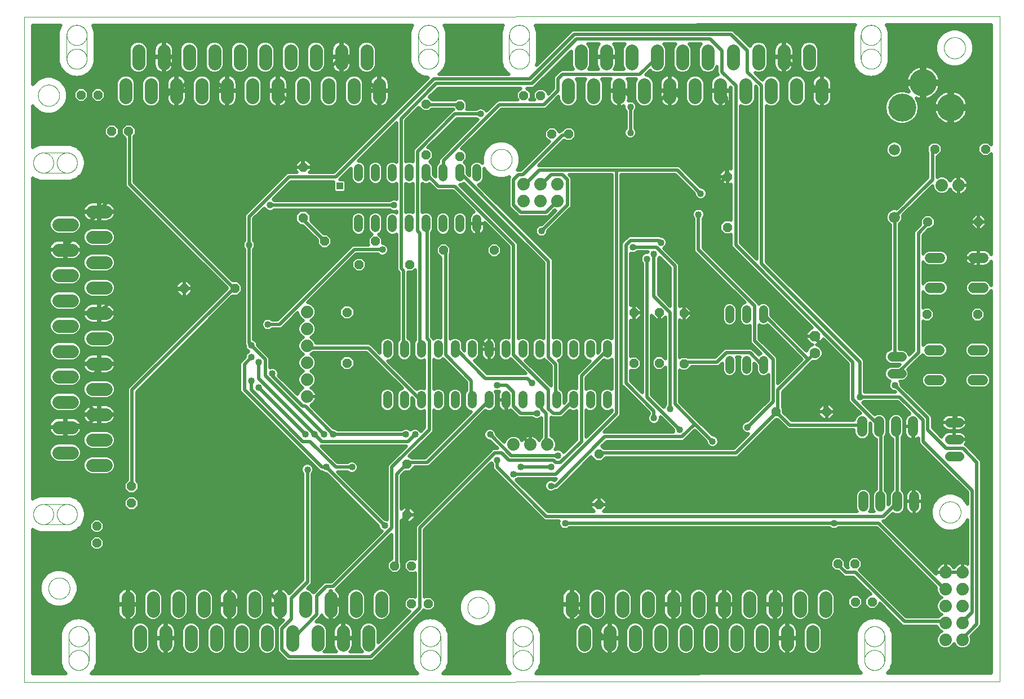
<source format=gbl>
G75*
%MOIN*%
%OFA0B0*%
%FSLAX25Y25*%
%IPPOS*%
%LPD*%
%AMOC8*
5,1,8,0,0,1.08239X$1,22.5*
%
%ADD10C,0.00000*%
%ADD11OC8,0.06300*%
%ADD12C,0.06300*%
%ADD13OC8,0.05600*%
%ADD14C,0.07400*%
%ADD15C,0.06600*%
%ADD16C,0.06000*%
%ADD17C,0.05200*%
%ADD18C,0.16598*%
%ADD19C,0.16200*%
%ADD20C,0.05600*%
%ADD21OC8,0.05200*%
%ADD22C,0.00009*%
%ADD23C,0.07800*%
%ADD24C,0.04000*%
%ADD25C,0.01969*%
%ADD26R,0.04000X0.04000*%
D10*
X0020587Y0018619D02*
X0020587Y0412320D01*
X0597438Y0412713D01*
X0597438Y0019013D01*
X0020587Y0018619D01*
X0046740Y0031800D02*
X0046742Y0031954D01*
X0046748Y0032108D01*
X0046758Y0032261D01*
X0046772Y0032414D01*
X0046790Y0032567D01*
X0046811Y0032719D01*
X0046837Y0032871D01*
X0046867Y0033022D01*
X0046900Y0033172D01*
X0046938Y0033321D01*
X0046979Y0033470D01*
X0047024Y0033617D01*
X0047073Y0033763D01*
X0047126Y0033907D01*
X0047182Y0034050D01*
X0047242Y0034192D01*
X0047306Y0034332D01*
X0047373Y0034470D01*
X0047444Y0034607D01*
X0047518Y0034742D01*
X0047596Y0034874D01*
X0047677Y0035005D01*
X0047762Y0035134D01*
X0047849Y0035260D01*
X0047940Y0035384D01*
X0048035Y0035505D01*
X0048132Y0035625D01*
X0048232Y0035741D01*
X0048336Y0035855D01*
X0048442Y0035966D01*
X0048551Y0036075D01*
X0048663Y0036180D01*
X0048778Y0036283D01*
X0048895Y0036383D01*
X0049015Y0036479D01*
X0049137Y0036573D01*
X0049261Y0036663D01*
X0049388Y0036750D01*
X0049517Y0036834D01*
X0049649Y0036914D01*
X0049782Y0036991D01*
X0049917Y0037064D01*
X0050054Y0037134D01*
X0050193Y0037201D01*
X0050333Y0037263D01*
X0050475Y0037322D01*
X0050619Y0037378D01*
X0050764Y0037430D01*
X0050910Y0037477D01*
X0051057Y0037522D01*
X0051206Y0037562D01*
X0051355Y0037598D01*
X0051506Y0037631D01*
X0051657Y0037660D01*
X0051809Y0037684D01*
X0051961Y0037705D01*
X0052114Y0037722D01*
X0052267Y0037735D01*
X0052421Y0037744D01*
X0052575Y0037749D01*
X0052728Y0037750D01*
X0052882Y0037747D01*
X0053036Y0037740D01*
X0053189Y0037729D01*
X0053343Y0037714D01*
X0053495Y0037695D01*
X0053647Y0037672D01*
X0053799Y0037646D01*
X0053950Y0037615D01*
X0054100Y0037581D01*
X0054249Y0037542D01*
X0054396Y0037500D01*
X0054543Y0037454D01*
X0054689Y0037404D01*
X0054833Y0037351D01*
X0054976Y0037293D01*
X0055117Y0037232D01*
X0055257Y0037168D01*
X0055395Y0037100D01*
X0055531Y0037028D01*
X0055665Y0036953D01*
X0055797Y0036874D01*
X0055927Y0036792D01*
X0056055Y0036707D01*
X0056181Y0036618D01*
X0056304Y0036526D01*
X0056425Y0036431D01*
X0056544Y0036333D01*
X0056660Y0036232D01*
X0056773Y0036128D01*
X0056884Y0036021D01*
X0056991Y0035911D01*
X0057096Y0035798D01*
X0057198Y0035683D01*
X0057297Y0035565D01*
X0057393Y0035445D01*
X0057486Y0035322D01*
X0057575Y0035197D01*
X0057661Y0035070D01*
X0057744Y0034940D01*
X0057824Y0034808D01*
X0057900Y0034675D01*
X0057972Y0034539D01*
X0058041Y0034401D01*
X0058107Y0034262D01*
X0058169Y0034121D01*
X0058227Y0033979D01*
X0058281Y0033835D01*
X0058332Y0033690D01*
X0058379Y0033543D01*
X0058422Y0033396D01*
X0058461Y0033247D01*
X0058497Y0033097D01*
X0058528Y0032947D01*
X0058556Y0032795D01*
X0058580Y0032643D01*
X0058600Y0032491D01*
X0058616Y0032338D01*
X0058628Y0032184D01*
X0058636Y0032031D01*
X0058640Y0031877D01*
X0058640Y0031723D01*
X0058636Y0031569D01*
X0058628Y0031416D01*
X0058616Y0031262D01*
X0058600Y0031109D01*
X0058580Y0030957D01*
X0058556Y0030805D01*
X0058528Y0030653D01*
X0058497Y0030503D01*
X0058461Y0030353D01*
X0058422Y0030204D01*
X0058379Y0030057D01*
X0058332Y0029910D01*
X0058281Y0029765D01*
X0058227Y0029621D01*
X0058169Y0029479D01*
X0058107Y0029338D01*
X0058041Y0029199D01*
X0057972Y0029061D01*
X0057900Y0028925D01*
X0057824Y0028792D01*
X0057744Y0028660D01*
X0057661Y0028530D01*
X0057575Y0028403D01*
X0057486Y0028278D01*
X0057393Y0028155D01*
X0057297Y0028035D01*
X0057198Y0027917D01*
X0057096Y0027802D01*
X0056991Y0027689D01*
X0056884Y0027579D01*
X0056773Y0027472D01*
X0056660Y0027368D01*
X0056544Y0027267D01*
X0056425Y0027169D01*
X0056304Y0027074D01*
X0056181Y0026982D01*
X0056055Y0026893D01*
X0055927Y0026808D01*
X0055797Y0026726D01*
X0055665Y0026647D01*
X0055531Y0026572D01*
X0055395Y0026500D01*
X0055257Y0026432D01*
X0055117Y0026368D01*
X0054976Y0026307D01*
X0054833Y0026249D01*
X0054689Y0026196D01*
X0054543Y0026146D01*
X0054396Y0026100D01*
X0054249Y0026058D01*
X0054100Y0026019D01*
X0053950Y0025985D01*
X0053799Y0025954D01*
X0053647Y0025928D01*
X0053495Y0025905D01*
X0053343Y0025886D01*
X0053189Y0025871D01*
X0053036Y0025860D01*
X0052882Y0025853D01*
X0052728Y0025850D01*
X0052575Y0025851D01*
X0052421Y0025856D01*
X0052267Y0025865D01*
X0052114Y0025878D01*
X0051961Y0025895D01*
X0051809Y0025916D01*
X0051657Y0025940D01*
X0051506Y0025969D01*
X0051355Y0026002D01*
X0051206Y0026038D01*
X0051057Y0026078D01*
X0050910Y0026123D01*
X0050764Y0026170D01*
X0050619Y0026222D01*
X0050475Y0026278D01*
X0050333Y0026337D01*
X0050193Y0026399D01*
X0050054Y0026466D01*
X0049917Y0026536D01*
X0049782Y0026609D01*
X0049649Y0026686D01*
X0049517Y0026766D01*
X0049388Y0026850D01*
X0049261Y0026937D01*
X0049137Y0027027D01*
X0049015Y0027121D01*
X0048895Y0027217D01*
X0048778Y0027317D01*
X0048663Y0027420D01*
X0048551Y0027525D01*
X0048442Y0027634D01*
X0048336Y0027745D01*
X0048232Y0027859D01*
X0048132Y0027975D01*
X0048035Y0028095D01*
X0047940Y0028216D01*
X0047849Y0028340D01*
X0047762Y0028466D01*
X0047677Y0028595D01*
X0047596Y0028726D01*
X0047518Y0028858D01*
X0047444Y0028993D01*
X0047373Y0029130D01*
X0047306Y0029268D01*
X0047242Y0029408D01*
X0047182Y0029550D01*
X0047126Y0029693D01*
X0047073Y0029837D01*
X0047024Y0029983D01*
X0046979Y0030130D01*
X0046938Y0030279D01*
X0046900Y0030428D01*
X0046867Y0030578D01*
X0046837Y0030729D01*
X0046811Y0030881D01*
X0046790Y0031033D01*
X0046772Y0031186D01*
X0046758Y0031339D01*
X0046748Y0031492D01*
X0046742Y0031646D01*
X0046740Y0031800D01*
X0046690Y0031800D02*
X0046692Y0031647D01*
X0046698Y0031494D01*
X0046708Y0031341D01*
X0046721Y0031188D01*
X0046739Y0031036D01*
X0046760Y0030884D01*
X0046786Y0030733D01*
X0046815Y0030583D01*
X0046848Y0030433D01*
X0046885Y0030284D01*
X0046925Y0030136D01*
X0046970Y0029990D01*
X0047018Y0029844D01*
X0047070Y0029700D01*
X0047125Y0029557D01*
X0047184Y0029416D01*
X0047247Y0029276D01*
X0047313Y0029138D01*
X0047383Y0029001D01*
X0047456Y0028867D01*
X0047533Y0028734D01*
X0047613Y0028603D01*
X0047696Y0028475D01*
X0047782Y0028348D01*
X0047872Y0028224D01*
X0047965Y0028102D01*
X0048061Y0027983D01*
X0048160Y0027866D01*
X0048262Y0027751D01*
X0048367Y0027639D01*
X0048475Y0027530D01*
X0048585Y0027424D01*
X0048698Y0027321D01*
X0048814Y0027220D01*
X0048932Y0027123D01*
X0049053Y0027028D01*
X0049176Y0026937D01*
X0049301Y0026849D01*
X0049429Y0026764D01*
X0049558Y0026682D01*
X0049690Y0026604D01*
X0049824Y0026529D01*
X0049959Y0026457D01*
X0050097Y0026389D01*
X0050236Y0026325D01*
X0050376Y0026264D01*
X0050518Y0026207D01*
X0050662Y0026153D01*
X0050807Y0026103D01*
X0050953Y0026057D01*
X0051100Y0026014D01*
X0051248Y0025976D01*
X0051398Y0025941D01*
X0051548Y0025910D01*
X0051698Y0025882D01*
X0051850Y0025859D01*
X0052002Y0025840D01*
X0052154Y0025824D01*
X0052307Y0025812D01*
X0052460Y0025804D01*
X0052613Y0025800D01*
X0052767Y0025800D01*
X0052920Y0025804D01*
X0053073Y0025812D01*
X0053226Y0025824D01*
X0053378Y0025840D01*
X0053530Y0025859D01*
X0053682Y0025882D01*
X0053832Y0025910D01*
X0053982Y0025941D01*
X0054132Y0025976D01*
X0054280Y0026014D01*
X0054427Y0026057D01*
X0054573Y0026103D01*
X0054718Y0026153D01*
X0054862Y0026207D01*
X0055004Y0026264D01*
X0055144Y0026325D01*
X0055283Y0026389D01*
X0055421Y0026457D01*
X0055556Y0026529D01*
X0055690Y0026604D01*
X0055822Y0026682D01*
X0055951Y0026764D01*
X0056079Y0026849D01*
X0056204Y0026937D01*
X0056327Y0027028D01*
X0056448Y0027123D01*
X0056566Y0027220D01*
X0056682Y0027321D01*
X0056795Y0027424D01*
X0056905Y0027530D01*
X0057013Y0027639D01*
X0057118Y0027751D01*
X0057220Y0027866D01*
X0057319Y0027983D01*
X0057415Y0028102D01*
X0057508Y0028224D01*
X0057598Y0028348D01*
X0057684Y0028475D01*
X0057767Y0028603D01*
X0057847Y0028734D01*
X0057924Y0028867D01*
X0057997Y0029001D01*
X0058067Y0029138D01*
X0058133Y0029276D01*
X0058196Y0029416D01*
X0058255Y0029557D01*
X0058310Y0029700D01*
X0058362Y0029844D01*
X0058410Y0029990D01*
X0058455Y0030136D01*
X0058495Y0030284D01*
X0058532Y0030433D01*
X0058565Y0030583D01*
X0058594Y0030733D01*
X0058620Y0030884D01*
X0058641Y0031036D01*
X0058659Y0031188D01*
X0058672Y0031341D01*
X0058682Y0031494D01*
X0058688Y0031647D01*
X0058690Y0031800D01*
X0046740Y0045800D02*
X0046742Y0045954D01*
X0046748Y0046108D01*
X0046758Y0046261D01*
X0046772Y0046414D01*
X0046790Y0046567D01*
X0046811Y0046719D01*
X0046837Y0046871D01*
X0046867Y0047022D01*
X0046900Y0047172D01*
X0046938Y0047321D01*
X0046979Y0047470D01*
X0047024Y0047617D01*
X0047073Y0047763D01*
X0047126Y0047907D01*
X0047182Y0048050D01*
X0047242Y0048192D01*
X0047306Y0048332D01*
X0047373Y0048470D01*
X0047444Y0048607D01*
X0047518Y0048742D01*
X0047596Y0048874D01*
X0047677Y0049005D01*
X0047762Y0049134D01*
X0047849Y0049260D01*
X0047940Y0049384D01*
X0048035Y0049505D01*
X0048132Y0049625D01*
X0048232Y0049741D01*
X0048336Y0049855D01*
X0048442Y0049966D01*
X0048551Y0050075D01*
X0048663Y0050180D01*
X0048778Y0050283D01*
X0048895Y0050383D01*
X0049015Y0050479D01*
X0049137Y0050573D01*
X0049261Y0050663D01*
X0049388Y0050750D01*
X0049517Y0050834D01*
X0049649Y0050914D01*
X0049782Y0050991D01*
X0049917Y0051064D01*
X0050054Y0051134D01*
X0050193Y0051201D01*
X0050333Y0051263D01*
X0050475Y0051322D01*
X0050619Y0051378D01*
X0050764Y0051430D01*
X0050910Y0051477D01*
X0051057Y0051522D01*
X0051206Y0051562D01*
X0051355Y0051598D01*
X0051506Y0051631D01*
X0051657Y0051660D01*
X0051809Y0051684D01*
X0051961Y0051705D01*
X0052114Y0051722D01*
X0052267Y0051735D01*
X0052421Y0051744D01*
X0052575Y0051749D01*
X0052728Y0051750D01*
X0052882Y0051747D01*
X0053036Y0051740D01*
X0053189Y0051729D01*
X0053343Y0051714D01*
X0053495Y0051695D01*
X0053647Y0051672D01*
X0053799Y0051646D01*
X0053950Y0051615D01*
X0054100Y0051581D01*
X0054249Y0051542D01*
X0054396Y0051500D01*
X0054543Y0051454D01*
X0054689Y0051404D01*
X0054833Y0051351D01*
X0054976Y0051293D01*
X0055117Y0051232D01*
X0055257Y0051168D01*
X0055395Y0051100D01*
X0055531Y0051028D01*
X0055665Y0050953D01*
X0055797Y0050874D01*
X0055927Y0050792D01*
X0056055Y0050707D01*
X0056181Y0050618D01*
X0056304Y0050526D01*
X0056425Y0050431D01*
X0056544Y0050333D01*
X0056660Y0050232D01*
X0056773Y0050128D01*
X0056884Y0050021D01*
X0056991Y0049911D01*
X0057096Y0049798D01*
X0057198Y0049683D01*
X0057297Y0049565D01*
X0057393Y0049445D01*
X0057486Y0049322D01*
X0057575Y0049197D01*
X0057661Y0049070D01*
X0057744Y0048940D01*
X0057824Y0048808D01*
X0057900Y0048675D01*
X0057972Y0048539D01*
X0058041Y0048401D01*
X0058107Y0048262D01*
X0058169Y0048121D01*
X0058227Y0047979D01*
X0058281Y0047835D01*
X0058332Y0047690D01*
X0058379Y0047543D01*
X0058422Y0047396D01*
X0058461Y0047247D01*
X0058497Y0047097D01*
X0058528Y0046947D01*
X0058556Y0046795D01*
X0058580Y0046643D01*
X0058600Y0046491D01*
X0058616Y0046338D01*
X0058628Y0046184D01*
X0058636Y0046031D01*
X0058640Y0045877D01*
X0058640Y0045723D01*
X0058636Y0045569D01*
X0058628Y0045416D01*
X0058616Y0045262D01*
X0058600Y0045109D01*
X0058580Y0044957D01*
X0058556Y0044805D01*
X0058528Y0044653D01*
X0058497Y0044503D01*
X0058461Y0044353D01*
X0058422Y0044204D01*
X0058379Y0044057D01*
X0058332Y0043910D01*
X0058281Y0043765D01*
X0058227Y0043621D01*
X0058169Y0043479D01*
X0058107Y0043338D01*
X0058041Y0043199D01*
X0057972Y0043061D01*
X0057900Y0042925D01*
X0057824Y0042792D01*
X0057744Y0042660D01*
X0057661Y0042530D01*
X0057575Y0042403D01*
X0057486Y0042278D01*
X0057393Y0042155D01*
X0057297Y0042035D01*
X0057198Y0041917D01*
X0057096Y0041802D01*
X0056991Y0041689D01*
X0056884Y0041579D01*
X0056773Y0041472D01*
X0056660Y0041368D01*
X0056544Y0041267D01*
X0056425Y0041169D01*
X0056304Y0041074D01*
X0056181Y0040982D01*
X0056055Y0040893D01*
X0055927Y0040808D01*
X0055797Y0040726D01*
X0055665Y0040647D01*
X0055531Y0040572D01*
X0055395Y0040500D01*
X0055257Y0040432D01*
X0055117Y0040368D01*
X0054976Y0040307D01*
X0054833Y0040249D01*
X0054689Y0040196D01*
X0054543Y0040146D01*
X0054396Y0040100D01*
X0054249Y0040058D01*
X0054100Y0040019D01*
X0053950Y0039985D01*
X0053799Y0039954D01*
X0053647Y0039928D01*
X0053495Y0039905D01*
X0053343Y0039886D01*
X0053189Y0039871D01*
X0053036Y0039860D01*
X0052882Y0039853D01*
X0052728Y0039850D01*
X0052575Y0039851D01*
X0052421Y0039856D01*
X0052267Y0039865D01*
X0052114Y0039878D01*
X0051961Y0039895D01*
X0051809Y0039916D01*
X0051657Y0039940D01*
X0051506Y0039969D01*
X0051355Y0040002D01*
X0051206Y0040038D01*
X0051057Y0040078D01*
X0050910Y0040123D01*
X0050764Y0040170D01*
X0050619Y0040222D01*
X0050475Y0040278D01*
X0050333Y0040337D01*
X0050193Y0040399D01*
X0050054Y0040466D01*
X0049917Y0040536D01*
X0049782Y0040609D01*
X0049649Y0040686D01*
X0049517Y0040766D01*
X0049388Y0040850D01*
X0049261Y0040937D01*
X0049137Y0041027D01*
X0049015Y0041121D01*
X0048895Y0041217D01*
X0048778Y0041317D01*
X0048663Y0041420D01*
X0048551Y0041525D01*
X0048442Y0041634D01*
X0048336Y0041745D01*
X0048232Y0041859D01*
X0048132Y0041975D01*
X0048035Y0042095D01*
X0047940Y0042216D01*
X0047849Y0042340D01*
X0047762Y0042466D01*
X0047677Y0042595D01*
X0047596Y0042726D01*
X0047518Y0042858D01*
X0047444Y0042993D01*
X0047373Y0043130D01*
X0047306Y0043268D01*
X0047242Y0043408D01*
X0047182Y0043550D01*
X0047126Y0043693D01*
X0047073Y0043837D01*
X0047024Y0043983D01*
X0046979Y0044130D01*
X0046938Y0044279D01*
X0046900Y0044428D01*
X0046867Y0044578D01*
X0046837Y0044729D01*
X0046811Y0044881D01*
X0046790Y0045033D01*
X0046772Y0045186D01*
X0046758Y0045339D01*
X0046748Y0045492D01*
X0046742Y0045646D01*
X0046740Y0045800D01*
X0046690Y0045800D02*
X0046692Y0045953D01*
X0046698Y0046106D01*
X0046708Y0046259D01*
X0046721Y0046412D01*
X0046739Y0046564D01*
X0046760Y0046716D01*
X0046786Y0046867D01*
X0046815Y0047017D01*
X0046848Y0047167D01*
X0046885Y0047316D01*
X0046925Y0047464D01*
X0046970Y0047610D01*
X0047018Y0047756D01*
X0047070Y0047900D01*
X0047125Y0048043D01*
X0047184Y0048184D01*
X0047247Y0048324D01*
X0047313Y0048462D01*
X0047383Y0048599D01*
X0047456Y0048733D01*
X0047533Y0048866D01*
X0047613Y0048997D01*
X0047696Y0049125D01*
X0047782Y0049252D01*
X0047872Y0049376D01*
X0047965Y0049498D01*
X0048061Y0049617D01*
X0048160Y0049734D01*
X0048262Y0049849D01*
X0048367Y0049961D01*
X0048475Y0050070D01*
X0048585Y0050176D01*
X0048698Y0050279D01*
X0048814Y0050380D01*
X0048932Y0050477D01*
X0049053Y0050572D01*
X0049176Y0050663D01*
X0049301Y0050751D01*
X0049429Y0050836D01*
X0049558Y0050918D01*
X0049690Y0050996D01*
X0049824Y0051071D01*
X0049959Y0051143D01*
X0050097Y0051211D01*
X0050236Y0051275D01*
X0050376Y0051336D01*
X0050518Y0051393D01*
X0050662Y0051447D01*
X0050807Y0051497D01*
X0050953Y0051543D01*
X0051100Y0051586D01*
X0051248Y0051624D01*
X0051398Y0051659D01*
X0051548Y0051690D01*
X0051698Y0051718D01*
X0051850Y0051741D01*
X0052002Y0051760D01*
X0052154Y0051776D01*
X0052307Y0051788D01*
X0052460Y0051796D01*
X0052613Y0051800D01*
X0052767Y0051800D01*
X0052920Y0051796D01*
X0053073Y0051788D01*
X0053226Y0051776D01*
X0053378Y0051760D01*
X0053530Y0051741D01*
X0053682Y0051718D01*
X0053832Y0051690D01*
X0053982Y0051659D01*
X0054132Y0051624D01*
X0054280Y0051586D01*
X0054427Y0051543D01*
X0054573Y0051497D01*
X0054718Y0051447D01*
X0054862Y0051393D01*
X0055004Y0051336D01*
X0055144Y0051275D01*
X0055283Y0051211D01*
X0055421Y0051143D01*
X0055556Y0051071D01*
X0055690Y0050996D01*
X0055822Y0050918D01*
X0055951Y0050836D01*
X0056079Y0050751D01*
X0056204Y0050663D01*
X0056327Y0050572D01*
X0056448Y0050477D01*
X0056566Y0050380D01*
X0056682Y0050279D01*
X0056795Y0050176D01*
X0056905Y0050070D01*
X0057013Y0049961D01*
X0057118Y0049849D01*
X0057220Y0049734D01*
X0057319Y0049617D01*
X0057415Y0049498D01*
X0057508Y0049376D01*
X0057598Y0049252D01*
X0057684Y0049125D01*
X0057767Y0048997D01*
X0057847Y0048866D01*
X0057924Y0048733D01*
X0057997Y0048599D01*
X0058067Y0048462D01*
X0058133Y0048324D01*
X0058196Y0048184D01*
X0058255Y0048043D01*
X0058310Y0047900D01*
X0058362Y0047756D01*
X0058410Y0047610D01*
X0058455Y0047464D01*
X0058495Y0047316D01*
X0058532Y0047167D01*
X0058565Y0047017D01*
X0058594Y0046867D01*
X0058620Y0046716D01*
X0058641Y0046564D01*
X0058659Y0046412D01*
X0058672Y0046259D01*
X0058682Y0046106D01*
X0058688Y0045953D01*
X0058690Y0045800D01*
X0034800Y0074288D02*
X0034802Y0074446D01*
X0034808Y0074604D01*
X0034818Y0074762D01*
X0034832Y0074920D01*
X0034850Y0075077D01*
X0034871Y0075234D01*
X0034897Y0075390D01*
X0034927Y0075546D01*
X0034960Y0075701D01*
X0034998Y0075854D01*
X0035039Y0076007D01*
X0035084Y0076159D01*
X0035133Y0076310D01*
X0035186Y0076459D01*
X0035242Y0076607D01*
X0035302Y0076753D01*
X0035366Y0076898D01*
X0035434Y0077041D01*
X0035505Y0077183D01*
X0035579Y0077323D01*
X0035657Y0077460D01*
X0035739Y0077596D01*
X0035823Y0077730D01*
X0035912Y0077861D01*
X0036003Y0077990D01*
X0036098Y0078117D01*
X0036195Y0078242D01*
X0036296Y0078364D01*
X0036400Y0078483D01*
X0036507Y0078600D01*
X0036617Y0078714D01*
X0036730Y0078825D01*
X0036845Y0078934D01*
X0036963Y0079039D01*
X0037084Y0079141D01*
X0037207Y0079241D01*
X0037333Y0079337D01*
X0037461Y0079430D01*
X0037591Y0079520D01*
X0037724Y0079606D01*
X0037859Y0079690D01*
X0037995Y0079769D01*
X0038134Y0079846D01*
X0038275Y0079918D01*
X0038417Y0079988D01*
X0038561Y0080053D01*
X0038707Y0080115D01*
X0038854Y0080173D01*
X0039003Y0080228D01*
X0039153Y0080279D01*
X0039304Y0080326D01*
X0039456Y0080369D01*
X0039609Y0080408D01*
X0039764Y0080444D01*
X0039919Y0080475D01*
X0040075Y0080503D01*
X0040231Y0080527D01*
X0040388Y0080547D01*
X0040546Y0080563D01*
X0040703Y0080575D01*
X0040862Y0080583D01*
X0041020Y0080587D01*
X0041178Y0080587D01*
X0041336Y0080583D01*
X0041495Y0080575D01*
X0041652Y0080563D01*
X0041810Y0080547D01*
X0041967Y0080527D01*
X0042123Y0080503D01*
X0042279Y0080475D01*
X0042434Y0080444D01*
X0042589Y0080408D01*
X0042742Y0080369D01*
X0042894Y0080326D01*
X0043045Y0080279D01*
X0043195Y0080228D01*
X0043344Y0080173D01*
X0043491Y0080115D01*
X0043637Y0080053D01*
X0043781Y0079988D01*
X0043923Y0079918D01*
X0044064Y0079846D01*
X0044203Y0079769D01*
X0044339Y0079690D01*
X0044474Y0079606D01*
X0044607Y0079520D01*
X0044737Y0079430D01*
X0044865Y0079337D01*
X0044991Y0079241D01*
X0045114Y0079141D01*
X0045235Y0079039D01*
X0045353Y0078934D01*
X0045468Y0078825D01*
X0045581Y0078714D01*
X0045691Y0078600D01*
X0045798Y0078483D01*
X0045902Y0078364D01*
X0046003Y0078242D01*
X0046100Y0078117D01*
X0046195Y0077990D01*
X0046286Y0077861D01*
X0046375Y0077730D01*
X0046459Y0077596D01*
X0046541Y0077460D01*
X0046619Y0077323D01*
X0046693Y0077183D01*
X0046764Y0077041D01*
X0046832Y0076898D01*
X0046896Y0076753D01*
X0046956Y0076607D01*
X0047012Y0076459D01*
X0047065Y0076310D01*
X0047114Y0076159D01*
X0047159Y0076007D01*
X0047200Y0075854D01*
X0047238Y0075701D01*
X0047271Y0075546D01*
X0047301Y0075390D01*
X0047327Y0075234D01*
X0047348Y0075077D01*
X0047366Y0074920D01*
X0047380Y0074762D01*
X0047390Y0074604D01*
X0047396Y0074446D01*
X0047398Y0074288D01*
X0047396Y0074130D01*
X0047390Y0073972D01*
X0047380Y0073814D01*
X0047366Y0073656D01*
X0047348Y0073499D01*
X0047327Y0073342D01*
X0047301Y0073186D01*
X0047271Y0073030D01*
X0047238Y0072875D01*
X0047200Y0072722D01*
X0047159Y0072569D01*
X0047114Y0072417D01*
X0047065Y0072266D01*
X0047012Y0072117D01*
X0046956Y0071969D01*
X0046896Y0071823D01*
X0046832Y0071678D01*
X0046764Y0071535D01*
X0046693Y0071393D01*
X0046619Y0071253D01*
X0046541Y0071116D01*
X0046459Y0070980D01*
X0046375Y0070846D01*
X0046286Y0070715D01*
X0046195Y0070586D01*
X0046100Y0070459D01*
X0046003Y0070334D01*
X0045902Y0070212D01*
X0045798Y0070093D01*
X0045691Y0069976D01*
X0045581Y0069862D01*
X0045468Y0069751D01*
X0045353Y0069642D01*
X0045235Y0069537D01*
X0045114Y0069435D01*
X0044991Y0069335D01*
X0044865Y0069239D01*
X0044737Y0069146D01*
X0044607Y0069056D01*
X0044474Y0068970D01*
X0044339Y0068886D01*
X0044203Y0068807D01*
X0044064Y0068730D01*
X0043923Y0068658D01*
X0043781Y0068588D01*
X0043637Y0068523D01*
X0043491Y0068461D01*
X0043344Y0068403D01*
X0043195Y0068348D01*
X0043045Y0068297D01*
X0042894Y0068250D01*
X0042742Y0068207D01*
X0042589Y0068168D01*
X0042434Y0068132D01*
X0042279Y0068101D01*
X0042123Y0068073D01*
X0041967Y0068049D01*
X0041810Y0068029D01*
X0041652Y0068013D01*
X0041495Y0068001D01*
X0041336Y0067993D01*
X0041178Y0067989D01*
X0041020Y0067989D01*
X0040862Y0067993D01*
X0040703Y0068001D01*
X0040546Y0068013D01*
X0040388Y0068029D01*
X0040231Y0068049D01*
X0040075Y0068073D01*
X0039919Y0068101D01*
X0039764Y0068132D01*
X0039609Y0068168D01*
X0039456Y0068207D01*
X0039304Y0068250D01*
X0039153Y0068297D01*
X0039003Y0068348D01*
X0038854Y0068403D01*
X0038707Y0068461D01*
X0038561Y0068523D01*
X0038417Y0068588D01*
X0038275Y0068658D01*
X0038134Y0068730D01*
X0037995Y0068807D01*
X0037859Y0068886D01*
X0037724Y0068970D01*
X0037591Y0069056D01*
X0037461Y0069146D01*
X0037333Y0069239D01*
X0037207Y0069335D01*
X0037084Y0069435D01*
X0036963Y0069537D01*
X0036845Y0069642D01*
X0036730Y0069751D01*
X0036617Y0069862D01*
X0036507Y0069976D01*
X0036400Y0070093D01*
X0036296Y0070212D01*
X0036195Y0070334D01*
X0036098Y0070459D01*
X0036003Y0070586D01*
X0035912Y0070715D01*
X0035823Y0070846D01*
X0035739Y0070980D01*
X0035657Y0071116D01*
X0035579Y0071253D01*
X0035505Y0071393D01*
X0035434Y0071535D01*
X0035366Y0071678D01*
X0035302Y0071823D01*
X0035242Y0071969D01*
X0035186Y0072117D01*
X0035133Y0072266D01*
X0035084Y0072417D01*
X0035039Y0072569D01*
X0034998Y0072722D01*
X0034960Y0072875D01*
X0034927Y0073030D01*
X0034897Y0073186D01*
X0034871Y0073342D01*
X0034850Y0073499D01*
X0034832Y0073656D01*
X0034818Y0073814D01*
X0034808Y0073972D01*
X0034802Y0074130D01*
X0034800Y0074288D01*
X0025850Y0118083D02*
X0025852Y0118237D01*
X0025858Y0118391D01*
X0025868Y0118544D01*
X0025882Y0118697D01*
X0025900Y0118850D01*
X0025921Y0119002D01*
X0025947Y0119154D01*
X0025977Y0119305D01*
X0026010Y0119455D01*
X0026048Y0119604D01*
X0026089Y0119753D01*
X0026134Y0119900D01*
X0026183Y0120046D01*
X0026236Y0120190D01*
X0026292Y0120333D01*
X0026352Y0120475D01*
X0026416Y0120615D01*
X0026483Y0120753D01*
X0026554Y0120890D01*
X0026628Y0121025D01*
X0026706Y0121157D01*
X0026787Y0121288D01*
X0026872Y0121417D01*
X0026959Y0121543D01*
X0027050Y0121667D01*
X0027145Y0121788D01*
X0027242Y0121908D01*
X0027342Y0122024D01*
X0027446Y0122138D01*
X0027552Y0122249D01*
X0027661Y0122358D01*
X0027773Y0122463D01*
X0027888Y0122566D01*
X0028005Y0122666D01*
X0028125Y0122762D01*
X0028247Y0122856D01*
X0028371Y0122946D01*
X0028498Y0123033D01*
X0028627Y0123117D01*
X0028759Y0123197D01*
X0028892Y0123274D01*
X0029027Y0123347D01*
X0029164Y0123417D01*
X0029303Y0123484D01*
X0029443Y0123546D01*
X0029585Y0123605D01*
X0029729Y0123661D01*
X0029874Y0123713D01*
X0030020Y0123760D01*
X0030167Y0123805D01*
X0030316Y0123845D01*
X0030465Y0123881D01*
X0030616Y0123914D01*
X0030767Y0123943D01*
X0030919Y0123967D01*
X0031071Y0123988D01*
X0031224Y0124005D01*
X0031377Y0124018D01*
X0031531Y0124027D01*
X0031685Y0124032D01*
X0031838Y0124033D01*
X0031992Y0124030D01*
X0032146Y0124023D01*
X0032299Y0124012D01*
X0032453Y0123997D01*
X0032605Y0123978D01*
X0032757Y0123955D01*
X0032909Y0123929D01*
X0033060Y0123898D01*
X0033210Y0123864D01*
X0033359Y0123825D01*
X0033506Y0123783D01*
X0033653Y0123737D01*
X0033799Y0123687D01*
X0033943Y0123634D01*
X0034086Y0123576D01*
X0034227Y0123515D01*
X0034367Y0123451D01*
X0034505Y0123383D01*
X0034641Y0123311D01*
X0034775Y0123236D01*
X0034907Y0123157D01*
X0035037Y0123075D01*
X0035165Y0122990D01*
X0035291Y0122901D01*
X0035414Y0122809D01*
X0035535Y0122714D01*
X0035654Y0122616D01*
X0035770Y0122515D01*
X0035883Y0122411D01*
X0035994Y0122304D01*
X0036101Y0122194D01*
X0036206Y0122081D01*
X0036308Y0121966D01*
X0036407Y0121848D01*
X0036503Y0121728D01*
X0036596Y0121605D01*
X0036685Y0121480D01*
X0036771Y0121353D01*
X0036854Y0121223D01*
X0036934Y0121091D01*
X0037010Y0120958D01*
X0037082Y0120822D01*
X0037151Y0120684D01*
X0037217Y0120545D01*
X0037279Y0120404D01*
X0037337Y0120262D01*
X0037391Y0120118D01*
X0037442Y0119973D01*
X0037489Y0119826D01*
X0037532Y0119679D01*
X0037571Y0119530D01*
X0037607Y0119380D01*
X0037638Y0119230D01*
X0037666Y0119078D01*
X0037690Y0118926D01*
X0037710Y0118774D01*
X0037726Y0118621D01*
X0037738Y0118467D01*
X0037746Y0118314D01*
X0037750Y0118160D01*
X0037750Y0118006D01*
X0037746Y0117852D01*
X0037738Y0117699D01*
X0037726Y0117545D01*
X0037710Y0117392D01*
X0037690Y0117240D01*
X0037666Y0117088D01*
X0037638Y0116936D01*
X0037607Y0116786D01*
X0037571Y0116636D01*
X0037532Y0116487D01*
X0037489Y0116340D01*
X0037442Y0116193D01*
X0037391Y0116048D01*
X0037337Y0115904D01*
X0037279Y0115762D01*
X0037217Y0115621D01*
X0037151Y0115482D01*
X0037082Y0115344D01*
X0037010Y0115208D01*
X0036934Y0115075D01*
X0036854Y0114943D01*
X0036771Y0114813D01*
X0036685Y0114686D01*
X0036596Y0114561D01*
X0036503Y0114438D01*
X0036407Y0114318D01*
X0036308Y0114200D01*
X0036206Y0114085D01*
X0036101Y0113972D01*
X0035994Y0113862D01*
X0035883Y0113755D01*
X0035770Y0113651D01*
X0035654Y0113550D01*
X0035535Y0113452D01*
X0035414Y0113357D01*
X0035291Y0113265D01*
X0035165Y0113176D01*
X0035037Y0113091D01*
X0034907Y0113009D01*
X0034775Y0112930D01*
X0034641Y0112855D01*
X0034505Y0112783D01*
X0034367Y0112715D01*
X0034227Y0112651D01*
X0034086Y0112590D01*
X0033943Y0112532D01*
X0033799Y0112479D01*
X0033653Y0112429D01*
X0033506Y0112383D01*
X0033359Y0112341D01*
X0033210Y0112302D01*
X0033060Y0112268D01*
X0032909Y0112237D01*
X0032757Y0112211D01*
X0032605Y0112188D01*
X0032453Y0112169D01*
X0032299Y0112154D01*
X0032146Y0112143D01*
X0031992Y0112136D01*
X0031838Y0112133D01*
X0031685Y0112134D01*
X0031531Y0112139D01*
X0031377Y0112148D01*
X0031224Y0112161D01*
X0031071Y0112178D01*
X0030919Y0112199D01*
X0030767Y0112223D01*
X0030616Y0112252D01*
X0030465Y0112285D01*
X0030316Y0112321D01*
X0030167Y0112361D01*
X0030020Y0112406D01*
X0029874Y0112453D01*
X0029729Y0112505D01*
X0029585Y0112561D01*
X0029443Y0112620D01*
X0029303Y0112682D01*
X0029164Y0112749D01*
X0029027Y0112819D01*
X0028892Y0112892D01*
X0028759Y0112969D01*
X0028627Y0113049D01*
X0028498Y0113133D01*
X0028371Y0113220D01*
X0028247Y0113310D01*
X0028125Y0113404D01*
X0028005Y0113500D01*
X0027888Y0113600D01*
X0027773Y0113703D01*
X0027661Y0113808D01*
X0027552Y0113917D01*
X0027446Y0114028D01*
X0027342Y0114142D01*
X0027242Y0114258D01*
X0027145Y0114378D01*
X0027050Y0114499D01*
X0026959Y0114623D01*
X0026872Y0114749D01*
X0026787Y0114878D01*
X0026706Y0115009D01*
X0026628Y0115141D01*
X0026554Y0115276D01*
X0026483Y0115413D01*
X0026416Y0115551D01*
X0026352Y0115691D01*
X0026292Y0115833D01*
X0026236Y0115976D01*
X0026183Y0116120D01*
X0026134Y0116266D01*
X0026089Y0116413D01*
X0026048Y0116562D01*
X0026010Y0116711D01*
X0025977Y0116861D01*
X0025947Y0117012D01*
X0025921Y0117164D01*
X0025900Y0117316D01*
X0025882Y0117469D01*
X0025868Y0117622D01*
X0025858Y0117775D01*
X0025852Y0117929D01*
X0025850Y0118083D01*
X0031800Y0124083D02*
X0031647Y0124081D01*
X0031494Y0124075D01*
X0031341Y0124065D01*
X0031188Y0124052D01*
X0031036Y0124034D01*
X0030884Y0124013D01*
X0030733Y0123987D01*
X0030583Y0123958D01*
X0030433Y0123925D01*
X0030284Y0123888D01*
X0030136Y0123848D01*
X0029990Y0123803D01*
X0029844Y0123755D01*
X0029700Y0123703D01*
X0029557Y0123648D01*
X0029416Y0123589D01*
X0029276Y0123526D01*
X0029138Y0123460D01*
X0029001Y0123390D01*
X0028867Y0123317D01*
X0028734Y0123240D01*
X0028603Y0123160D01*
X0028475Y0123077D01*
X0028348Y0122991D01*
X0028224Y0122901D01*
X0028102Y0122808D01*
X0027983Y0122712D01*
X0027866Y0122613D01*
X0027751Y0122511D01*
X0027639Y0122406D01*
X0027530Y0122298D01*
X0027424Y0122188D01*
X0027321Y0122075D01*
X0027220Y0121959D01*
X0027123Y0121841D01*
X0027028Y0121720D01*
X0026937Y0121597D01*
X0026849Y0121472D01*
X0026764Y0121344D01*
X0026682Y0121215D01*
X0026604Y0121083D01*
X0026529Y0120949D01*
X0026457Y0120814D01*
X0026389Y0120676D01*
X0026325Y0120537D01*
X0026264Y0120397D01*
X0026207Y0120255D01*
X0026153Y0120111D01*
X0026103Y0119966D01*
X0026057Y0119820D01*
X0026014Y0119673D01*
X0025976Y0119525D01*
X0025941Y0119375D01*
X0025910Y0119225D01*
X0025882Y0119075D01*
X0025859Y0118923D01*
X0025840Y0118771D01*
X0025824Y0118619D01*
X0025812Y0118466D01*
X0025804Y0118313D01*
X0025800Y0118160D01*
X0025800Y0118006D01*
X0025804Y0117853D01*
X0025812Y0117700D01*
X0025824Y0117547D01*
X0025840Y0117395D01*
X0025859Y0117243D01*
X0025882Y0117091D01*
X0025910Y0116941D01*
X0025941Y0116791D01*
X0025976Y0116641D01*
X0026014Y0116493D01*
X0026057Y0116346D01*
X0026103Y0116200D01*
X0026153Y0116055D01*
X0026207Y0115911D01*
X0026264Y0115769D01*
X0026325Y0115629D01*
X0026389Y0115490D01*
X0026457Y0115352D01*
X0026529Y0115217D01*
X0026604Y0115083D01*
X0026682Y0114951D01*
X0026764Y0114822D01*
X0026849Y0114694D01*
X0026937Y0114569D01*
X0027028Y0114446D01*
X0027123Y0114325D01*
X0027220Y0114207D01*
X0027321Y0114091D01*
X0027424Y0113978D01*
X0027530Y0113868D01*
X0027639Y0113760D01*
X0027751Y0113655D01*
X0027866Y0113553D01*
X0027983Y0113454D01*
X0028102Y0113358D01*
X0028224Y0113265D01*
X0028348Y0113175D01*
X0028475Y0113089D01*
X0028603Y0113006D01*
X0028734Y0112926D01*
X0028867Y0112849D01*
X0029001Y0112776D01*
X0029138Y0112706D01*
X0029276Y0112640D01*
X0029416Y0112577D01*
X0029557Y0112518D01*
X0029700Y0112463D01*
X0029844Y0112411D01*
X0029990Y0112363D01*
X0030136Y0112318D01*
X0030284Y0112278D01*
X0030433Y0112241D01*
X0030583Y0112208D01*
X0030733Y0112179D01*
X0030884Y0112153D01*
X0031036Y0112132D01*
X0031188Y0112114D01*
X0031341Y0112101D01*
X0031494Y0112091D01*
X0031647Y0112085D01*
X0031800Y0112083D01*
X0039850Y0118083D02*
X0039852Y0118237D01*
X0039858Y0118391D01*
X0039868Y0118544D01*
X0039882Y0118697D01*
X0039900Y0118850D01*
X0039921Y0119002D01*
X0039947Y0119154D01*
X0039977Y0119305D01*
X0040010Y0119455D01*
X0040048Y0119604D01*
X0040089Y0119753D01*
X0040134Y0119900D01*
X0040183Y0120046D01*
X0040236Y0120190D01*
X0040292Y0120333D01*
X0040352Y0120475D01*
X0040416Y0120615D01*
X0040483Y0120753D01*
X0040554Y0120890D01*
X0040628Y0121025D01*
X0040706Y0121157D01*
X0040787Y0121288D01*
X0040872Y0121417D01*
X0040959Y0121543D01*
X0041050Y0121667D01*
X0041145Y0121788D01*
X0041242Y0121908D01*
X0041342Y0122024D01*
X0041446Y0122138D01*
X0041552Y0122249D01*
X0041661Y0122358D01*
X0041773Y0122463D01*
X0041888Y0122566D01*
X0042005Y0122666D01*
X0042125Y0122762D01*
X0042247Y0122856D01*
X0042371Y0122946D01*
X0042498Y0123033D01*
X0042627Y0123117D01*
X0042759Y0123197D01*
X0042892Y0123274D01*
X0043027Y0123347D01*
X0043164Y0123417D01*
X0043303Y0123484D01*
X0043443Y0123546D01*
X0043585Y0123605D01*
X0043729Y0123661D01*
X0043874Y0123713D01*
X0044020Y0123760D01*
X0044167Y0123805D01*
X0044316Y0123845D01*
X0044465Y0123881D01*
X0044616Y0123914D01*
X0044767Y0123943D01*
X0044919Y0123967D01*
X0045071Y0123988D01*
X0045224Y0124005D01*
X0045377Y0124018D01*
X0045531Y0124027D01*
X0045685Y0124032D01*
X0045838Y0124033D01*
X0045992Y0124030D01*
X0046146Y0124023D01*
X0046299Y0124012D01*
X0046453Y0123997D01*
X0046605Y0123978D01*
X0046757Y0123955D01*
X0046909Y0123929D01*
X0047060Y0123898D01*
X0047210Y0123864D01*
X0047359Y0123825D01*
X0047506Y0123783D01*
X0047653Y0123737D01*
X0047799Y0123687D01*
X0047943Y0123634D01*
X0048086Y0123576D01*
X0048227Y0123515D01*
X0048367Y0123451D01*
X0048505Y0123383D01*
X0048641Y0123311D01*
X0048775Y0123236D01*
X0048907Y0123157D01*
X0049037Y0123075D01*
X0049165Y0122990D01*
X0049291Y0122901D01*
X0049414Y0122809D01*
X0049535Y0122714D01*
X0049654Y0122616D01*
X0049770Y0122515D01*
X0049883Y0122411D01*
X0049994Y0122304D01*
X0050101Y0122194D01*
X0050206Y0122081D01*
X0050308Y0121966D01*
X0050407Y0121848D01*
X0050503Y0121728D01*
X0050596Y0121605D01*
X0050685Y0121480D01*
X0050771Y0121353D01*
X0050854Y0121223D01*
X0050934Y0121091D01*
X0051010Y0120958D01*
X0051082Y0120822D01*
X0051151Y0120684D01*
X0051217Y0120545D01*
X0051279Y0120404D01*
X0051337Y0120262D01*
X0051391Y0120118D01*
X0051442Y0119973D01*
X0051489Y0119826D01*
X0051532Y0119679D01*
X0051571Y0119530D01*
X0051607Y0119380D01*
X0051638Y0119230D01*
X0051666Y0119078D01*
X0051690Y0118926D01*
X0051710Y0118774D01*
X0051726Y0118621D01*
X0051738Y0118467D01*
X0051746Y0118314D01*
X0051750Y0118160D01*
X0051750Y0118006D01*
X0051746Y0117852D01*
X0051738Y0117699D01*
X0051726Y0117545D01*
X0051710Y0117392D01*
X0051690Y0117240D01*
X0051666Y0117088D01*
X0051638Y0116936D01*
X0051607Y0116786D01*
X0051571Y0116636D01*
X0051532Y0116487D01*
X0051489Y0116340D01*
X0051442Y0116193D01*
X0051391Y0116048D01*
X0051337Y0115904D01*
X0051279Y0115762D01*
X0051217Y0115621D01*
X0051151Y0115482D01*
X0051082Y0115344D01*
X0051010Y0115208D01*
X0050934Y0115075D01*
X0050854Y0114943D01*
X0050771Y0114813D01*
X0050685Y0114686D01*
X0050596Y0114561D01*
X0050503Y0114438D01*
X0050407Y0114318D01*
X0050308Y0114200D01*
X0050206Y0114085D01*
X0050101Y0113972D01*
X0049994Y0113862D01*
X0049883Y0113755D01*
X0049770Y0113651D01*
X0049654Y0113550D01*
X0049535Y0113452D01*
X0049414Y0113357D01*
X0049291Y0113265D01*
X0049165Y0113176D01*
X0049037Y0113091D01*
X0048907Y0113009D01*
X0048775Y0112930D01*
X0048641Y0112855D01*
X0048505Y0112783D01*
X0048367Y0112715D01*
X0048227Y0112651D01*
X0048086Y0112590D01*
X0047943Y0112532D01*
X0047799Y0112479D01*
X0047653Y0112429D01*
X0047506Y0112383D01*
X0047359Y0112341D01*
X0047210Y0112302D01*
X0047060Y0112268D01*
X0046909Y0112237D01*
X0046757Y0112211D01*
X0046605Y0112188D01*
X0046453Y0112169D01*
X0046299Y0112154D01*
X0046146Y0112143D01*
X0045992Y0112136D01*
X0045838Y0112133D01*
X0045685Y0112134D01*
X0045531Y0112139D01*
X0045377Y0112148D01*
X0045224Y0112161D01*
X0045071Y0112178D01*
X0044919Y0112199D01*
X0044767Y0112223D01*
X0044616Y0112252D01*
X0044465Y0112285D01*
X0044316Y0112321D01*
X0044167Y0112361D01*
X0044020Y0112406D01*
X0043874Y0112453D01*
X0043729Y0112505D01*
X0043585Y0112561D01*
X0043443Y0112620D01*
X0043303Y0112682D01*
X0043164Y0112749D01*
X0043027Y0112819D01*
X0042892Y0112892D01*
X0042759Y0112969D01*
X0042627Y0113049D01*
X0042498Y0113133D01*
X0042371Y0113220D01*
X0042247Y0113310D01*
X0042125Y0113404D01*
X0042005Y0113500D01*
X0041888Y0113600D01*
X0041773Y0113703D01*
X0041661Y0113808D01*
X0041552Y0113917D01*
X0041446Y0114028D01*
X0041342Y0114142D01*
X0041242Y0114258D01*
X0041145Y0114378D01*
X0041050Y0114499D01*
X0040959Y0114623D01*
X0040872Y0114749D01*
X0040787Y0114878D01*
X0040706Y0115009D01*
X0040628Y0115141D01*
X0040554Y0115276D01*
X0040483Y0115413D01*
X0040416Y0115551D01*
X0040352Y0115691D01*
X0040292Y0115833D01*
X0040236Y0115976D01*
X0040183Y0116120D01*
X0040134Y0116266D01*
X0040089Y0116413D01*
X0040048Y0116562D01*
X0040010Y0116711D01*
X0039977Y0116861D01*
X0039947Y0117012D01*
X0039921Y0117164D01*
X0039900Y0117316D01*
X0039882Y0117469D01*
X0039868Y0117622D01*
X0039858Y0117775D01*
X0039852Y0117929D01*
X0039850Y0118083D01*
X0045800Y0112083D02*
X0045953Y0112085D01*
X0046106Y0112091D01*
X0046259Y0112101D01*
X0046412Y0112114D01*
X0046564Y0112132D01*
X0046716Y0112153D01*
X0046867Y0112179D01*
X0047017Y0112208D01*
X0047167Y0112241D01*
X0047316Y0112278D01*
X0047464Y0112318D01*
X0047610Y0112363D01*
X0047756Y0112411D01*
X0047900Y0112463D01*
X0048043Y0112518D01*
X0048184Y0112577D01*
X0048324Y0112640D01*
X0048462Y0112706D01*
X0048599Y0112776D01*
X0048733Y0112849D01*
X0048866Y0112926D01*
X0048997Y0113006D01*
X0049125Y0113089D01*
X0049252Y0113175D01*
X0049376Y0113265D01*
X0049498Y0113358D01*
X0049617Y0113454D01*
X0049734Y0113553D01*
X0049849Y0113655D01*
X0049961Y0113760D01*
X0050070Y0113868D01*
X0050176Y0113978D01*
X0050279Y0114091D01*
X0050380Y0114207D01*
X0050477Y0114325D01*
X0050572Y0114446D01*
X0050663Y0114569D01*
X0050751Y0114694D01*
X0050836Y0114822D01*
X0050918Y0114951D01*
X0050996Y0115083D01*
X0051071Y0115217D01*
X0051143Y0115352D01*
X0051211Y0115490D01*
X0051275Y0115629D01*
X0051336Y0115769D01*
X0051393Y0115911D01*
X0051447Y0116055D01*
X0051497Y0116200D01*
X0051543Y0116346D01*
X0051586Y0116493D01*
X0051624Y0116641D01*
X0051659Y0116791D01*
X0051690Y0116941D01*
X0051718Y0117091D01*
X0051741Y0117243D01*
X0051760Y0117395D01*
X0051776Y0117547D01*
X0051788Y0117700D01*
X0051796Y0117853D01*
X0051800Y0118006D01*
X0051800Y0118160D01*
X0051796Y0118313D01*
X0051788Y0118466D01*
X0051776Y0118619D01*
X0051760Y0118771D01*
X0051741Y0118923D01*
X0051718Y0119075D01*
X0051690Y0119225D01*
X0051659Y0119375D01*
X0051624Y0119525D01*
X0051586Y0119673D01*
X0051543Y0119820D01*
X0051497Y0119966D01*
X0051447Y0120111D01*
X0051393Y0120255D01*
X0051336Y0120397D01*
X0051275Y0120537D01*
X0051211Y0120676D01*
X0051143Y0120814D01*
X0051071Y0120949D01*
X0050996Y0121083D01*
X0050918Y0121215D01*
X0050836Y0121344D01*
X0050751Y0121472D01*
X0050663Y0121597D01*
X0050572Y0121720D01*
X0050477Y0121841D01*
X0050380Y0121959D01*
X0050279Y0122075D01*
X0050176Y0122188D01*
X0050070Y0122298D01*
X0049961Y0122406D01*
X0049849Y0122511D01*
X0049734Y0122613D01*
X0049617Y0122712D01*
X0049498Y0122808D01*
X0049376Y0122901D01*
X0049252Y0122991D01*
X0049125Y0123077D01*
X0048997Y0123160D01*
X0048866Y0123240D01*
X0048733Y0123317D01*
X0048599Y0123390D01*
X0048462Y0123460D01*
X0048324Y0123526D01*
X0048184Y0123589D01*
X0048043Y0123648D01*
X0047900Y0123703D01*
X0047756Y0123755D01*
X0047610Y0123803D01*
X0047464Y0123848D01*
X0047316Y0123888D01*
X0047167Y0123925D01*
X0047017Y0123958D01*
X0046867Y0123987D01*
X0046716Y0124013D01*
X0046564Y0124034D01*
X0046412Y0124052D01*
X0046259Y0124065D01*
X0046106Y0124075D01*
X0045953Y0124081D01*
X0045800Y0124083D01*
X0254740Y0045800D02*
X0254742Y0045954D01*
X0254748Y0046108D01*
X0254758Y0046261D01*
X0254772Y0046414D01*
X0254790Y0046567D01*
X0254811Y0046719D01*
X0254837Y0046871D01*
X0254867Y0047022D01*
X0254900Y0047172D01*
X0254938Y0047321D01*
X0254979Y0047470D01*
X0255024Y0047617D01*
X0255073Y0047763D01*
X0255126Y0047907D01*
X0255182Y0048050D01*
X0255242Y0048192D01*
X0255306Y0048332D01*
X0255373Y0048470D01*
X0255444Y0048607D01*
X0255518Y0048742D01*
X0255596Y0048874D01*
X0255677Y0049005D01*
X0255762Y0049134D01*
X0255849Y0049260D01*
X0255940Y0049384D01*
X0256035Y0049505D01*
X0256132Y0049625D01*
X0256232Y0049741D01*
X0256336Y0049855D01*
X0256442Y0049966D01*
X0256551Y0050075D01*
X0256663Y0050180D01*
X0256778Y0050283D01*
X0256895Y0050383D01*
X0257015Y0050479D01*
X0257137Y0050573D01*
X0257261Y0050663D01*
X0257388Y0050750D01*
X0257517Y0050834D01*
X0257649Y0050914D01*
X0257782Y0050991D01*
X0257917Y0051064D01*
X0258054Y0051134D01*
X0258193Y0051201D01*
X0258333Y0051263D01*
X0258475Y0051322D01*
X0258619Y0051378D01*
X0258764Y0051430D01*
X0258910Y0051477D01*
X0259057Y0051522D01*
X0259206Y0051562D01*
X0259355Y0051598D01*
X0259506Y0051631D01*
X0259657Y0051660D01*
X0259809Y0051684D01*
X0259961Y0051705D01*
X0260114Y0051722D01*
X0260267Y0051735D01*
X0260421Y0051744D01*
X0260575Y0051749D01*
X0260728Y0051750D01*
X0260882Y0051747D01*
X0261036Y0051740D01*
X0261189Y0051729D01*
X0261343Y0051714D01*
X0261495Y0051695D01*
X0261647Y0051672D01*
X0261799Y0051646D01*
X0261950Y0051615D01*
X0262100Y0051581D01*
X0262249Y0051542D01*
X0262396Y0051500D01*
X0262543Y0051454D01*
X0262689Y0051404D01*
X0262833Y0051351D01*
X0262976Y0051293D01*
X0263117Y0051232D01*
X0263257Y0051168D01*
X0263395Y0051100D01*
X0263531Y0051028D01*
X0263665Y0050953D01*
X0263797Y0050874D01*
X0263927Y0050792D01*
X0264055Y0050707D01*
X0264181Y0050618D01*
X0264304Y0050526D01*
X0264425Y0050431D01*
X0264544Y0050333D01*
X0264660Y0050232D01*
X0264773Y0050128D01*
X0264884Y0050021D01*
X0264991Y0049911D01*
X0265096Y0049798D01*
X0265198Y0049683D01*
X0265297Y0049565D01*
X0265393Y0049445D01*
X0265486Y0049322D01*
X0265575Y0049197D01*
X0265661Y0049070D01*
X0265744Y0048940D01*
X0265824Y0048808D01*
X0265900Y0048675D01*
X0265972Y0048539D01*
X0266041Y0048401D01*
X0266107Y0048262D01*
X0266169Y0048121D01*
X0266227Y0047979D01*
X0266281Y0047835D01*
X0266332Y0047690D01*
X0266379Y0047543D01*
X0266422Y0047396D01*
X0266461Y0047247D01*
X0266497Y0047097D01*
X0266528Y0046947D01*
X0266556Y0046795D01*
X0266580Y0046643D01*
X0266600Y0046491D01*
X0266616Y0046338D01*
X0266628Y0046184D01*
X0266636Y0046031D01*
X0266640Y0045877D01*
X0266640Y0045723D01*
X0266636Y0045569D01*
X0266628Y0045416D01*
X0266616Y0045262D01*
X0266600Y0045109D01*
X0266580Y0044957D01*
X0266556Y0044805D01*
X0266528Y0044653D01*
X0266497Y0044503D01*
X0266461Y0044353D01*
X0266422Y0044204D01*
X0266379Y0044057D01*
X0266332Y0043910D01*
X0266281Y0043765D01*
X0266227Y0043621D01*
X0266169Y0043479D01*
X0266107Y0043338D01*
X0266041Y0043199D01*
X0265972Y0043061D01*
X0265900Y0042925D01*
X0265824Y0042792D01*
X0265744Y0042660D01*
X0265661Y0042530D01*
X0265575Y0042403D01*
X0265486Y0042278D01*
X0265393Y0042155D01*
X0265297Y0042035D01*
X0265198Y0041917D01*
X0265096Y0041802D01*
X0264991Y0041689D01*
X0264884Y0041579D01*
X0264773Y0041472D01*
X0264660Y0041368D01*
X0264544Y0041267D01*
X0264425Y0041169D01*
X0264304Y0041074D01*
X0264181Y0040982D01*
X0264055Y0040893D01*
X0263927Y0040808D01*
X0263797Y0040726D01*
X0263665Y0040647D01*
X0263531Y0040572D01*
X0263395Y0040500D01*
X0263257Y0040432D01*
X0263117Y0040368D01*
X0262976Y0040307D01*
X0262833Y0040249D01*
X0262689Y0040196D01*
X0262543Y0040146D01*
X0262396Y0040100D01*
X0262249Y0040058D01*
X0262100Y0040019D01*
X0261950Y0039985D01*
X0261799Y0039954D01*
X0261647Y0039928D01*
X0261495Y0039905D01*
X0261343Y0039886D01*
X0261189Y0039871D01*
X0261036Y0039860D01*
X0260882Y0039853D01*
X0260728Y0039850D01*
X0260575Y0039851D01*
X0260421Y0039856D01*
X0260267Y0039865D01*
X0260114Y0039878D01*
X0259961Y0039895D01*
X0259809Y0039916D01*
X0259657Y0039940D01*
X0259506Y0039969D01*
X0259355Y0040002D01*
X0259206Y0040038D01*
X0259057Y0040078D01*
X0258910Y0040123D01*
X0258764Y0040170D01*
X0258619Y0040222D01*
X0258475Y0040278D01*
X0258333Y0040337D01*
X0258193Y0040399D01*
X0258054Y0040466D01*
X0257917Y0040536D01*
X0257782Y0040609D01*
X0257649Y0040686D01*
X0257517Y0040766D01*
X0257388Y0040850D01*
X0257261Y0040937D01*
X0257137Y0041027D01*
X0257015Y0041121D01*
X0256895Y0041217D01*
X0256778Y0041317D01*
X0256663Y0041420D01*
X0256551Y0041525D01*
X0256442Y0041634D01*
X0256336Y0041745D01*
X0256232Y0041859D01*
X0256132Y0041975D01*
X0256035Y0042095D01*
X0255940Y0042216D01*
X0255849Y0042340D01*
X0255762Y0042466D01*
X0255677Y0042595D01*
X0255596Y0042726D01*
X0255518Y0042858D01*
X0255444Y0042993D01*
X0255373Y0043130D01*
X0255306Y0043268D01*
X0255242Y0043408D01*
X0255182Y0043550D01*
X0255126Y0043693D01*
X0255073Y0043837D01*
X0255024Y0043983D01*
X0254979Y0044130D01*
X0254938Y0044279D01*
X0254900Y0044428D01*
X0254867Y0044578D01*
X0254837Y0044729D01*
X0254811Y0044881D01*
X0254790Y0045033D01*
X0254772Y0045186D01*
X0254758Y0045339D01*
X0254748Y0045492D01*
X0254742Y0045646D01*
X0254740Y0045800D01*
X0254690Y0045800D02*
X0254692Y0045953D01*
X0254698Y0046106D01*
X0254708Y0046259D01*
X0254721Y0046412D01*
X0254739Y0046564D01*
X0254760Y0046716D01*
X0254786Y0046867D01*
X0254815Y0047017D01*
X0254848Y0047167D01*
X0254885Y0047316D01*
X0254925Y0047464D01*
X0254970Y0047610D01*
X0255018Y0047756D01*
X0255070Y0047900D01*
X0255125Y0048043D01*
X0255184Y0048184D01*
X0255247Y0048324D01*
X0255313Y0048462D01*
X0255383Y0048599D01*
X0255456Y0048733D01*
X0255533Y0048866D01*
X0255613Y0048997D01*
X0255696Y0049125D01*
X0255782Y0049252D01*
X0255872Y0049376D01*
X0255965Y0049498D01*
X0256061Y0049617D01*
X0256160Y0049734D01*
X0256262Y0049849D01*
X0256367Y0049961D01*
X0256475Y0050070D01*
X0256585Y0050176D01*
X0256698Y0050279D01*
X0256814Y0050380D01*
X0256932Y0050477D01*
X0257053Y0050572D01*
X0257176Y0050663D01*
X0257301Y0050751D01*
X0257429Y0050836D01*
X0257558Y0050918D01*
X0257690Y0050996D01*
X0257824Y0051071D01*
X0257959Y0051143D01*
X0258097Y0051211D01*
X0258236Y0051275D01*
X0258376Y0051336D01*
X0258518Y0051393D01*
X0258662Y0051447D01*
X0258807Y0051497D01*
X0258953Y0051543D01*
X0259100Y0051586D01*
X0259248Y0051624D01*
X0259398Y0051659D01*
X0259548Y0051690D01*
X0259698Y0051718D01*
X0259850Y0051741D01*
X0260002Y0051760D01*
X0260154Y0051776D01*
X0260307Y0051788D01*
X0260460Y0051796D01*
X0260613Y0051800D01*
X0260767Y0051800D01*
X0260920Y0051796D01*
X0261073Y0051788D01*
X0261226Y0051776D01*
X0261378Y0051760D01*
X0261530Y0051741D01*
X0261682Y0051718D01*
X0261832Y0051690D01*
X0261982Y0051659D01*
X0262132Y0051624D01*
X0262280Y0051586D01*
X0262427Y0051543D01*
X0262573Y0051497D01*
X0262718Y0051447D01*
X0262862Y0051393D01*
X0263004Y0051336D01*
X0263144Y0051275D01*
X0263283Y0051211D01*
X0263421Y0051143D01*
X0263556Y0051071D01*
X0263690Y0050996D01*
X0263822Y0050918D01*
X0263951Y0050836D01*
X0264079Y0050751D01*
X0264204Y0050663D01*
X0264327Y0050572D01*
X0264448Y0050477D01*
X0264566Y0050380D01*
X0264682Y0050279D01*
X0264795Y0050176D01*
X0264905Y0050070D01*
X0265013Y0049961D01*
X0265118Y0049849D01*
X0265220Y0049734D01*
X0265319Y0049617D01*
X0265415Y0049498D01*
X0265508Y0049376D01*
X0265598Y0049252D01*
X0265684Y0049125D01*
X0265767Y0048997D01*
X0265847Y0048866D01*
X0265924Y0048733D01*
X0265997Y0048599D01*
X0266067Y0048462D01*
X0266133Y0048324D01*
X0266196Y0048184D01*
X0266255Y0048043D01*
X0266310Y0047900D01*
X0266362Y0047756D01*
X0266410Y0047610D01*
X0266455Y0047464D01*
X0266495Y0047316D01*
X0266532Y0047167D01*
X0266565Y0047017D01*
X0266594Y0046867D01*
X0266620Y0046716D01*
X0266641Y0046564D01*
X0266659Y0046412D01*
X0266672Y0046259D01*
X0266682Y0046106D01*
X0266688Y0045953D01*
X0266690Y0045800D01*
X0254740Y0031800D02*
X0254742Y0031954D01*
X0254748Y0032108D01*
X0254758Y0032261D01*
X0254772Y0032414D01*
X0254790Y0032567D01*
X0254811Y0032719D01*
X0254837Y0032871D01*
X0254867Y0033022D01*
X0254900Y0033172D01*
X0254938Y0033321D01*
X0254979Y0033470D01*
X0255024Y0033617D01*
X0255073Y0033763D01*
X0255126Y0033907D01*
X0255182Y0034050D01*
X0255242Y0034192D01*
X0255306Y0034332D01*
X0255373Y0034470D01*
X0255444Y0034607D01*
X0255518Y0034742D01*
X0255596Y0034874D01*
X0255677Y0035005D01*
X0255762Y0035134D01*
X0255849Y0035260D01*
X0255940Y0035384D01*
X0256035Y0035505D01*
X0256132Y0035625D01*
X0256232Y0035741D01*
X0256336Y0035855D01*
X0256442Y0035966D01*
X0256551Y0036075D01*
X0256663Y0036180D01*
X0256778Y0036283D01*
X0256895Y0036383D01*
X0257015Y0036479D01*
X0257137Y0036573D01*
X0257261Y0036663D01*
X0257388Y0036750D01*
X0257517Y0036834D01*
X0257649Y0036914D01*
X0257782Y0036991D01*
X0257917Y0037064D01*
X0258054Y0037134D01*
X0258193Y0037201D01*
X0258333Y0037263D01*
X0258475Y0037322D01*
X0258619Y0037378D01*
X0258764Y0037430D01*
X0258910Y0037477D01*
X0259057Y0037522D01*
X0259206Y0037562D01*
X0259355Y0037598D01*
X0259506Y0037631D01*
X0259657Y0037660D01*
X0259809Y0037684D01*
X0259961Y0037705D01*
X0260114Y0037722D01*
X0260267Y0037735D01*
X0260421Y0037744D01*
X0260575Y0037749D01*
X0260728Y0037750D01*
X0260882Y0037747D01*
X0261036Y0037740D01*
X0261189Y0037729D01*
X0261343Y0037714D01*
X0261495Y0037695D01*
X0261647Y0037672D01*
X0261799Y0037646D01*
X0261950Y0037615D01*
X0262100Y0037581D01*
X0262249Y0037542D01*
X0262396Y0037500D01*
X0262543Y0037454D01*
X0262689Y0037404D01*
X0262833Y0037351D01*
X0262976Y0037293D01*
X0263117Y0037232D01*
X0263257Y0037168D01*
X0263395Y0037100D01*
X0263531Y0037028D01*
X0263665Y0036953D01*
X0263797Y0036874D01*
X0263927Y0036792D01*
X0264055Y0036707D01*
X0264181Y0036618D01*
X0264304Y0036526D01*
X0264425Y0036431D01*
X0264544Y0036333D01*
X0264660Y0036232D01*
X0264773Y0036128D01*
X0264884Y0036021D01*
X0264991Y0035911D01*
X0265096Y0035798D01*
X0265198Y0035683D01*
X0265297Y0035565D01*
X0265393Y0035445D01*
X0265486Y0035322D01*
X0265575Y0035197D01*
X0265661Y0035070D01*
X0265744Y0034940D01*
X0265824Y0034808D01*
X0265900Y0034675D01*
X0265972Y0034539D01*
X0266041Y0034401D01*
X0266107Y0034262D01*
X0266169Y0034121D01*
X0266227Y0033979D01*
X0266281Y0033835D01*
X0266332Y0033690D01*
X0266379Y0033543D01*
X0266422Y0033396D01*
X0266461Y0033247D01*
X0266497Y0033097D01*
X0266528Y0032947D01*
X0266556Y0032795D01*
X0266580Y0032643D01*
X0266600Y0032491D01*
X0266616Y0032338D01*
X0266628Y0032184D01*
X0266636Y0032031D01*
X0266640Y0031877D01*
X0266640Y0031723D01*
X0266636Y0031569D01*
X0266628Y0031416D01*
X0266616Y0031262D01*
X0266600Y0031109D01*
X0266580Y0030957D01*
X0266556Y0030805D01*
X0266528Y0030653D01*
X0266497Y0030503D01*
X0266461Y0030353D01*
X0266422Y0030204D01*
X0266379Y0030057D01*
X0266332Y0029910D01*
X0266281Y0029765D01*
X0266227Y0029621D01*
X0266169Y0029479D01*
X0266107Y0029338D01*
X0266041Y0029199D01*
X0265972Y0029061D01*
X0265900Y0028925D01*
X0265824Y0028792D01*
X0265744Y0028660D01*
X0265661Y0028530D01*
X0265575Y0028403D01*
X0265486Y0028278D01*
X0265393Y0028155D01*
X0265297Y0028035D01*
X0265198Y0027917D01*
X0265096Y0027802D01*
X0264991Y0027689D01*
X0264884Y0027579D01*
X0264773Y0027472D01*
X0264660Y0027368D01*
X0264544Y0027267D01*
X0264425Y0027169D01*
X0264304Y0027074D01*
X0264181Y0026982D01*
X0264055Y0026893D01*
X0263927Y0026808D01*
X0263797Y0026726D01*
X0263665Y0026647D01*
X0263531Y0026572D01*
X0263395Y0026500D01*
X0263257Y0026432D01*
X0263117Y0026368D01*
X0262976Y0026307D01*
X0262833Y0026249D01*
X0262689Y0026196D01*
X0262543Y0026146D01*
X0262396Y0026100D01*
X0262249Y0026058D01*
X0262100Y0026019D01*
X0261950Y0025985D01*
X0261799Y0025954D01*
X0261647Y0025928D01*
X0261495Y0025905D01*
X0261343Y0025886D01*
X0261189Y0025871D01*
X0261036Y0025860D01*
X0260882Y0025853D01*
X0260728Y0025850D01*
X0260575Y0025851D01*
X0260421Y0025856D01*
X0260267Y0025865D01*
X0260114Y0025878D01*
X0259961Y0025895D01*
X0259809Y0025916D01*
X0259657Y0025940D01*
X0259506Y0025969D01*
X0259355Y0026002D01*
X0259206Y0026038D01*
X0259057Y0026078D01*
X0258910Y0026123D01*
X0258764Y0026170D01*
X0258619Y0026222D01*
X0258475Y0026278D01*
X0258333Y0026337D01*
X0258193Y0026399D01*
X0258054Y0026466D01*
X0257917Y0026536D01*
X0257782Y0026609D01*
X0257649Y0026686D01*
X0257517Y0026766D01*
X0257388Y0026850D01*
X0257261Y0026937D01*
X0257137Y0027027D01*
X0257015Y0027121D01*
X0256895Y0027217D01*
X0256778Y0027317D01*
X0256663Y0027420D01*
X0256551Y0027525D01*
X0256442Y0027634D01*
X0256336Y0027745D01*
X0256232Y0027859D01*
X0256132Y0027975D01*
X0256035Y0028095D01*
X0255940Y0028216D01*
X0255849Y0028340D01*
X0255762Y0028466D01*
X0255677Y0028595D01*
X0255596Y0028726D01*
X0255518Y0028858D01*
X0255444Y0028993D01*
X0255373Y0029130D01*
X0255306Y0029268D01*
X0255242Y0029408D01*
X0255182Y0029550D01*
X0255126Y0029693D01*
X0255073Y0029837D01*
X0255024Y0029983D01*
X0254979Y0030130D01*
X0254938Y0030279D01*
X0254900Y0030428D01*
X0254867Y0030578D01*
X0254837Y0030729D01*
X0254811Y0030881D01*
X0254790Y0031033D01*
X0254772Y0031186D01*
X0254758Y0031339D01*
X0254748Y0031492D01*
X0254742Y0031646D01*
X0254740Y0031800D01*
X0254690Y0031800D02*
X0254692Y0031647D01*
X0254698Y0031494D01*
X0254708Y0031341D01*
X0254721Y0031188D01*
X0254739Y0031036D01*
X0254760Y0030884D01*
X0254786Y0030733D01*
X0254815Y0030583D01*
X0254848Y0030433D01*
X0254885Y0030284D01*
X0254925Y0030136D01*
X0254970Y0029990D01*
X0255018Y0029844D01*
X0255070Y0029700D01*
X0255125Y0029557D01*
X0255184Y0029416D01*
X0255247Y0029276D01*
X0255313Y0029138D01*
X0255383Y0029001D01*
X0255456Y0028867D01*
X0255533Y0028734D01*
X0255613Y0028603D01*
X0255696Y0028475D01*
X0255782Y0028348D01*
X0255872Y0028224D01*
X0255965Y0028102D01*
X0256061Y0027983D01*
X0256160Y0027866D01*
X0256262Y0027751D01*
X0256367Y0027639D01*
X0256475Y0027530D01*
X0256585Y0027424D01*
X0256698Y0027321D01*
X0256814Y0027220D01*
X0256932Y0027123D01*
X0257053Y0027028D01*
X0257176Y0026937D01*
X0257301Y0026849D01*
X0257429Y0026764D01*
X0257558Y0026682D01*
X0257690Y0026604D01*
X0257824Y0026529D01*
X0257959Y0026457D01*
X0258097Y0026389D01*
X0258236Y0026325D01*
X0258376Y0026264D01*
X0258518Y0026207D01*
X0258662Y0026153D01*
X0258807Y0026103D01*
X0258953Y0026057D01*
X0259100Y0026014D01*
X0259248Y0025976D01*
X0259398Y0025941D01*
X0259548Y0025910D01*
X0259698Y0025882D01*
X0259850Y0025859D01*
X0260002Y0025840D01*
X0260154Y0025824D01*
X0260307Y0025812D01*
X0260460Y0025804D01*
X0260613Y0025800D01*
X0260767Y0025800D01*
X0260920Y0025804D01*
X0261073Y0025812D01*
X0261226Y0025824D01*
X0261378Y0025840D01*
X0261530Y0025859D01*
X0261682Y0025882D01*
X0261832Y0025910D01*
X0261982Y0025941D01*
X0262132Y0025976D01*
X0262280Y0026014D01*
X0262427Y0026057D01*
X0262573Y0026103D01*
X0262718Y0026153D01*
X0262862Y0026207D01*
X0263004Y0026264D01*
X0263144Y0026325D01*
X0263283Y0026389D01*
X0263421Y0026457D01*
X0263556Y0026529D01*
X0263690Y0026604D01*
X0263822Y0026682D01*
X0263951Y0026764D01*
X0264079Y0026849D01*
X0264204Y0026937D01*
X0264327Y0027028D01*
X0264448Y0027123D01*
X0264566Y0027220D01*
X0264682Y0027321D01*
X0264795Y0027424D01*
X0264905Y0027530D01*
X0265013Y0027639D01*
X0265118Y0027751D01*
X0265220Y0027866D01*
X0265319Y0027983D01*
X0265415Y0028102D01*
X0265508Y0028224D01*
X0265598Y0028348D01*
X0265684Y0028475D01*
X0265767Y0028603D01*
X0265847Y0028734D01*
X0265924Y0028867D01*
X0265997Y0029001D01*
X0266067Y0029138D01*
X0266133Y0029276D01*
X0266196Y0029416D01*
X0266255Y0029557D01*
X0266310Y0029700D01*
X0266362Y0029844D01*
X0266410Y0029990D01*
X0266455Y0030136D01*
X0266495Y0030284D01*
X0266532Y0030433D01*
X0266565Y0030583D01*
X0266594Y0030733D01*
X0266620Y0030884D01*
X0266641Y0031036D01*
X0266659Y0031188D01*
X0266672Y0031341D01*
X0266682Y0031494D01*
X0266688Y0031647D01*
X0266690Y0031800D01*
X0282674Y0062831D02*
X0282676Y0062989D01*
X0282682Y0063147D01*
X0282692Y0063305D01*
X0282706Y0063463D01*
X0282724Y0063620D01*
X0282745Y0063777D01*
X0282771Y0063933D01*
X0282801Y0064089D01*
X0282834Y0064244D01*
X0282872Y0064397D01*
X0282913Y0064550D01*
X0282958Y0064702D01*
X0283007Y0064853D01*
X0283060Y0065002D01*
X0283116Y0065150D01*
X0283176Y0065296D01*
X0283240Y0065441D01*
X0283308Y0065584D01*
X0283379Y0065726D01*
X0283453Y0065866D01*
X0283531Y0066003D01*
X0283613Y0066139D01*
X0283697Y0066273D01*
X0283786Y0066404D01*
X0283877Y0066533D01*
X0283972Y0066660D01*
X0284069Y0066785D01*
X0284170Y0066907D01*
X0284274Y0067026D01*
X0284381Y0067143D01*
X0284491Y0067257D01*
X0284604Y0067368D01*
X0284719Y0067477D01*
X0284837Y0067582D01*
X0284958Y0067684D01*
X0285081Y0067784D01*
X0285207Y0067880D01*
X0285335Y0067973D01*
X0285465Y0068063D01*
X0285598Y0068149D01*
X0285733Y0068233D01*
X0285869Y0068312D01*
X0286008Y0068389D01*
X0286149Y0068461D01*
X0286291Y0068531D01*
X0286435Y0068596D01*
X0286581Y0068658D01*
X0286728Y0068716D01*
X0286877Y0068771D01*
X0287027Y0068822D01*
X0287178Y0068869D01*
X0287330Y0068912D01*
X0287483Y0068951D01*
X0287638Y0068987D01*
X0287793Y0069018D01*
X0287949Y0069046D01*
X0288105Y0069070D01*
X0288262Y0069090D01*
X0288420Y0069106D01*
X0288577Y0069118D01*
X0288736Y0069126D01*
X0288894Y0069130D01*
X0289052Y0069130D01*
X0289210Y0069126D01*
X0289369Y0069118D01*
X0289526Y0069106D01*
X0289684Y0069090D01*
X0289841Y0069070D01*
X0289997Y0069046D01*
X0290153Y0069018D01*
X0290308Y0068987D01*
X0290463Y0068951D01*
X0290616Y0068912D01*
X0290768Y0068869D01*
X0290919Y0068822D01*
X0291069Y0068771D01*
X0291218Y0068716D01*
X0291365Y0068658D01*
X0291511Y0068596D01*
X0291655Y0068531D01*
X0291797Y0068461D01*
X0291938Y0068389D01*
X0292077Y0068312D01*
X0292213Y0068233D01*
X0292348Y0068149D01*
X0292481Y0068063D01*
X0292611Y0067973D01*
X0292739Y0067880D01*
X0292865Y0067784D01*
X0292988Y0067684D01*
X0293109Y0067582D01*
X0293227Y0067477D01*
X0293342Y0067368D01*
X0293455Y0067257D01*
X0293565Y0067143D01*
X0293672Y0067026D01*
X0293776Y0066907D01*
X0293877Y0066785D01*
X0293974Y0066660D01*
X0294069Y0066533D01*
X0294160Y0066404D01*
X0294249Y0066273D01*
X0294333Y0066139D01*
X0294415Y0066003D01*
X0294493Y0065866D01*
X0294567Y0065726D01*
X0294638Y0065584D01*
X0294706Y0065441D01*
X0294770Y0065296D01*
X0294830Y0065150D01*
X0294886Y0065002D01*
X0294939Y0064853D01*
X0294988Y0064702D01*
X0295033Y0064550D01*
X0295074Y0064397D01*
X0295112Y0064244D01*
X0295145Y0064089D01*
X0295175Y0063933D01*
X0295201Y0063777D01*
X0295222Y0063620D01*
X0295240Y0063463D01*
X0295254Y0063305D01*
X0295264Y0063147D01*
X0295270Y0062989D01*
X0295272Y0062831D01*
X0295270Y0062673D01*
X0295264Y0062515D01*
X0295254Y0062357D01*
X0295240Y0062199D01*
X0295222Y0062042D01*
X0295201Y0061885D01*
X0295175Y0061729D01*
X0295145Y0061573D01*
X0295112Y0061418D01*
X0295074Y0061265D01*
X0295033Y0061112D01*
X0294988Y0060960D01*
X0294939Y0060809D01*
X0294886Y0060660D01*
X0294830Y0060512D01*
X0294770Y0060366D01*
X0294706Y0060221D01*
X0294638Y0060078D01*
X0294567Y0059936D01*
X0294493Y0059796D01*
X0294415Y0059659D01*
X0294333Y0059523D01*
X0294249Y0059389D01*
X0294160Y0059258D01*
X0294069Y0059129D01*
X0293974Y0059002D01*
X0293877Y0058877D01*
X0293776Y0058755D01*
X0293672Y0058636D01*
X0293565Y0058519D01*
X0293455Y0058405D01*
X0293342Y0058294D01*
X0293227Y0058185D01*
X0293109Y0058080D01*
X0292988Y0057978D01*
X0292865Y0057878D01*
X0292739Y0057782D01*
X0292611Y0057689D01*
X0292481Y0057599D01*
X0292348Y0057513D01*
X0292213Y0057429D01*
X0292077Y0057350D01*
X0291938Y0057273D01*
X0291797Y0057201D01*
X0291655Y0057131D01*
X0291511Y0057066D01*
X0291365Y0057004D01*
X0291218Y0056946D01*
X0291069Y0056891D01*
X0290919Y0056840D01*
X0290768Y0056793D01*
X0290616Y0056750D01*
X0290463Y0056711D01*
X0290308Y0056675D01*
X0290153Y0056644D01*
X0289997Y0056616D01*
X0289841Y0056592D01*
X0289684Y0056572D01*
X0289526Y0056556D01*
X0289369Y0056544D01*
X0289210Y0056536D01*
X0289052Y0056532D01*
X0288894Y0056532D01*
X0288736Y0056536D01*
X0288577Y0056544D01*
X0288420Y0056556D01*
X0288262Y0056572D01*
X0288105Y0056592D01*
X0287949Y0056616D01*
X0287793Y0056644D01*
X0287638Y0056675D01*
X0287483Y0056711D01*
X0287330Y0056750D01*
X0287178Y0056793D01*
X0287027Y0056840D01*
X0286877Y0056891D01*
X0286728Y0056946D01*
X0286581Y0057004D01*
X0286435Y0057066D01*
X0286291Y0057131D01*
X0286149Y0057201D01*
X0286008Y0057273D01*
X0285869Y0057350D01*
X0285733Y0057429D01*
X0285598Y0057513D01*
X0285465Y0057599D01*
X0285335Y0057689D01*
X0285207Y0057782D01*
X0285081Y0057878D01*
X0284958Y0057978D01*
X0284837Y0058080D01*
X0284719Y0058185D01*
X0284604Y0058294D01*
X0284491Y0058405D01*
X0284381Y0058519D01*
X0284274Y0058636D01*
X0284170Y0058755D01*
X0284069Y0058877D01*
X0283972Y0059002D01*
X0283877Y0059129D01*
X0283786Y0059258D01*
X0283697Y0059389D01*
X0283613Y0059523D01*
X0283531Y0059659D01*
X0283453Y0059796D01*
X0283379Y0059936D01*
X0283308Y0060078D01*
X0283240Y0060221D01*
X0283176Y0060366D01*
X0283116Y0060512D01*
X0283060Y0060660D01*
X0283007Y0060809D01*
X0282958Y0060960D01*
X0282913Y0061112D01*
X0282872Y0061265D01*
X0282834Y0061418D01*
X0282801Y0061573D01*
X0282771Y0061729D01*
X0282745Y0061885D01*
X0282724Y0062042D01*
X0282706Y0062199D01*
X0282692Y0062357D01*
X0282682Y0062515D01*
X0282676Y0062673D01*
X0282674Y0062831D01*
X0309417Y0045800D02*
X0309419Y0045954D01*
X0309425Y0046108D01*
X0309435Y0046261D01*
X0309449Y0046414D01*
X0309467Y0046567D01*
X0309488Y0046719D01*
X0309514Y0046871D01*
X0309544Y0047022D01*
X0309577Y0047172D01*
X0309615Y0047321D01*
X0309656Y0047470D01*
X0309701Y0047617D01*
X0309750Y0047763D01*
X0309803Y0047907D01*
X0309859Y0048050D01*
X0309919Y0048192D01*
X0309983Y0048332D01*
X0310050Y0048470D01*
X0310121Y0048607D01*
X0310195Y0048742D01*
X0310273Y0048874D01*
X0310354Y0049005D01*
X0310439Y0049134D01*
X0310526Y0049260D01*
X0310617Y0049384D01*
X0310712Y0049505D01*
X0310809Y0049625D01*
X0310909Y0049741D01*
X0311013Y0049855D01*
X0311119Y0049966D01*
X0311228Y0050075D01*
X0311340Y0050180D01*
X0311455Y0050283D01*
X0311572Y0050383D01*
X0311692Y0050479D01*
X0311814Y0050573D01*
X0311938Y0050663D01*
X0312065Y0050750D01*
X0312194Y0050834D01*
X0312326Y0050914D01*
X0312459Y0050991D01*
X0312594Y0051064D01*
X0312731Y0051134D01*
X0312870Y0051201D01*
X0313010Y0051263D01*
X0313152Y0051322D01*
X0313296Y0051378D01*
X0313441Y0051430D01*
X0313587Y0051477D01*
X0313734Y0051522D01*
X0313883Y0051562D01*
X0314032Y0051598D01*
X0314183Y0051631D01*
X0314334Y0051660D01*
X0314486Y0051684D01*
X0314638Y0051705D01*
X0314791Y0051722D01*
X0314944Y0051735D01*
X0315098Y0051744D01*
X0315252Y0051749D01*
X0315405Y0051750D01*
X0315559Y0051747D01*
X0315713Y0051740D01*
X0315866Y0051729D01*
X0316020Y0051714D01*
X0316172Y0051695D01*
X0316324Y0051672D01*
X0316476Y0051646D01*
X0316627Y0051615D01*
X0316777Y0051581D01*
X0316926Y0051542D01*
X0317073Y0051500D01*
X0317220Y0051454D01*
X0317366Y0051404D01*
X0317510Y0051351D01*
X0317653Y0051293D01*
X0317794Y0051232D01*
X0317934Y0051168D01*
X0318072Y0051100D01*
X0318208Y0051028D01*
X0318342Y0050953D01*
X0318474Y0050874D01*
X0318604Y0050792D01*
X0318732Y0050707D01*
X0318858Y0050618D01*
X0318981Y0050526D01*
X0319102Y0050431D01*
X0319221Y0050333D01*
X0319337Y0050232D01*
X0319450Y0050128D01*
X0319561Y0050021D01*
X0319668Y0049911D01*
X0319773Y0049798D01*
X0319875Y0049683D01*
X0319974Y0049565D01*
X0320070Y0049445D01*
X0320163Y0049322D01*
X0320252Y0049197D01*
X0320338Y0049070D01*
X0320421Y0048940D01*
X0320501Y0048808D01*
X0320577Y0048675D01*
X0320649Y0048539D01*
X0320718Y0048401D01*
X0320784Y0048262D01*
X0320846Y0048121D01*
X0320904Y0047979D01*
X0320958Y0047835D01*
X0321009Y0047690D01*
X0321056Y0047543D01*
X0321099Y0047396D01*
X0321138Y0047247D01*
X0321174Y0047097D01*
X0321205Y0046947D01*
X0321233Y0046795D01*
X0321257Y0046643D01*
X0321277Y0046491D01*
X0321293Y0046338D01*
X0321305Y0046184D01*
X0321313Y0046031D01*
X0321317Y0045877D01*
X0321317Y0045723D01*
X0321313Y0045569D01*
X0321305Y0045416D01*
X0321293Y0045262D01*
X0321277Y0045109D01*
X0321257Y0044957D01*
X0321233Y0044805D01*
X0321205Y0044653D01*
X0321174Y0044503D01*
X0321138Y0044353D01*
X0321099Y0044204D01*
X0321056Y0044057D01*
X0321009Y0043910D01*
X0320958Y0043765D01*
X0320904Y0043621D01*
X0320846Y0043479D01*
X0320784Y0043338D01*
X0320718Y0043199D01*
X0320649Y0043061D01*
X0320577Y0042925D01*
X0320501Y0042792D01*
X0320421Y0042660D01*
X0320338Y0042530D01*
X0320252Y0042403D01*
X0320163Y0042278D01*
X0320070Y0042155D01*
X0319974Y0042035D01*
X0319875Y0041917D01*
X0319773Y0041802D01*
X0319668Y0041689D01*
X0319561Y0041579D01*
X0319450Y0041472D01*
X0319337Y0041368D01*
X0319221Y0041267D01*
X0319102Y0041169D01*
X0318981Y0041074D01*
X0318858Y0040982D01*
X0318732Y0040893D01*
X0318604Y0040808D01*
X0318474Y0040726D01*
X0318342Y0040647D01*
X0318208Y0040572D01*
X0318072Y0040500D01*
X0317934Y0040432D01*
X0317794Y0040368D01*
X0317653Y0040307D01*
X0317510Y0040249D01*
X0317366Y0040196D01*
X0317220Y0040146D01*
X0317073Y0040100D01*
X0316926Y0040058D01*
X0316777Y0040019D01*
X0316627Y0039985D01*
X0316476Y0039954D01*
X0316324Y0039928D01*
X0316172Y0039905D01*
X0316020Y0039886D01*
X0315866Y0039871D01*
X0315713Y0039860D01*
X0315559Y0039853D01*
X0315405Y0039850D01*
X0315252Y0039851D01*
X0315098Y0039856D01*
X0314944Y0039865D01*
X0314791Y0039878D01*
X0314638Y0039895D01*
X0314486Y0039916D01*
X0314334Y0039940D01*
X0314183Y0039969D01*
X0314032Y0040002D01*
X0313883Y0040038D01*
X0313734Y0040078D01*
X0313587Y0040123D01*
X0313441Y0040170D01*
X0313296Y0040222D01*
X0313152Y0040278D01*
X0313010Y0040337D01*
X0312870Y0040399D01*
X0312731Y0040466D01*
X0312594Y0040536D01*
X0312459Y0040609D01*
X0312326Y0040686D01*
X0312194Y0040766D01*
X0312065Y0040850D01*
X0311938Y0040937D01*
X0311814Y0041027D01*
X0311692Y0041121D01*
X0311572Y0041217D01*
X0311455Y0041317D01*
X0311340Y0041420D01*
X0311228Y0041525D01*
X0311119Y0041634D01*
X0311013Y0041745D01*
X0310909Y0041859D01*
X0310809Y0041975D01*
X0310712Y0042095D01*
X0310617Y0042216D01*
X0310526Y0042340D01*
X0310439Y0042466D01*
X0310354Y0042595D01*
X0310273Y0042726D01*
X0310195Y0042858D01*
X0310121Y0042993D01*
X0310050Y0043130D01*
X0309983Y0043268D01*
X0309919Y0043408D01*
X0309859Y0043550D01*
X0309803Y0043693D01*
X0309750Y0043837D01*
X0309701Y0043983D01*
X0309656Y0044130D01*
X0309615Y0044279D01*
X0309577Y0044428D01*
X0309544Y0044578D01*
X0309514Y0044729D01*
X0309488Y0044881D01*
X0309467Y0045033D01*
X0309449Y0045186D01*
X0309435Y0045339D01*
X0309425Y0045492D01*
X0309419Y0045646D01*
X0309417Y0045800D01*
X0309367Y0045800D02*
X0309369Y0045953D01*
X0309375Y0046106D01*
X0309385Y0046259D01*
X0309398Y0046412D01*
X0309416Y0046564D01*
X0309437Y0046716D01*
X0309463Y0046867D01*
X0309492Y0047017D01*
X0309525Y0047167D01*
X0309562Y0047316D01*
X0309602Y0047464D01*
X0309647Y0047610D01*
X0309695Y0047756D01*
X0309747Y0047900D01*
X0309802Y0048043D01*
X0309861Y0048184D01*
X0309924Y0048324D01*
X0309990Y0048462D01*
X0310060Y0048599D01*
X0310133Y0048733D01*
X0310210Y0048866D01*
X0310290Y0048997D01*
X0310373Y0049125D01*
X0310459Y0049252D01*
X0310549Y0049376D01*
X0310642Y0049498D01*
X0310738Y0049617D01*
X0310837Y0049734D01*
X0310939Y0049849D01*
X0311044Y0049961D01*
X0311152Y0050070D01*
X0311262Y0050176D01*
X0311375Y0050279D01*
X0311491Y0050380D01*
X0311609Y0050477D01*
X0311730Y0050572D01*
X0311853Y0050663D01*
X0311978Y0050751D01*
X0312106Y0050836D01*
X0312235Y0050918D01*
X0312367Y0050996D01*
X0312501Y0051071D01*
X0312636Y0051143D01*
X0312774Y0051211D01*
X0312913Y0051275D01*
X0313053Y0051336D01*
X0313195Y0051393D01*
X0313339Y0051447D01*
X0313484Y0051497D01*
X0313630Y0051543D01*
X0313777Y0051586D01*
X0313925Y0051624D01*
X0314075Y0051659D01*
X0314225Y0051690D01*
X0314375Y0051718D01*
X0314527Y0051741D01*
X0314679Y0051760D01*
X0314831Y0051776D01*
X0314984Y0051788D01*
X0315137Y0051796D01*
X0315290Y0051800D01*
X0315444Y0051800D01*
X0315597Y0051796D01*
X0315750Y0051788D01*
X0315903Y0051776D01*
X0316055Y0051760D01*
X0316207Y0051741D01*
X0316359Y0051718D01*
X0316509Y0051690D01*
X0316659Y0051659D01*
X0316809Y0051624D01*
X0316957Y0051586D01*
X0317104Y0051543D01*
X0317250Y0051497D01*
X0317395Y0051447D01*
X0317539Y0051393D01*
X0317681Y0051336D01*
X0317821Y0051275D01*
X0317960Y0051211D01*
X0318098Y0051143D01*
X0318233Y0051071D01*
X0318367Y0050996D01*
X0318499Y0050918D01*
X0318628Y0050836D01*
X0318756Y0050751D01*
X0318881Y0050663D01*
X0319004Y0050572D01*
X0319125Y0050477D01*
X0319243Y0050380D01*
X0319359Y0050279D01*
X0319472Y0050176D01*
X0319582Y0050070D01*
X0319690Y0049961D01*
X0319795Y0049849D01*
X0319897Y0049734D01*
X0319996Y0049617D01*
X0320092Y0049498D01*
X0320185Y0049376D01*
X0320275Y0049252D01*
X0320361Y0049125D01*
X0320444Y0048997D01*
X0320524Y0048866D01*
X0320601Y0048733D01*
X0320674Y0048599D01*
X0320744Y0048462D01*
X0320810Y0048324D01*
X0320873Y0048184D01*
X0320932Y0048043D01*
X0320987Y0047900D01*
X0321039Y0047756D01*
X0321087Y0047610D01*
X0321132Y0047464D01*
X0321172Y0047316D01*
X0321209Y0047167D01*
X0321242Y0047017D01*
X0321271Y0046867D01*
X0321297Y0046716D01*
X0321318Y0046564D01*
X0321336Y0046412D01*
X0321349Y0046259D01*
X0321359Y0046106D01*
X0321365Y0045953D01*
X0321367Y0045800D01*
X0309417Y0031800D02*
X0309419Y0031954D01*
X0309425Y0032108D01*
X0309435Y0032261D01*
X0309449Y0032414D01*
X0309467Y0032567D01*
X0309488Y0032719D01*
X0309514Y0032871D01*
X0309544Y0033022D01*
X0309577Y0033172D01*
X0309615Y0033321D01*
X0309656Y0033470D01*
X0309701Y0033617D01*
X0309750Y0033763D01*
X0309803Y0033907D01*
X0309859Y0034050D01*
X0309919Y0034192D01*
X0309983Y0034332D01*
X0310050Y0034470D01*
X0310121Y0034607D01*
X0310195Y0034742D01*
X0310273Y0034874D01*
X0310354Y0035005D01*
X0310439Y0035134D01*
X0310526Y0035260D01*
X0310617Y0035384D01*
X0310712Y0035505D01*
X0310809Y0035625D01*
X0310909Y0035741D01*
X0311013Y0035855D01*
X0311119Y0035966D01*
X0311228Y0036075D01*
X0311340Y0036180D01*
X0311455Y0036283D01*
X0311572Y0036383D01*
X0311692Y0036479D01*
X0311814Y0036573D01*
X0311938Y0036663D01*
X0312065Y0036750D01*
X0312194Y0036834D01*
X0312326Y0036914D01*
X0312459Y0036991D01*
X0312594Y0037064D01*
X0312731Y0037134D01*
X0312870Y0037201D01*
X0313010Y0037263D01*
X0313152Y0037322D01*
X0313296Y0037378D01*
X0313441Y0037430D01*
X0313587Y0037477D01*
X0313734Y0037522D01*
X0313883Y0037562D01*
X0314032Y0037598D01*
X0314183Y0037631D01*
X0314334Y0037660D01*
X0314486Y0037684D01*
X0314638Y0037705D01*
X0314791Y0037722D01*
X0314944Y0037735D01*
X0315098Y0037744D01*
X0315252Y0037749D01*
X0315405Y0037750D01*
X0315559Y0037747D01*
X0315713Y0037740D01*
X0315866Y0037729D01*
X0316020Y0037714D01*
X0316172Y0037695D01*
X0316324Y0037672D01*
X0316476Y0037646D01*
X0316627Y0037615D01*
X0316777Y0037581D01*
X0316926Y0037542D01*
X0317073Y0037500D01*
X0317220Y0037454D01*
X0317366Y0037404D01*
X0317510Y0037351D01*
X0317653Y0037293D01*
X0317794Y0037232D01*
X0317934Y0037168D01*
X0318072Y0037100D01*
X0318208Y0037028D01*
X0318342Y0036953D01*
X0318474Y0036874D01*
X0318604Y0036792D01*
X0318732Y0036707D01*
X0318858Y0036618D01*
X0318981Y0036526D01*
X0319102Y0036431D01*
X0319221Y0036333D01*
X0319337Y0036232D01*
X0319450Y0036128D01*
X0319561Y0036021D01*
X0319668Y0035911D01*
X0319773Y0035798D01*
X0319875Y0035683D01*
X0319974Y0035565D01*
X0320070Y0035445D01*
X0320163Y0035322D01*
X0320252Y0035197D01*
X0320338Y0035070D01*
X0320421Y0034940D01*
X0320501Y0034808D01*
X0320577Y0034675D01*
X0320649Y0034539D01*
X0320718Y0034401D01*
X0320784Y0034262D01*
X0320846Y0034121D01*
X0320904Y0033979D01*
X0320958Y0033835D01*
X0321009Y0033690D01*
X0321056Y0033543D01*
X0321099Y0033396D01*
X0321138Y0033247D01*
X0321174Y0033097D01*
X0321205Y0032947D01*
X0321233Y0032795D01*
X0321257Y0032643D01*
X0321277Y0032491D01*
X0321293Y0032338D01*
X0321305Y0032184D01*
X0321313Y0032031D01*
X0321317Y0031877D01*
X0321317Y0031723D01*
X0321313Y0031569D01*
X0321305Y0031416D01*
X0321293Y0031262D01*
X0321277Y0031109D01*
X0321257Y0030957D01*
X0321233Y0030805D01*
X0321205Y0030653D01*
X0321174Y0030503D01*
X0321138Y0030353D01*
X0321099Y0030204D01*
X0321056Y0030057D01*
X0321009Y0029910D01*
X0320958Y0029765D01*
X0320904Y0029621D01*
X0320846Y0029479D01*
X0320784Y0029338D01*
X0320718Y0029199D01*
X0320649Y0029061D01*
X0320577Y0028925D01*
X0320501Y0028792D01*
X0320421Y0028660D01*
X0320338Y0028530D01*
X0320252Y0028403D01*
X0320163Y0028278D01*
X0320070Y0028155D01*
X0319974Y0028035D01*
X0319875Y0027917D01*
X0319773Y0027802D01*
X0319668Y0027689D01*
X0319561Y0027579D01*
X0319450Y0027472D01*
X0319337Y0027368D01*
X0319221Y0027267D01*
X0319102Y0027169D01*
X0318981Y0027074D01*
X0318858Y0026982D01*
X0318732Y0026893D01*
X0318604Y0026808D01*
X0318474Y0026726D01*
X0318342Y0026647D01*
X0318208Y0026572D01*
X0318072Y0026500D01*
X0317934Y0026432D01*
X0317794Y0026368D01*
X0317653Y0026307D01*
X0317510Y0026249D01*
X0317366Y0026196D01*
X0317220Y0026146D01*
X0317073Y0026100D01*
X0316926Y0026058D01*
X0316777Y0026019D01*
X0316627Y0025985D01*
X0316476Y0025954D01*
X0316324Y0025928D01*
X0316172Y0025905D01*
X0316020Y0025886D01*
X0315866Y0025871D01*
X0315713Y0025860D01*
X0315559Y0025853D01*
X0315405Y0025850D01*
X0315252Y0025851D01*
X0315098Y0025856D01*
X0314944Y0025865D01*
X0314791Y0025878D01*
X0314638Y0025895D01*
X0314486Y0025916D01*
X0314334Y0025940D01*
X0314183Y0025969D01*
X0314032Y0026002D01*
X0313883Y0026038D01*
X0313734Y0026078D01*
X0313587Y0026123D01*
X0313441Y0026170D01*
X0313296Y0026222D01*
X0313152Y0026278D01*
X0313010Y0026337D01*
X0312870Y0026399D01*
X0312731Y0026466D01*
X0312594Y0026536D01*
X0312459Y0026609D01*
X0312326Y0026686D01*
X0312194Y0026766D01*
X0312065Y0026850D01*
X0311938Y0026937D01*
X0311814Y0027027D01*
X0311692Y0027121D01*
X0311572Y0027217D01*
X0311455Y0027317D01*
X0311340Y0027420D01*
X0311228Y0027525D01*
X0311119Y0027634D01*
X0311013Y0027745D01*
X0310909Y0027859D01*
X0310809Y0027975D01*
X0310712Y0028095D01*
X0310617Y0028216D01*
X0310526Y0028340D01*
X0310439Y0028466D01*
X0310354Y0028595D01*
X0310273Y0028726D01*
X0310195Y0028858D01*
X0310121Y0028993D01*
X0310050Y0029130D01*
X0309983Y0029268D01*
X0309919Y0029408D01*
X0309859Y0029550D01*
X0309803Y0029693D01*
X0309750Y0029837D01*
X0309701Y0029983D01*
X0309656Y0030130D01*
X0309615Y0030279D01*
X0309577Y0030428D01*
X0309544Y0030578D01*
X0309514Y0030729D01*
X0309488Y0030881D01*
X0309467Y0031033D01*
X0309449Y0031186D01*
X0309435Y0031339D01*
X0309425Y0031492D01*
X0309419Y0031646D01*
X0309417Y0031800D01*
X0309367Y0031800D02*
X0309369Y0031647D01*
X0309375Y0031494D01*
X0309385Y0031341D01*
X0309398Y0031188D01*
X0309416Y0031036D01*
X0309437Y0030884D01*
X0309463Y0030733D01*
X0309492Y0030583D01*
X0309525Y0030433D01*
X0309562Y0030284D01*
X0309602Y0030136D01*
X0309647Y0029990D01*
X0309695Y0029844D01*
X0309747Y0029700D01*
X0309802Y0029557D01*
X0309861Y0029416D01*
X0309924Y0029276D01*
X0309990Y0029138D01*
X0310060Y0029001D01*
X0310133Y0028867D01*
X0310210Y0028734D01*
X0310290Y0028603D01*
X0310373Y0028475D01*
X0310459Y0028348D01*
X0310549Y0028224D01*
X0310642Y0028102D01*
X0310738Y0027983D01*
X0310837Y0027866D01*
X0310939Y0027751D01*
X0311044Y0027639D01*
X0311152Y0027530D01*
X0311262Y0027424D01*
X0311375Y0027321D01*
X0311491Y0027220D01*
X0311609Y0027123D01*
X0311730Y0027028D01*
X0311853Y0026937D01*
X0311978Y0026849D01*
X0312106Y0026764D01*
X0312235Y0026682D01*
X0312367Y0026604D01*
X0312501Y0026529D01*
X0312636Y0026457D01*
X0312774Y0026389D01*
X0312913Y0026325D01*
X0313053Y0026264D01*
X0313195Y0026207D01*
X0313339Y0026153D01*
X0313484Y0026103D01*
X0313630Y0026057D01*
X0313777Y0026014D01*
X0313925Y0025976D01*
X0314075Y0025941D01*
X0314225Y0025910D01*
X0314375Y0025882D01*
X0314527Y0025859D01*
X0314679Y0025840D01*
X0314831Y0025824D01*
X0314984Y0025812D01*
X0315137Y0025804D01*
X0315290Y0025800D01*
X0315444Y0025800D01*
X0315597Y0025804D01*
X0315750Y0025812D01*
X0315903Y0025824D01*
X0316055Y0025840D01*
X0316207Y0025859D01*
X0316359Y0025882D01*
X0316509Y0025910D01*
X0316659Y0025941D01*
X0316809Y0025976D01*
X0316957Y0026014D01*
X0317104Y0026057D01*
X0317250Y0026103D01*
X0317395Y0026153D01*
X0317539Y0026207D01*
X0317681Y0026264D01*
X0317821Y0026325D01*
X0317960Y0026389D01*
X0318098Y0026457D01*
X0318233Y0026529D01*
X0318367Y0026604D01*
X0318499Y0026682D01*
X0318628Y0026764D01*
X0318756Y0026849D01*
X0318881Y0026937D01*
X0319004Y0027028D01*
X0319125Y0027123D01*
X0319243Y0027220D01*
X0319359Y0027321D01*
X0319472Y0027424D01*
X0319582Y0027530D01*
X0319690Y0027639D01*
X0319795Y0027751D01*
X0319897Y0027866D01*
X0319996Y0027983D01*
X0320092Y0028102D01*
X0320185Y0028224D01*
X0320275Y0028348D01*
X0320361Y0028475D01*
X0320444Y0028603D01*
X0320524Y0028734D01*
X0320601Y0028867D01*
X0320674Y0029001D01*
X0320744Y0029138D01*
X0320810Y0029276D01*
X0320873Y0029416D01*
X0320932Y0029557D01*
X0320987Y0029700D01*
X0321039Y0029844D01*
X0321087Y0029990D01*
X0321132Y0030136D01*
X0321172Y0030284D01*
X0321209Y0030433D01*
X0321242Y0030583D01*
X0321271Y0030733D01*
X0321297Y0030884D01*
X0321318Y0031036D01*
X0321336Y0031188D01*
X0321349Y0031341D01*
X0321359Y0031494D01*
X0321365Y0031647D01*
X0321367Y0031800D01*
X0517417Y0031800D02*
X0517419Y0031954D01*
X0517425Y0032108D01*
X0517435Y0032261D01*
X0517449Y0032414D01*
X0517467Y0032567D01*
X0517488Y0032719D01*
X0517514Y0032871D01*
X0517544Y0033022D01*
X0517577Y0033172D01*
X0517615Y0033321D01*
X0517656Y0033470D01*
X0517701Y0033617D01*
X0517750Y0033763D01*
X0517803Y0033907D01*
X0517859Y0034050D01*
X0517919Y0034192D01*
X0517983Y0034332D01*
X0518050Y0034470D01*
X0518121Y0034607D01*
X0518195Y0034742D01*
X0518273Y0034874D01*
X0518354Y0035005D01*
X0518439Y0035134D01*
X0518526Y0035260D01*
X0518617Y0035384D01*
X0518712Y0035505D01*
X0518809Y0035625D01*
X0518909Y0035741D01*
X0519013Y0035855D01*
X0519119Y0035966D01*
X0519228Y0036075D01*
X0519340Y0036180D01*
X0519455Y0036283D01*
X0519572Y0036383D01*
X0519692Y0036479D01*
X0519814Y0036573D01*
X0519938Y0036663D01*
X0520065Y0036750D01*
X0520194Y0036834D01*
X0520326Y0036914D01*
X0520459Y0036991D01*
X0520594Y0037064D01*
X0520731Y0037134D01*
X0520870Y0037201D01*
X0521010Y0037263D01*
X0521152Y0037322D01*
X0521296Y0037378D01*
X0521441Y0037430D01*
X0521587Y0037477D01*
X0521734Y0037522D01*
X0521883Y0037562D01*
X0522032Y0037598D01*
X0522183Y0037631D01*
X0522334Y0037660D01*
X0522486Y0037684D01*
X0522638Y0037705D01*
X0522791Y0037722D01*
X0522944Y0037735D01*
X0523098Y0037744D01*
X0523252Y0037749D01*
X0523405Y0037750D01*
X0523559Y0037747D01*
X0523713Y0037740D01*
X0523866Y0037729D01*
X0524020Y0037714D01*
X0524172Y0037695D01*
X0524324Y0037672D01*
X0524476Y0037646D01*
X0524627Y0037615D01*
X0524777Y0037581D01*
X0524926Y0037542D01*
X0525073Y0037500D01*
X0525220Y0037454D01*
X0525366Y0037404D01*
X0525510Y0037351D01*
X0525653Y0037293D01*
X0525794Y0037232D01*
X0525934Y0037168D01*
X0526072Y0037100D01*
X0526208Y0037028D01*
X0526342Y0036953D01*
X0526474Y0036874D01*
X0526604Y0036792D01*
X0526732Y0036707D01*
X0526858Y0036618D01*
X0526981Y0036526D01*
X0527102Y0036431D01*
X0527221Y0036333D01*
X0527337Y0036232D01*
X0527450Y0036128D01*
X0527561Y0036021D01*
X0527668Y0035911D01*
X0527773Y0035798D01*
X0527875Y0035683D01*
X0527974Y0035565D01*
X0528070Y0035445D01*
X0528163Y0035322D01*
X0528252Y0035197D01*
X0528338Y0035070D01*
X0528421Y0034940D01*
X0528501Y0034808D01*
X0528577Y0034675D01*
X0528649Y0034539D01*
X0528718Y0034401D01*
X0528784Y0034262D01*
X0528846Y0034121D01*
X0528904Y0033979D01*
X0528958Y0033835D01*
X0529009Y0033690D01*
X0529056Y0033543D01*
X0529099Y0033396D01*
X0529138Y0033247D01*
X0529174Y0033097D01*
X0529205Y0032947D01*
X0529233Y0032795D01*
X0529257Y0032643D01*
X0529277Y0032491D01*
X0529293Y0032338D01*
X0529305Y0032184D01*
X0529313Y0032031D01*
X0529317Y0031877D01*
X0529317Y0031723D01*
X0529313Y0031569D01*
X0529305Y0031416D01*
X0529293Y0031262D01*
X0529277Y0031109D01*
X0529257Y0030957D01*
X0529233Y0030805D01*
X0529205Y0030653D01*
X0529174Y0030503D01*
X0529138Y0030353D01*
X0529099Y0030204D01*
X0529056Y0030057D01*
X0529009Y0029910D01*
X0528958Y0029765D01*
X0528904Y0029621D01*
X0528846Y0029479D01*
X0528784Y0029338D01*
X0528718Y0029199D01*
X0528649Y0029061D01*
X0528577Y0028925D01*
X0528501Y0028792D01*
X0528421Y0028660D01*
X0528338Y0028530D01*
X0528252Y0028403D01*
X0528163Y0028278D01*
X0528070Y0028155D01*
X0527974Y0028035D01*
X0527875Y0027917D01*
X0527773Y0027802D01*
X0527668Y0027689D01*
X0527561Y0027579D01*
X0527450Y0027472D01*
X0527337Y0027368D01*
X0527221Y0027267D01*
X0527102Y0027169D01*
X0526981Y0027074D01*
X0526858Y0026982D01*
X0526732Y0026893D01*
X0526604Y0026808D01*
X0526474Y0026726D01*
X0526342Y0026647D01*
X0526208Y0026572D01*
X0526072Y0026500D01*
X0525934Y0026432D01*
X0525794Y0026368D01*
X0525653Y0026307D01*
X0525510Y0026249D01*
X0525366Y0026196D01*
X0525220Y0026146D01*
X0525073Y0026100D01*
X0524926Y0026058D01*
X0524777Y0026019D01*
X0524627Y0025985D01*
X0524476Y0025954D01*
X0524324Y0025928D01*
X0524172Y0025905D01*
X0524020Y0025886D01*
X0523866Y0025871D01*
X0523713Y0025860D01*
X0523559Y0025853D01*
X0523405Y0025850D01*
X0523252Y0025851D01*
X0523098Y0025856D01*
X0522944Y0025865D01*
X0522791Y0025878D01*
X0522638Y0025895D01*
X0522486Y0025916D01*
X0522334Y0025940D01*
X0522183Y0025969D01*
X0522032Y0026002D01*
X0521883Y0026038D01*
X0521734Y0026078D01*
X0521587Y0026123D01*
X0521441Y0026170D01*
X0521296Y0026222D01*
X0521152Y0026278D01*
X0521010Y0026337D01*
X0520870Y0026399D01*
X0520731Y0026466D01*
X0520594Y0026536D01*
X0520459Y0026609D01*
X0520326Y0026686D01*
X0520194Y0026766D01*
X0520065Y0026850D01*
X0519938Y0026937D01*
X0519814Y0027027D01*
X0519692Y0027121D01*
X0519572Y0027217D01*
X0519455Y0027317D01*
X0519340Y0027420D01*
X0519228Y0027525D01*
X0519119Y0027634D01*
X0519013Y0027745D01*
X0518909Y0027859D01*
X0518809Y0027975D01*
X0518712Y0028095D01*
X0518617Y0028216D01*
X0518526Y0028340D01*
X0518439Y0028466D01*
X0518354Y0028595D01*
X0518273Y0028726D01*
X0518195Y0028858D01*
X0518121Y0028993D01*
X0518050Y0029130D01*
X0517983Y0029268D01*
X0517919Y0029408D01*
X0517859Y0029550D01*
X0517803Y0029693D01*
X0517750Y0029837D01*
X0517701Y0029983D01*
X0517656Y0030130D01*
X0517615Y0030279D01*
X0517577Y0030428D01*
X0517544Y0030578D01*
X0517514Y0030729D01*
X0517488Y0030881D01*
X0517467Y0031033D01*
X0517449Y0031186D01*
X0517435Y0031339D01*
X0517425Y0031492D01*
X0517419Y0031646D01*
X0517417Y0031800D01*
X0517367Y0031800D02*
X0517369Y0031647D01*
X0517375Y0031494D01*
X0517385Y0031341D01*
X0517398Y0031188D01*
X0517416Y0031036D01*
X0517437Y0030884D01*
X0517463Y0030733D01*
X0517492Y0030583D01*
X0517525Y0030433D01*
X0517562Y0030284D01*
X0517602Y0030136D01*
X0517647Y0029990D01*
X0517695Y0029844D01*
X0517747Y0029700D01*
X0517802Y0029557D01*
X0517861Y0029416D01*
X0517924Y0029276D01*
X0517990Y0029138D01*
X0518060Y0029001D01*
X0518133Y0028867D01*
X0518210Y0028734D01*
X0518290Y0028603D01*
X0518373Y0028475D01*
X0518459Y0028348D01*
X0518549Y0028224D01*
X0518642Y0028102D01*
X0518738Y0027983D01*
X0518837Y0027866D01*
X0518939Y0027751D01*
X0519044Y0027639D01*
X0519152Y0027530D01*
X0519262Y0027424D01*
X0519375Y0027321D01*
X0519491Y0027220D01*
X0519609Y0027123D01*
X0519730Y0027028D01*
X0519853Y0026937D01*
X0519978Y0026849D01*
X0520106Y0026764D01*
X0520235Y0026682D01*
X0520367Y0026604D01*
X0520501Y0026529D01*
X0520636Y0026457D01*
X0520774Y0026389D01*
X0520913Y0026325D01*
X0521053Y0026264D01*
X0521195Y0026207D01*
X0521339Y0026153D01*
X0521484Y0026103D01*
X0521630Y0026057D01*
X0521777Y0026014D01*
X0521925Y0025976D01*
X0522075Y0025941D01*
X0522225Y0025910D01*
X0522375Y0025882D01*
X0522527Y0025859D01*
X0522679Y0025840D01*
X0522831Y0025824D01*
X0522984Y0025812D01*
X0523137Y0025804D01*
X0523290Y0025800D01*
X0523444Y0025800D01*
X0523597Y0025804D01*
X0523750Y0025812D01*
X0523903Y0025824D01*
X0524055Y0025840D01*
X0524207Y0025859D01*
X0524359Y0025882D01*
X0524509Y0025910D01*
X0524659Y0025941D01*
X0524809Y0025976D01*
X0524957Y0026014D01*
X0525104Y0026057D01*
X0525250Y0026103D01*
X0525395Y0026153D01*
X0525539Y0026207D01*
X0525681Y0026264D01*
X0525821Y0026325D01*
X0525960Y0026389D01*
X0526098Y0026457D01*
X0526233Y0026529D01*
X0526367Y0026604D01*
X0526499Y0026682D01*
X0526628Y0026764D01*
X0526756Y0026849D01*
X0526881Y0026937D01*
X0527004Y0027028D01*
X0527125Y0027123D01*
X0527243Y0027220D01*
X0527359Y0027321D01*
X0527472Y0027424D01*
X0527582Y0027530D01*
X0527690Y0027639D01*
X0527795Y0027751D01*
X0527897Y0027866D01*
X0527996Y0027983D01*
X0528092Y0028102D01*
X0528185Y0028224D01*
X0528275Y0028348D01*
X0528361Y0028475D01*
X0528444Y0028603D01*
X0528524Y0028734D01*
X0528601Y0028867D01*
X0528674Y0029001D01*
X0528744Y0029138D01*
X0528810Y0029276D01*
X0528873Y0029416D01*
X0528932Y0029557D01*
X0528987Y0029700D01*
X0529039Y0029844D01*
X0529087Y0029990D01*
X0529132Y0030136D01*
X0529172Y0030284D01*
X0529209Y0030433D01*
X0529242Y0030583D01*
X0529271Y0030733D01*
X0529297Y0030884D01*
X0529318Y0031036D01*
X0529336Y0031188D01*
X0529349Y0031341D01*
X0529359Y0031494D01*
X0529365Y0031647D01*
X0529367Y0031800D01*
X0517417Y0045800D02*
X0517419Y0045954D01*
X0517425Y0046108D01*
X0517435Y0046261D01*
X0517449Y0046414D01*
X0517467Y0046567D01*
X0517488Y0046719D01*
X0517514Y0046871D01*
X0517544Y0047022D01*
X0517577Y0047172D01*
X0517615Y0047321D01*
X0517656Y0047470D01*
X0517701Y0047617D01*
X0517750Y0047763D01*
X0517803Y0047907D01*
X0517859Y0048050D01*
X0517919Y0048192D01*
X0517983Y0048332D01*
X0518050Y0048470D01*
X0518121Y0048607D01*
X0518195Y0048742D01*
X0518273Y0048874D01*
X0518354Y0049005D01*
X0518439Y0049134D01*
X0518526Y0049260D01*
X0518617Y0049384D01*
X0518712Y0049505D01*
X0518809Y0049625D01*
X0518909Y0049741D01*
X0519013Y0049855D01*
X0519119Y0049966D01*
X0519228Y0050075D01*
X0519340Y0050180D01*
X0519455Y0050283D01*
X0519572Y0050383D01*
X0519692Y0050479D01*
X0519814Y0050573D01*
X0519938Y0050663D01*
X0520065Y0050750D01*
X0520194Y0050834D01*
X0520326Y0050914D01*
X0520459Y0050991D01*
X0520594Y0051064D01*
X0520731Y0051134D01*
X0520870Y0051201D01*
X0521010Y0051263D01*
X0521152Y0051322D01*
X0521296Y0051378D01*
X0521441Y0051430D01*
X0521587Y0051477D01*
X0521734Y0051522D01*
X0521883Y0051562D01*
X0522032Y0051598D01*
X0522183Y0051631D01*
X0522334Y0051660D01*
X0522486Y0051684D01*
X0522638Y0051705D01*
X0522791Y0051722D01*
X0522944Y0051735D01*
X0523098Y0051744D01*
X0523252Y0051749D01*
X0523405Y0051750D01*
X0523559Y0051747D01*
X0523713Y0051740D01*
X0523866Y0051729D01*
X0524020Y0051714D01*
X0524172Y0051695D01*
X0524324Y0051672D01*
X0524476Y0051646D01*
X0524627Y0051615D01*
X0524777Y0051581D01*
X0524926Y0051542D01*
X0525073Y0051500D01*
X0525220Y0051454D01*
X0525366Y0051404D01*
X0525510Y0051351D01*
X0525653Y0051293D01*
X0525794Y0051232D01*
X0525934Y0051168D01*
X0526072Y0051100D01*
X0526208Y0051028D01*
X0526342Y0050953D01*
X0526474Y0050874D01*
X0526604Y0050792D01*
X0526732Y0050707D01*
X0526858Y0050618D01*
X0526981Y0050526D01*
X0527102Y0050431D01*
X0527221Y0050333D01*
X0527337Y0050232D01*
X0527450Y0050128D01*
X0527561Y0050021D01*
X0527668Y0049911D01*
X0527773Y0049798D01*
X0527875Y0049683D01*
X0527974Y0049565D01*
X0528070Y0049445D01*
X0528163Y0049322D01*
X0528252Y0049197D01*
X0528338Y0049070D01*
X0528421Y0048940D01*
X0528501Y0048808D01*
X0528577Y0048675D01*
X0528649Y0048539D01*
X0528718Y0048401D01*
X0528784Y0048262D01*
X0528846Y0048121D01*
X0528904Y0047979D01*
X0528958Y0047835D01*
X0529009Y0047690D01*
X0529056Y0047543D01*
X0529099Y0047396D01*
X0529138Y0047247D01*
X0529174Y0047097D01*
X0529205Y0046947D01*
X0529233Y0046795D01*
X0529257Y0046643D01*
X0529277Y0046491D01*
X0529293Y0046338D01*
X0529305Y0046184D01*
X0529313Y0046031D01*
X0529317Y0045877D01*
X0529317Y0045723D01*
X0529313Y0045569D01*
X0529305Y0045416D01*
X0529293Y0045262D01*
X0529277Y0045109D01*
X0529257Y0044957D01*
X0529233Y0044805D01*
X0529205Y0044653D01*
X0529174Y0044503D01*
X0529138Y0044353D01*
X0529099Y0044204D01*
X0529056Y0044057D01*
X0529009Y0043910D01*
X0528958Y0043765D01*
X0528904Y0043621D01*
X0528846Y0043479D01*
X0528784Y0043338D01*
X0528718Y0043199D01*
X0528649Y0043061D01*
X0528577Y0042925D01*
X0528501Y0042792D01*
X0528421Y0042660D01*
X0528338Y0042530D01*
X0528252Y0042403D01*
X0528163Y0042278D01*
X0528070Y0042155D01*
X0527974Y0042035D01*
X0527875Y0041917D01*
X0527773Y0041802D01*
X0527668Y0041689D01*
X0527561Y0041579D01*
X0527450Y0041472D01*
X0527337Y0041368D01*
X0527221Y0041267D01*
X0527102Y0041169D01*
X0526981Y0041074D01*
X0526858Y0040982D01*
X0526732Y0040893D01*
X0526604Y0040808D01*
X0526474Y0040726D01*
X0526342Y0040647D01*
X0526208Y0040572D01*
X0526072Y0040500D01*
X0525934Y0040432D01*
X0525794Y0040368D01*
X0525653Y0040307D01*
X0525510Y0040249D01*
X0525366Y0040196D01*
X0525220Y0040146D01*
X0525073Y0040100D01*
X0524926Y0040058D01*
X0524777Y0040019D01*
X0524627Y0039985D01*
X0524476Y0039954D01*
X0524324Y0039928D01*
X0524172Y0039905D01*
X0524020Y0039886D01*
X0523866Y0039871D01*
X0523713Y0039860D01*
X0523559Y0039853D01*
X0523405Y0039850D01*
X0523252Y0039851D01*
X0523098Y0039856D01*
X0522944Y0039865D01*
X0522791Y0039878D01*
X0522638Y0039895D01*
X0522486Y0039916D01*
X0522334Y0039940D01*
X0522183Y0039969D01*
X0522032Y0040002D01*
X0521883Y0040038D01*
X0521734Y0040078D01*
X0521587Y0040123D01*
X0521441Y0040170D01*
X0521296Y0040222D01*
X0521152Y0040278D01*
X0521010Y0040337D01*
X0520870Y0040399D01*
X0520731Y0040466D01*
X0520594Y0040536D01*
X0520459Y0040609D01*
X0520326Y0040686D01*
X0520194Y0040766D01*
X0520065Y0040850D01*
X0519938Y0040937D01*
X0519814Y0041027D01*
X0519692Y0041121D01*
X0519572Y0041217D01*
X0519455Y0041317D01*
X0519340Y0041420D01*
X0519228Y0041525D01*
X0519119Y0041634D01*
X0519013Y0041745D01*
X0518909Y0041859D01*
X0518809Y0041975D01*
X0518712Y0042095D01*
X0518617Y0042216D01*
X0518526Y0042340D01*
X0518439Y0042466D01*
X0518354Y0042595D01*
X0518273Y0042726D01*
X0518195Y0042858D01*
X0518121Y0042993D01*
X0518050Y0043130D01*
X0517983Y0043268D01*
X0517919Y0043408D01*
X0517859Y0043550D01*
X0517803Y0043693D01*
X0517750Y0043837D01*
X0517701Y0043983D01*
X0517656Y0044130D01*
X0517615Y0044279D01*
X0517577Y0044428D01*
X0517544Y0044578D01*
X0517514Y0044729D01*
X0517488Y0044881D01*
X0517467Y0045033D01*
X0517449Y0045186D01*
X0517435Y0045339D01*
X0517425Y0045492D01*
X0517419Y0045646D01*
X0517417Y0045800D01*
X0517367Y0045800D02*
X0517369Y0045953D01*
X0517375Y0046106D01*
X0517385Y0046259D01*
X0517398Y0046412D01*
X0517416Y0046564D01*
X0517437Y0046716D01*
X0517463Y0046867D01*
X0517492Y0047017D01*
X0517525Y0047167D01*
X0517562Y0047316D01*
X0517602Y0047464D01*
X0517647Y0047610D01*
X0517695Y0047756D01*
X0517747Y0047900D01*
X0517802Y0048043D01*
X0517861Y0048184D01*
X0517924Y0048324D01*
X0517990Y0048462D01*
X0518060Y0048599D01*
X0518133Y0048733D01*
X0518210Y0048866D01*
X0518290Y0048997D01*
X0518373Y0049125D01*
X0518459Y0049252D01*
X0518549Y0049376D01*
X0518642Y0049498D01*
X0518738Y0049617D01*
X0518837Y0049734D01*
X0518939Y0049849D01*
X0519044Y0049961D01*
X0519152Y0050070D01*
X0519262Y0050176D01*
X0519375Y0050279D01*
X0519491Y0050380D01*
X0519609Y0050477D01*
X0519730Y0050572D01*
X0519853Y0050663D01*
X0519978Y0050751D01*
X0520106Y0050836D01*
X0520235Y0050918D01*
X0520367Y0050996D01*
X0520501Y0051071D01*
X0520636Y0051143D01*
X0520774Y0051211D01*
X0520913Y0051275D01*
X0521053Y0051336D01*
X0521195Y0051393D01*
X0521339Y0051447D01*
X0521484Y0051497D01*
X0521630Y0051543D01*
X0521777Y0051586D01*
X0521925Y0051624D01*
X0522075Y0051659D01*
X0522225Y0051690D01*
X0522375Y0051718D01*
X0522527Y0051741D01*
X0522679Y0051760D01*
X0522831Y0051776D01*
X0522984Y0051788D01*
X0523137Y0051796D01*
X0523290Y0051800D01*
X0523444Y0051800D01*
X0523597Y0051796D01*
X0523750Y0051788D01*
X0523903Y0051776D01*
X0524055Y0051760D01*
X0524207Y0051741D01*
X0524359Y0051718D01*
X0524509Y0051690D01*
X0524659Y0051659D01*
X0524809Y0051624D01*
X0524957Y0051586D01*
X0525104Y0051543D01*
X0525250Y0051497D01*
X0525395Y0051447D01*
X0525539Y0051393D01*
X0525681Y0051336D01*
X0525821Y0051275D01*
X0525960Y0051211D01*
X0526098Y0051143D01*
X0526233Y0051071D01*
X0526367Y0050996D01*
X0526499Y0050918D01*
X0526628Y0050836D01*
X0526756Y0050751D01*
X0526881Y0050663D01*
X0527004Y0050572D01*
X0527125Y0050477D01*
X0527243Y0050380D01*
X0527359Y0050279D01*
X0527472Y0050176D01*
X0527582Y0050070D01*
X0527690Y0049961D01*
X0527795Y0049849D01*
X0527897Y0049734D01*
X0527996Y0049617D01*
X0528092Y0049498D01*
X0528185Y0049376D01*
X0528275Y0049252D01*
X0528361Y0049125D01*
X0528444Y0048997D01*
X0528524Y0048866D01*
X0528601Y0048733D01*
X0528674Y0048599D01*
X0528744Y0048462D01*
X0528810Y0048324D01*
X0528873Y0048184D01*
X0528932Y0048043D01*
X0528987Y0047900D01*
X0529039Y0047756D01*
X0529087Y0047610D01*
X0529132Y0047464D01*
X0529172Y0047316D01*
X0529209Y0047167D01*
X0529242Y0047017D01*
X0529271Y0046867D01*
X0529297Y0046716D01*
X0529318Y0046564D01*
X0529336Y0046412D01*
X0529349Y0046259D01*
X0529359Y0046106D01*
X0529365Y0045953D01*
X0529367Y0045800D01*
X0561808Y0119328D02*
X0561810Y0119486D01*
X0561816Y0119644D01*
X0561826Y0119802D01*
X0561840Y0119960D01*
X0561858Y0120117D01*
X0561879Y0120274D01*
X0561905Y0120430D01*
X0561935Y0120586D01*
X0561968Y0120741D01*
X0562006Y0120894D01*
X0562047Y0121047D01*
X0562092Y0121199D01*
X0562141Y0121350D01*
X0562194Y0121499D01*
X0562250Y0121647D01*
X0562310Y0121793D01*
X0562374Y0121938D01*
X0562442Y0122081D01*
X0562513Y0122223D01*
X0562587Y0122363D01*
X0562665Y0122500D01*
X0562747Y0122636D01*
X0562831Y0122770D01*
X0562920Y0122901D01*
X0563011Y0123030D01*
X0563106Y0123157D01*
X0563203Y0123282D01*
X0563304Y0123404D01*
X0563408Y0123523D01*
X0563515Y0123640D01*
X0563625Y0123754D01*
X0563738Y0123865D01*
X0563853Y0123974D01*
X0563971Y0124079D01*
X0564092Y0124181D01*
X0564215Y0124281D01*
X0564341Y0124377D01*
X0564469Y0124470D01*
X0564599Y0124560D01*
X0564732Y0124646D01*
X0564867Y0124730D01*
X0565003Y0124809D01*
X0565142Y0124886D01*
X0565283Y0124958D01*
X0565425Y0125028D01*
X0565569Y0125093D01*
X0565715Y0125155D01*
X0565862Y0125213D01*
X0566011Y0125268D01*
X0566161Y0125319D01*
X0566312Y0125366D01*
X0566464Y0125409D01*
X0566617Y0125448D01*
X0566772Y0125484D01*
X0566927Y0125515D01*
X0567083Y0125543D01*
X0567239Y0125567D01*
X0567396Y0125587D01*
X0567554Y0125603D01*
X0567711Y0125615D01*
X0567870Y0125623D01*
X0568028Y0125627D01*
X0568186Y0125627D01*
X0568344Y0125623D01*
X0568503Y0125615D01*
X0568660Y0125603D01*
X0568818Y0125587D01*
X0568975Y0125567D01*
X0569131Y0125543D01*
X0569287Y0125515D01*
X0569442Y0125484D01*
X0569597Y0125448D01*
X0569750Y0125409D01*
X0569902Y0125366D01*
X0570053Y0125319D01*
X0570203Y0125268D01*
X0570352Y0125213D01*
X0570499Y0125155D01*
X0570645Y0125093D01*
X0570789Y0125028D01*
X0570931Y0124958D01*
X0571072Y0124886D01*
X0571211Y0124809D01*
X0571347Y0124730D01*
X0571482Y0124646D01*
X0571615Y0124560D01*
X0571745Y0124470D01*
X0571873Y0124377D01*
X0571999Y0124281D01*
X0572122Y0124181D01*
X0572243Y0124079D01*
X0572361Y0123974D01*
X0572476Y0123865D01*
X0572589Y0123754D01*
X0572699Y0123640D01*
X0572806Y0123523D01*
X0572910Y0123404D01*
X0573011Y0123282D01*
X0573108Y0123157D01*
X0573203Y0123030D01*
X0573294Y0122901D01*
X0573383Y0122770D01*
X0573467Y0122636D01*
X0573549Y0122500D01*
X0573627Y0122363D01*
X0573701Y0122223D01*
X0573772Y0122081D01*
X0573840Y0121938D01*
X0573904Y0121793D01*
X0573964Y0121647D01*
X0574020Y0121499D01*
X0574073Y0121350D01*
X0574122Y0121199D01*
X0574167Y0121047D01*
X0574208Y0120894D01*
X0574246Y0120741D01*
X0574279Y0120586D01*
X0574309Y0120430D01*
X0574335Y0120274D01*
X0574356Y0120117D01*
X0574374Y0119960D01*
X0574388Y0119802D01*
X0574398Y0119644D01*
X0574404Y0119486D01*
X0574406Y0119328D01*
X0574404Y0119170D01*
X0574398Y0119012D01*
X0574388Y0118854D01*
X0574374Y0118696D01*
X0574356Y0118539D01*
X0574335Y0118382D01*
X0574309Y0118226D01*
X0574279Y0118070D01*
X0574246Y0117915D01*
X0574208Y0117762D01*
X0574167Y0117609D01*
X0574122Y0117457D01*
X0574073Y0117306D01*
X0574020Y0117157D01*
X0573964Y0117009D01*
X0573904Y0116863D01*
X0573840Y0116718D01*
X0573772Y0116575D01*
X0573701Y0116433D01*
X0573627Y0116293D01*
X0573549Y0116156D01*
X0573467Y0116020D01*
X0573383Y0115886D01*
X0573294Y0115755D01*
X0573203Y0115626D01*
X0573108Y0115499D01*
X0573011Y0115374D01*
X0572910Y0115252D01*
X0572806Y0115133D01*
X0572699Y0115016D01*
X0572589Y0114902D01*
X0572476Y0114791D01*
X0572361Y0114682D01*
X0572243Y0114577D01*
X0572122Y0114475D01*
X0571999Y0114375D01*
X0571873Y0114279D01*
X0571745Y0114186D01*
X0571615Y0114096D01*
X0571482Y0114010D01*
X0571347Y0113926D01*
X0571211Y0113847D01*
X0571072Y0113770D01*
X0570931Y0113698D01*
X0570789Y0113628D01*
X0570645Y0113563D01*
X0570499Y0113501D01*
X0570352Y0113443D01*
X0570203Y0113388D01*
X0570053Y0113337D01*
X0569902Y0113290D01*
X0569750Y0113247D01*
X0569597Y0113208D01*
X0569442Y0113172D01*
X0569287Y0113141D01*
X0569131Y0113113D01*
X0568975Y0113089D01*
X0568818Y0113069D01*
X0568660Y0113053D01*
X0568503Y0113041D01*
X0568344Y0113033D01*
X0568186Y0113029D01*
X0568028Y0113029D01*
X0567870Y0113033D01*
X0567711Y0113041D01*
X0567554Y0113053D01*
X0567396Y0113069D01*
X0567239Y0113089D01*
X0567083Y0113113D01*
X0566927Y0113141D01*
X0566772Y0113172D01*
X0566617Y0113208D01*
X0566464Y0113247D01*
X0566312Y0113290D01*
X0566161Y0113337D01*
X0566011Y0113388D01*
X0565862Y0113443D01*
X0565715Y0113501D01*
X0565569Y0113563D01*
X0565425Y0113628D01*
X0565283Y0113698D01*
X0565142Y0113770D01*
X0565003Y0113847D01*
X0564867Y0113926D01*
X0564732Y0114010D01*
X0564599Y0114096D01*
X0564469Y0114186D01*
X0564341Y0114279D01*
X0564215Y0114375D01*
X0564092Y0114475D01*
X0563971Y0114577D01*
X0563853Y0114682D01*
X0563738Y0114791D01*
X0563625Y0114902D01*
X0563515Y0115016D01*
X0563408Y0115133D01*
X0563304Y0115252D01*
X0563203Y0115374D01*
X0563106Y0115499D01*
X0563011Y0115626D01*
X0562920Y0115755D01*
X0562831Y0115886D01*
X0562747Y0116020D01*
X0562665Y0116156D01*
X0562587Y0116293D01*
X0562513Y0116433D01*
X0562442Y0116575D01*
X0562374Y0116718D01*
X0562310Y0116863D01*
X0562250Y0117009D01*
X0562194Y0117157D01*
X0562141Y0117306D01*
X0562092Y0117457D01*
X0562047Y0117609D01*
X0562006Y0117762D01*
X0561968Y0117915D01*
X0561935Y0118070D01*
X0561905Y0118226D01*
X0561879Y0118382D01*
X0561858Y0118539D01*
X0561840Y0118696D01*
X0561826Y0118854D01*
X0561816Y0119012D01*
X0561810Y0119170D01*
X0561808Y0119328D01*
X0296336Y0327950D02*
X0296338Y0328108D01*
X0296344Y0328266D01*
X0296354Y0328424D01*
X0296368Y0328582D01*
X0296386Y0328739D01*
X0296407Y0328896D01*
X0296433Y0329052D01*
X0296463Y0329208D01*
X0296496Y0329363D01*
X0296534Y0329516D01*
X0296575Y0329669D01*
X0296620Y0329821D01*
X0296669Y0329972D01*
X0296722Y0330121D01*
X0296778Y0330269D01*
X0296838Y0330415D01*
X0296902Y0330560D01*
X0296970Y0330703D01*
X0297041Y0330845D01*
X0297115Y0330985D01*
X0297193Y0331122D01*
X0297275Y0331258D01*
X0297359Y0331392D01*
X0297448Y0331523D01*
X0297539Y0331652D01*
X0297634Y0331779D01*
X0297731Y0331904D01*
X0297832Y0332026D01*
X0297936Y0332145D01*
X0298043Y0332262D01*
X0298153Y0332376D01*
X0298266Y0332487D01*
X0298381Y0332596D01*
X0298499Y0332701D01*
X0298620Y0332803D01*
X0298743Y0332903D01*
X0298869Y0332999D01*
X0298997Y0333092D01*
X0299127Y0333182D01*
X0299260Y0333268D01*
X0299395Y0333352D01*
X0299531Y0333431D01*
X0299670Y0333508D01*
X0299811Y0333580D01*
X0299953Y0333650D01*
X0300097Y0333715D01*
X0300243Y0333777D01*
X0300390Y0333835D01*
X0300539Y0333890D01*
X0300689Y0333941D01*
X0300840Y0333988D01*
X0300992Y0334031D01*
X0301145Y0334070D01*
X0301300Y0334106D01*
X0301455Y0334137D01*
X0301611Y0334165D01*
X0301767Y0334189D01*
X0301924Y0334209D01*
X0302082Y0334225D01*
X0302239Y0334237D01*
X0302398Y0334245D01*
X0302556Y0334249D01*
X0302714Y0334249D01*
X0302872Y0334245D01*
X0303031Y0334237D01*
X0303188Y0334225D01*
X0303346Y0334209D01*
X0303503Y0334189D01*
X0303659Y0334165D01*
X0303815Y0334137D01*
X0303970Y0334106D01*
X0304125Y0334070D01*
X0304278Y0334031D01*
X0304430Y0333988D01*
X0304581Y0333941D01*
X0304731Y0333890D01*
X0304880Y0333835D01*
X0305027Y0333777D01*
X0305173Y0333715D01*
X0305317Y0333650D01*
X0305459Y0333580D01*
X0305600Y0333508D01*
X0305739Y0333431D01*
X0305875Y0333352D01*
X0306010Y0333268D01*
X0306143Y0333182D01*
X0306273Y0333092D01*
X0306401Y0332999D01*
X0306527Y0332903D01*
X0306650Y0332803D01*
X0306771Y0332701D01*
X0306889Y0332596D01*
X0307004Y0332487D01*
X0307117Y0332376D01*
X0307227Y0332262D01*
X0307334Y0332145D01*
X0307438Y0332026D01*
X0307539Y0331904D01*
X0307636Y0331779D01*
X0307731Y0331652D01*
X0307822Y0331523D01*
X0307911Y0331392D01*
X0307995Y0331258D01*
X0308077Y0331122D01*
X0308155Y0330985D01*
X0308229Y0330845D01*
X0308300Y0330703D01*
X0308368Y0330560D01*
X0308432Y0330415D01*
X0308492Y0330269D01*
X0308548Y0330121D01*
X0308601Y0329972D01*
X0308650Y0329821D01*
X0308695Y0329669D01*
X0308736Y0329516D01*
X0308774Y0329363D01*
X0308807Y0329208D01*
X0308837Y0329052D01*
X0308863Y0328896D01*
X0308884Y0328739D01*
X0308902Y0328582D01*
X0308916Y0328424D01*
X0308926Y0328266D01*
X0308932Y0328108D01*
X0308934Y0327950D01*
X0308932Y0327792D01*
X0308926Y0327634D01*
X0308916Y0327476D01*
X0308902Y0327318D01*
X0308884Y0327161D01*
X0308863Y0327004D01*
X0308837Y0326848D01*
X0308807Y0326692D01*
X0308774Y0326537D01*
X0308736Y0326384D01*
X0308695Y0326231D01*
X0308650Y0326079D01*
X0308601Y0325928D01*
X0308548Y0325779D01*
X0308492Y0325631D01*
X0308432Y0325485D01*
X0308368Y0325340D01*
X0308300Y0325197D01*
X0308229Y0325055D01*
X0308155Y0324915D01*
X0308077Y0324778D01*
X0307995Y0324642D01*
X0307911Y0324508D01*
X0307822Y0324377D01*
X0307731Y0324248D01*
X0307636Y0324121D01*
X0307539Y0323996D01*
X0307438Y0323874D01*
X0307334Y0323755D01*
X0307227Y0323638D01*
X0307117Y0323524D01*
X0307004Y0323413D01*
X0306889Y0323304D01*
X0306771Y0323199D01*
X0306650Y0323097D01*
X0306527Y0322997D01*
X0306401Y0322901D01*
X0306273Y0322808D01*
X0306143Y0322718D01*
X0306010Y0322632D01*
X0305875Y0322548D01*
X0305739Y0322469D01*
X0305600Y0322392D01*
X0305459Y0322320D01*
X0305317Y0322250D01*
X0305173Y0322185D01*
X0305027Y0322123D01*
X0304880Y0322065D01*
X0304731Y0322010D01*
X0304581Y0321959D01*
X0304430Y0321912D01*
X0304278Y0321869D01*
X0304125Y0321830D01*
X0303970Y0321794D01*
X0303815Y0321763D01*
X0303659Y0321735D01*
X0303503Y0321711D01*
X0303346Y0321691D01*
X0303188Y0321675D01*
X0303031Y0321663D01*
X0302872Y0321655D01*
X0302714Y0321651D01*
X0302556Y0321651D01*
X0302398Y0321655D01*
X0302239Y0321663D01*
X0302082Y0321675D01*
X0301924Y0321691D01*
X0301767Y0321711D01*
X0301611Y0321735D01*
X0301455Y0321763D01*
X0301300Y0321794D01*
X0301145Y0321830D01*
X0300992Y0321869D01*
X0300840Y0321912D01*
X0300689Y0321959D01*
X0300539Y0322010D01*
X0300390Y0322065D01*
X0300243Y0322123D01*
X0300097Y0322185D01*
X0299953Y0322250D01*
X0299811Y0322320D01*
X0299670Y0322392D01*
X0299531Y0322469D01*
X0299395Y0322548D01*
X0299260Y0322632D01*
X0299127Y0322718D01*
X0298997Y0322808D01*
X0298869Y0322901D01*
X0298743Y0322997D01*
X0298620Y0323097D01*
X0298499Y0323199D01*
X0298381Y0323304D01*
X0298266Y0323413D01*
X0298153Y0323524D01*
X0298043Y0323638D01*
X0297936Y0323755D01*
X0297832Y0323874D01*
X0297731Y0323996D01*
X0297634Y0324121D01*
X0297539Y0324248D01*
X0297448Y0324377D01*
X0297359Y0324508D01*
X0297275Y0324642D01*
X0297193Y0324778D01*
X0297115Y0324915D01*
X0297041Y0325055D01*
X0296970Y0325197D01*
X0296902Y0325340D01*
X0296838Y0325485D01*
X0296778Y0325631D01*
X0296722Y0325779D01*
X0296669Y0325928D01*
X0296620Y0326079D01*
X0296575Y0326231D01*
X0296534Y0326384D01*
X0296496Y0326537D01*
X0296463Y0326692D01*
X0296433Y0326848D01*
X0296407Y0327004D01*
X0296386Y0327161D01*
X0296368Y0327318D01*
X0296354Y0327476D01*
X0296344Y0327634D01*
X0296338Y0327792D01*
X0296336Y0327950D01*
X0307370Y0387619D02*
X0307372Y0387773D01*
X0307378Y0387927D01*
X0307388Y0388080D01*
X0307402Y0388233D01*
X0307420Y0388386D01*
X0307441Y0388538D01*
X0307467Y0388690D01*
X0307497Y0388841D01*
X0307530Y0388991D01*
X0307568Y0389140D01*
X0307609Y0389289D01*
X0307654Y0389436D01*
X0307703Y0389582D01*
X0307756Y0389726D01*
X0307812Y0389869D01*
X0307872Y0390011D01*
X0307936Y0390151D01*
X0308003Y0390289D01*
X0308074Y0390426D01*
X0308148Y0390561D01*
X0308226Y0390693D01*
X0308307Y0390824D01*
X0308392Y0390953D01*
X0308479Y0391079D01*
X0308570Y0391203D01*
X0308665Y0391324D01*
X0308762Y0391444D01*
X0308862Y0391560D01*
X0308966Y0391674D01*
X0309072Y0391785D01*
X0309181Y0391894D01*
X0309293Y0391999D01*
X0309408Y0392102D01*
X0309525Y0392202D01*
X0309645Y0392298D01*
X0309767Y0392392D01*
X0309891Y0392482D01*
X0310018Y0392569D01*
X0310147Y0392653D01*
X0310279Y0392733D01*
X0310412Y0392810D01*
X0310547Y0392883D01*
X0310684Y0392953D01*
X0310823Y0393020D01*
X0310963Y0393082D01*
X0311105Y0393141D01*
X0311249Y0393197D01*
X0311394Y0393249D01*
X0311540Y0393296D01*
X0311687Y0393341D01*
X0311836Y0393381D01*
X0311985Y0393417D01*
X0312136Y0393450D01*
X0312287Y0393479D01*
X0312439Y0393503D01*
X0312591Y0393524D01*
X0312744Y0393541D01*
X0312897Y0393554D01*
X0313051Y0393563D01*
X0313205Y0393568D01*
X0313358Y0393569D01*
X0313512Y0393566D01*
X0313666Y0393559D01*
X0313819Y0393548D01*
X0313973Y0393533D01*
X0314125Y0393514D01*
X0314277Y0393491D01*
X0314429Y0393465D01*
X0314580Y0393434D01*
X0314730Y0393400D01*
X0314879Y0393361D01*
X0315026Y0393319D01*
X0315173Y0393273D01*
X0315319Y0393223D01*
X0315463Y0393170D01*
X0315606Y0393112D01*
X0315747Y0393051D01*
X0315887Y0392987D01*
X0316025Y0392919D01*
X0316161Y0392847D01*
X0316295Y0392772D01*
X0316427Y0392693D01*
X0316557Y0392611D01*
X0316685Y0392526D01*
X0316811Y0392437D01*
X0316934Y0392345D01*
X0317055Y0392250D01*
X0317174Y0392152D01*
X0317290Y0392051D01*
X0317403Y0391947D01*
X0317514Y0391840D01*
X0317621Y0391730D01*
X0317726Y0391617D01*
X0317828Y0391502D01*
X0317927Y0391384D01*
X0318023Y0391264D01*
X0318116Y0391141D01*
X0318205Y0391016D01*
X0318291Y0390889D01*
X0318374Y0390759D01*
X0318454Y0390627D01*
X0318530Y0390494D01*
X0318602Y0390358D01*
X0318671Y0390220D01*
X0318737Y0390081D01*
X0318799Y0389940D01*
X0318857Y0389798D01*
X0318911Y0389654D01*
X0318962Y0389509D01*
X0319009Y0389362D01*
X0319052Y0389215D01*
X0319091Y0389066D01*
X0319127Y0388916D01*
X0319158Y0388766D01*
X0319186Y0388614D01*
X0319210Y0388462D01*
X0319230Y0388310D01*
X0319246Y0388157D01*
X0319258Y0388003D01*
X0319266Y0387850D01*
X0319270Y0387696D01*
X0319270Y0387542D01*
X0319266Y0387388D01*
X0319258Y0387235D01*
X0319246Y0387081D01*
X0319230Y0386928D01*
X0319210Y0386776D01*
X0319186Y0386624D01*
X0319158Y0386472D01*
X0319127Y0386322D01*
X0319091Y0386172D01*
X0319052Y0386023D01*
X0319009Y0385876D01*
X0318962Y0385729D01*
X0318911Y0385584D01*
X0318857Y0385440D01*
X0318799Y0385298D01*
X0318737Y0385157D01*
X0318671Y0385018D01*
X0318602Y0384880D01*
X0318530Y0384744D01*
X0318454Y0384611D01*
X0318374Y0384479D01*
X0318291Y0384349D01*
X0318205Y0384222D01*
X0318116Y0384097D01*
X0318023Y0383974D01*
X0317927Y0383854D01*
X0317828Y0383736D01*
X0317726Y0383621D01*
X0317621Y0383508D01*
X0317514Y0383398D01*
X0317403Y0383291D01*
X0317290Y0383187D01*
X0317174Y0383086D01*
X0317055Y0382988D01*
X0316934Y0382893D01*
X0316811Y0382801D01*
X0316685Y0382712D01*
X0316557Y0382627D01*
X0316427Y0382545D01*
X0316295Y0382466D01*
X0316161Y0382391D01*
X0316025Y0382319D01*
X0315887Y0382251D01*
X0315747Y0382187D01*
X0315606Y0382126D01*
X0315463Y0382068D01*
X0315319Y0382015D01*
X0315173Y0381965D01*
X0315026Y0381919D01*
X0314879Y0381877D01*
X0314730Y0381838D01*
X0314580Y0381804D01*
X0314429Y0381773D01*
X0314277Y0381747D01*
X0314125Y0381724D01*
X0313973Y0381705D01*
X0313819Y0381690D01*
X0313666Y0381679D01*
X0313512Y0381672D01*
X0313358Y0381669D01*
X0313205Y0381670D01*
X0313051Y0381675D01*
X0312897Y0381684D01*
X0312744Y0381697D01*
X0312591Y0381714D01*
X0312439Y0381735D01*
X0312287Y0381759D01*
X0312136Y0381788D01*
X0311985Y0381821D01*
X0311836Y0381857D01*
X0311687Y0381897D01*
X0311540Y0381942D01*
X0311394Y0381989D01*
X0311249Y0382041D01*
X0311105Y0382097D01*
X0310963Y0382156D01*
X0310823Y0382218D01*
X0310684Y0382285D01*
X0310547Y0382355D01*
X0310412Y0382428D01*
X0310279Y0382505D01*
X0310147Y0382585D01*
X0310018Y0382669D01*
X0309891Y0382756D01*
X0309767Y0382846D01*
X0309645Y0382940D01*
X0309525Y0383036D01*
X0309408Y0383136D01*
X0309293Y0383239D01*
X0309181Y0383344D01*
X0309072Y0383453D01*
X0308966Y0383564D01*
X0308862Y0383678D01*
X0308762Y0383794D01*
X0308665Y0383914D01*
X0308570Y0384035D01*
X0308479Y0384159D01*
X0308392Y0384285D01*
X0308307Y0384414D01*
X0308226Y0384545D01*
X0308148Y0384677D01*
X0308074Y0384812D01*
X0308003Y0384949D01*
X0307936Y0385087D01*
X0307872Y0385227D01*
X0307812Y0385369D01*
X0307756Y0385512D01*
X0307703Y0385656D01*
X0307654Y0385802D01*
X0307609Y0385949D01*
X0307568Y0386098D01*
X0307530Y0386247D01*
X0307497Y0386397D01*
X0307467Y0386548D01*
X0307441Y0386700D01*
X0307420Y0386852D01*
X0307402Y0387005D01*
X0307388Y0387158D01*
X0307378Y0387311D01*
X0307372Y0387465D01*
X0307370Y0387619D01*
X0307320Y0387619D02*
X0307322Y0387466D01*
X0307328Y0387313D01*
X0307338Y0387160D01*
X0307351Y0387007D01*
X0307369Y0386855D01*
X0307390Y0386703D01*
X0307416Y0386552D01*
X0307445Y0386402D01*
X0307478Y0386252D01*
X0307515Y0386103D01*
X0307555Y0385955D01*
X0307600Y0385809D01*
X0307648Y0385663D01*
X0307700Y0385519D01*
X0307755Y0385376D01*
X0307814Y0385235D01*
X0307877Y0385095D01*
X0307943Y0384957D01*
X0308013Y0384820D01*
X0308086Y0384686D01*
X0308163Y0384553D01*
X0308243Y0384422D01*
X0308326Y0384294D01*
X0308412Y0384167D01*
X0308502Y0384043D01*
X0308595Y0383921D01*
X0308691Y0383802D01*
X0308790Y0383685D01*
X0308892Y0383570D01*
X0308997Y0383458D01*
X0309105Y0383349D01*
X0309215Y0383243D01*
X0309328Y0383140D01*
X0309444Y0383039D01*
X0309562Y0382942D01*
X0309683Y0382847D01*
X0309806Y0382756D01*
X0309931Y0382668D01*
X0310059Y0382583D01*
X0310188Y0382501D01*
X0310320Y0382423D01*
X0310454Y0382348D01*
X0310589Y0382276D01*
X0310727Y0382208D01*
X0310866Y0382144D01*
X0311006Y0382083D01*
X0311148Y0382026D01*
X0311292Y0381972D01*
X0311437Y0381922D01*
X0311583Y0381876D01*
X0311730Y0381833D01*
X0311878Y0381795D01*
X0312028Y0381760D01*
X0312178Y0381729D01*
X0312328Y0381701D01*
X0312480Y0381678D01*
X0312632Y0381659D01*
X0312784Y0381643D01*
X0312937Y0381631D01*
X0313090Y0381623D01*
X0313243Y0381619D01*
X0313397Y0381619D01*
X0313550Y0381623D01*
X0313703Y0381631D01*
X0313856Y0381643D01*
X0314008Y0381659D01*
X0314160Y0381678D01*
X0314312Y0381701D01*
X0314462Y0381729D01*
X0314612Y0381760D01*
X0314762Y0381795D01*
X0314910Y0381833D01*
X0315057Y0381876D01*
X0315203Y0381922D01*
X0315348Y0381972D01*
X0315492Y0382026D01*
X0315634Y0382083D01*
X0315774Y0382144D01*
X0315913Y0382208D01*
X0316051Y0382276D01*
X0316186Y0382348D01*
X0316320Y0382423D01*
X0316452Y0382501D01*
X0316581Y0382583D01*
X0316709Y0382668D01*
X0316834Y0382756D01*
X0316957Y0382847D01*
X0317078Y0382942D01*
X0317196Y0383039D01*
X0317312Y0383140D01*
X0317425Y0383243D01*
X0317535Y0383349D01*
X0317643Y0383458D01*
X0317748Y0383570D01*
X0317850Y0383685D01*
X0317949Y0383802D01*
X0318045Y0383921D01*
X0318138Y0384043D01*
X0318228Y0384167D01*
X0318314Y0384294D01*
X0318397Y0384422D01*
X0318477Y0384553D01*
X0318554Y0384686D01*
X0318627Y0384820D01*
X0318697Y0384957D01*
X0318763Y0385095D01*
X0318826Y0385235D01*
X0318885Y0385376D01*
X0318940Y0385519D01*
X0318992Y0385663D01*
X0319040Y0385809D01*
X0319085Y0385955D01*
X0319125Y0386103D01*
X0319162Y0386252D01*
X0319195Y0386402D01*
X0319224Y0386552D01*
X0319250Y0386703D01*
X0319271Y0386855D01*
X0319289Y0387007D01*
X0319302Y0387160D01*
X0319312Y0387313D01*
X0319318Y0387466D01*
X0319320Y0387619D01*
X0307370Y0401619D02*
X0307372Y0401773D01*
X0307378Y0401927D01*
X0307388Y0402080D01*
X0307402Y0402233D01*
X0307420Y0402386D01*
X0307441Y0402538D01*
X0307467Y0402690D01*
X0307497Y0402841D01*
X0307530Y0402991D01*
X0307568Y0403140D01*
X0307609Y0403289D01*
X0307654Y0403436D01*
X0307703Y0403582D01*
X0307756Y0403726D01*
X0307812Y0403869D01*
X0307872Y0404011D01*
X0307936Y0404151D01*
X0308003Y0404289D01*
X0308074Y0404426D01*
X0308148Y0404561D01*
X0308226Y0404693D01*
X0308307Y0404824D01*
X0308392Y0404953D01*
X0308479Y0405079D01*
X0308570Y0405203D01*
X0308665Y0405324D01*
X0308762Y0405444D01*
X0308862Y0405560D01*
X0308966Y0405674D01*
X0309072Y0405785D01*
X0309181Y0405894D01*
X0309293Y0405999D01*
X0309408Y0406102D01*
X0309525Y0406202D01*
X0309645Y0406298D01*
X0309767Y0406392D01*
X0309891Y0406482D01*
X0310018Y0406569D01*
X0310147Y0406653D01*
X0310279Y0406733D01*
X0310412Y0406810D01*
X0310547Y0406883D01*
X0310684Y0406953D01*
X0310823Y0407020D01*
X0310963Y0407082D01*
X0311105Y0407141D01*
X0311249Y0407197D01*
X0311394Y0407249D01*
X0311540Y0407296D01*
X0311687Y0407341D01*
X0311836Y0407381D01*
X0311985Y0407417D01*
X0312136Y0407450D01*
X0312287Y0407479D01*
X0312439Y0407503D01*
X0312591Y0407524D01*
X0312744Y0407541D01*
X0312897Y0407554D01*
X0313051Y0407563D01*
X0313205Y0407568D01*
X0313358Y0407569D01*
X0313512Y0407566D01*
X0313666Y0407559D01*
X0313819Y0407548D01*
X0313973Y0407533D01*
X0314125Y0407514D01*
X0314277Y0407491D01*
X0314429Y0407465D01*
X0314580Y0407434D01*
X0314730Y0407400D01*
X0314879Y0407361D01*
X0315026Y0407319D01*
X0315173Y0407273D01*
X0315319Y0407223D01*
X0315463Y0407170D01*
X0315606Y0407112D01*
X0315747Y0407051D01*
X0315887Y0406987D01*
X0316025Y0406919D01*
X0316161Y0406847D01*
X0316295Y0406772D01*
X0316427Y0406693D01*
X0316557Y0406611D01*
X0316685Y0406526D01*
X0316811Y0406437D01*
X0316934Y0406345D01*
X0317055Y0406250D01*
X0317174Y0406152D01*
X0317290Y0406051D01*
X0317403Y0405947D01*
X0317514Y0405840D01*
X0317621Y0405730D01*
X0317726Y0405617D01*
X0317828Y0405502D01*
X0317927Y0405384D01*
X0318023Y0405264D01*
X0318116Y0405141D01*
X0318205Y0405016D01*
X0318291Y0404889D01*
X0318374Y0404759D01*
X0318454Y0404627D01*
X0318530Y0404494D01*
X0318602Y0404358D01*
X0318671Y0404220D01*
X0318737Y0404081D01*
X0318799Y0403940D01*
X0318857Y0403798D01*
X0318911Y0403654D01*
X0318962Y0403509D01*
X0319009Y0403362D01*
X0319052Y0403215D01*
X0319091Y0403066D01*
X0319127Y0402916D01*
X0319158Y0402766D01*
X0319186Y0402614D01*
X0319210Y0402462D01*
X0319230Y0402310D01*
X0319246Y0402157D01*
X0319258Y0402003D01*
X0319266Y0401850D01*
X0319270Y0401696D01*
X0319270Y0401542D01*
X0319266Y0401388D01*
X0319258Y0401235D01*
X0319246Y0401081D01*
X0319230Y0400928D01*
X0319210Y0400776D01*
X0319186Y0400624D01*
X0319158Y0400472D01*
X0319127Y0400322D01*
X0319091Y0400172D01*
X0319052Y0400023D01*
X0319009Y0399876D01*
X0318962Y0399729D01*
X0318911Y0399584D01*
X0318857Y0399440D01*
X0318799Y0399298D01*
X0318737Y0399157D01*
X0318671Y0399018D01*
X0318602Y0398880D01*
X0318530Y0398744D01*
X0318454Y0398611D01*
X0318374Y0398479D01*
X0318291Y0398349D01*
X0318205Y0398222D01*
X0318116Y0398097D01*
X0318023Y0397974D01*
X0317927Y0397854D01*
X0317828Y0397736D01*
X0317726Y0397621D01*
X0317621Y0397508D01*
X0317514Y0397398D01*
X0317403Y0397291D01*
X0317290Y0397187D01*
X0317174Y0397086D01*
X0317055Y0396988D01*
X0316934Y0396893D01*
X0316811Y0396801D01*
X0316685Y0396712D01*
X0316557Y0396627D01*
X0316427Y0396545D01*
X0316295Y0396466D01*
X0316161Y0396391D01*
X0316025Y0396319D01*
X0315887Y0396251D01*
X0315747Y0396187D01*
X0315606Y0396126D01*
X0315463Y0396068D01*
X0315319Y0396015D01*
X0315173Y0395965D01*
X0315026Y0395919D01*
X0314879Y0395877D01*
X0314730Y0395838D01*
X0314580Y0395804D01*
X0314429Y0395773D01*
X0314277Y0395747D01*
X0314125Y0395724D01*
X0313973Y0395705D01*
X0313819Y0395690D01*
X0313666Y0395679D01*
X0313512Y0395672D01*
X0313358Y0395669D01*
X0313205Y0395670D01*
X0313051Y0395675D01*
X0312897Y0395684D01*
X0312744Y0395697D01*
X0312591Y0395714D01*
X0312439Y0395735D01*
X0312287Y0395759D01*
X0312136Y0395788D01*
X0311985Y0395821D01*
X0311836Y0395857D01*
X0311687Y0395897D01*
X0311540Y0395942D01*
X0311394Y0395989D01*
X0311249Y0396041D01*
X0311105Y0396097D01*
X0310963Y0396156D01*
X0310823Y0396218D01*
X0310684Y0396285D01*
X0310547Y0396355D01*
X0310412Y0396428D01*
X0310279Y0396505D01*
X0310147Y0396585D01*
X0310018Y0396669D01*
X0309891Y0396756D01*
X0309767Y0396846D01*
X0309645Y0396940D01*
X0309525Y0397036D01*
X0309408Y0397136D01*
X0309293Y0397239D01*
X0309181Y0397344D01*
X0309072Y0397453D01*
X0308966Y0397564D01*
X0308862Y0397678D01*
X0308762Y0397794D01*
X0308665Y0397914D01*
X0308570Y0398035D01*
X0308479Y0398159D01*
X0308392Y0398285D01*
X0308307Y0398414D01*
X0308226Y0398545D01*
X0308148Y0398677D01*
X0308074Y0398812D01*
X0308003Y0398949D01*
X0307936Y0399087D01*
X0307872Y0399227D01*
X0307812Y0399369D01*
X0307756Y0399512D01*
X0307703Y0399656D01*
X0307654Y0399802D01*
X0307609Y0399949D01*
X0307568Y0400098D01*
X0307530Y0400247D01*
X0307497Y0400397D01*
X0307467Y0400548D01*
X0307441Y0400700D01*
X0307420Y0400852D01*
X0307402Y0401005D01*
X0307388Y0401158D01*
X0307378Y0401311D01*
X0307372Y0401465D01*
X0307370Y0401619D01*
X0307320Y0401619D02*
X0307322Y0401772D01*
X0307328Y0401925D01*
X0307338Y0402078D01*
X0307351Y0402231D01*
X0307369Y0402383D01*
X0307390Y0402535D01*
X0307416Y0402686D01*
X0307445Y0402836D01*
X0307478Y0402986D01*
X0307515Y0403135D01*
X0307555Y0403283D01*
X0307600Y0403429D01*
X0307648Y0403575D01*
X0307700Y0403719D01*
X0307755Y0403862D01*
X0307814Y0404003D01*
X0307877Y0404143D01*
X0307943Y0404281D01*
X0308013Y0404418D01*
X0308086Y0404552D01*
X0308163Y0404685D01*
X0308243Y0404816D01*
X0308326Y0404944D01*
X0308412Y0405071D01*
X0308502Y0405195D01*
X0308595Y0405317D01*
X0308691Y0405436D01*
X0308790Y0405553D01*
X0308892Y0405668D01*
X0308997Y0405780D01*
X0309105Y0405889D01*
X0309215Y0405995D01*
X0309328Y0406098D01*
X0309444Y0406199D01*
X0309562Y0406296D01*
X0309683Y0406391D01*
X0309806Y0406482D01*
X0309931Y0406570D01*
X0310059Y0406655D01*
X0310188Y0406737D01*
X0310320Y0406815D01*
X0310454Y0406890D01*
X0310589Y0406962D01*
X0310727Y0407030D01*
X0310866Y0407094D01*
X0311006Y0407155D01*
X0311148Y0407212D01*
X0311292Y0407266D01*
X0311437Y0407316D01*
X0311583Y0407362D01*
X0311730Y0407405D01*
X0311878Y0407443D01*
X0312028Y0407478D01*
X0312178Y0407509D01*
X0312328Y0407537D01*
X0312480Y0407560D01*
X0312632Y0407579D01*
X0312784Y0407595D01*
X0312937Y0407607D01*
X0313090Y0407615D01*
X0313243Y0407619D01*
X0313397Y0407619D01*
X0313550Y0407615D01*
X0313703Y0407607D01*
X0313856Y0407595D01*
X0314008Y0407579D01*
X0314160Y0407560D01*
X0314312Y0407537D01*
X0314462Y0407509D01*
X0314612Y0407478D01*
X0314762Y0407443D01*
X0314910Y0407405D01*
X0315057Y0407362D01*
X0315203Y0407316D01*
X0315348Y0407266D01*
X0315492Y0407212D01*
X0315634Y0407155D01*
X0315774Y0407094D01*
X0315913Y0407030D01*
X0316051Y0406962D01*
X0316186Y0406890D01*
X0316320Y0406815D01*
X0316452Y0406737D01*
X0316581Y0406655D01*
X0316709Y0406570D01*
X0316834Y0406482D01*
X0316957Y0406391D01*
X0317078Y0406296D01*
X0317196Y0406199D01*
X0317312Y0406098D01*
X0317425Y0405995D01*
X0317535Y0405889D01*
X0317643Y0405780D01*
X0317748Y0405668D01*
X0317850Y0405553D01*
X0317949Y0405436D01*
X0318045Y0405317D01*
X0318138Y0405195D01*
X0318228Y0405071D01*
X0318314Y0404944D01*
X0318397Y0404816D01*
X0318477Y0404685D01*
X0318554Y0404552D01*
X0318627Y0404418D01*
X0318697Y0404281D01*
X0318763Y0404143D01*
X0318826Y0404003D01*
X0318885Y0403862D01*
X0318940Y0403719D01*
X0318992Y0403575D01*
X0319040Y0403429D01*
X0319085Y0403283D01*
X0319125Y0403135D01*
X0319162Y0402986D01*
X0319195Y0402836D01*
X0319224Y0402686D01*
X0319250Y0402535D01*
X0319271Y0402383D01*
X0319289Y0402231D01*
X0319302Y0402078D01*
X0319312Y0401925D01*
X0319318Y0401772D01*
X0319320Y0401619D01*
X0253637Y0401619D02*
X0253639Y0401773D01*
X0253645Y0401927D01*
X0253655Y0402080D01*
X0253669Y0402233D01*
X0253687Y0402386D01*
X0253708Y0402538D01*
X0253734Y0402690D01*
X0253764Y0402841D01*
X0253797Y0402991D01*
X0253835Y0403140D01*
X0253876Y0403289D01*
X0253921Y0403436D01*
X0253970Y0403582D01*
X0254023Y0403726D01*
X0254079Y0403869D01*
X0254139Y0404011D01*
X0254203Y0404151D01*
X0254270Y0404289D01*
X0254341Y0404426D01*
X0254415Y0404561D01*
X0254493Y0404693D01*
X0254574Y0404824D01*
X0254659Y0404953D01*
X0254746Y0405079D01*
X0254837Y0405203D01*
X0254932Y0405324D01*
X0255029Y0405444D01*
X0255129Y0405560D01*
X0255233Y0405674D01*
X0255339Y0405785D01*
X0255448Y0405894D01*
X0255560Y0405999D01*
X0255675Y0406102D01*
X0255792Y0406202D01*
X0255912Y0406298D01*
X0256034Y0406392D01*
X0256158Y0406482D01*
X0256285Y0406569D01*
X0256414Y0406653D01*
X0256546Y0406733D01*
X0256679Y0406810D01*
X0256814Y0406883D01*
X0256951Y0406953D01*
X0257090Y0407020D01*
X0257230Y0407082D01*
X0257372Y0407141D01*
X0257516Y0407197D01*
X0257661Y0407249D01*
X0257807Y0407296D01*
X0257954Y0407341D01*
X0258103Y0407381D01*
X0258252Y0407417D01*
X0258403Y0407450D01*
X0258554Y0407479D01*
X0258706Y0407503D01*
X0258858Y0407524D01*
X0259011Y0407541D01*
X0259164Y0407554D01*
X0259318Y0407563D01*
X0259472Y0407568D01*
X0259625Y0407569D01*
X0259779Y0407566D01*
X0259933Y0407559D01*
X0260086Y0407548D01*
X0260240Y0407533D01*
X0260392Y0407514D01*
X0260544Y0407491D01*
X0260696Y0407465D01*
X0260847Y0407434D01*
X0260997Y0407400D01*
X0261146Y0407361D01*
X0261293Y0407319D01*
X0261440Y0407273D01*
X0261586Y0407223D01*
X0261730Y0407170D01*
X0261873Y0407112D01*
X0262014Y0407051D01*
X0262154Y0406987D01*
X0262292Y0406919D01*
X0262428Y0406847D01*
X0262562Y0406772D01*
X0262694Y0406693D01*
X0262824Y0406611D01*
X0262952Y0406526D01*
X0263078Y0406437D01*
X0263201Y0406345D01*
X0263322Y0406250D01*
X0263441Y0406152D01*
X0263557Y0406051D01*
X0263670Y0405947D01*
X0263781Y0405840D01*
X0263888Y0405730D01*
X0263993Y0405617D01*
X0264095Y0405502D01*
X0264194Y0405384D01*
X0264290Y0405264D01*
X0264383Y0405141D01*
X0264472Y0405016D01*
X0264558Y0404889D01*
X0264641Y0404759D01*
X0264721Y0404627D01*
X0264797Y0404494D01*
X0264869Y0404358D01*
X0264938Y0404220D01*
X0265004Y0404081D01*
X0265066Y0403940D01*
X0265124Y0403798D01*
X0265178Y0403654D01*
X0265229Y0403509D01*
X0265276Y0403362D01*
X0265319Y0403215D01*
X0265358Y0403066D01*
X0265394Y0402916D01*
X0265425Y0402766D01*
X0265453Y0402614D01*
X0265477Y0402462D01*
X0265497Y0402310D01*
X0265513Y0402157D01*
X0265525Y0402003D01*
X0265533Y0401850D01*
X0265537Y0401696D01*
X0265537Y0401542D01*
X0265533Y0401388D01*
X0265525Y0401235D01*
X0265513Y0401081D01*
X0265497Y0400928D01*
X0265477Y0400776D01*
X0265453Y0400624D01*
X0265425Y0400472D01*
X0265394Y0400322D01*
X0265358Y0400172D01*
X0265319Y0400023D01*
X0265276Y0399876D01*
X0265229Y0399729D01*
X0265178Y0399584D01*
X0265124Y0399440D01*
X0265066Y0399298D01*
X0265004Y0399157D01*
X0264938Y0399018D01*
X0264869Y0398880D01*
X0264797Y0398744D01*
X0264721Y0398611D01*
X0264641Y0398479D01*
X0264558Y0398349D01*
X0264472Y0398222D01*
X0264383Y0398097D01*
X0264290Y0397974D01*
X0264194Y0397854D01*
X0264095Y0397736D01*
X0263993Y0397621D01*
X0263888Y0397508D01*
X0263781Y0397398D01*
X0263670Y0397291D01*
X0263557Y0397187D01*
X0263441Y0397086D01*
X0263322Y0396988D01*
X0263201Y0396893D01*
X0263078Y0396801D01*
X0262952Y0396712D01*
X0262824Y0396627D01*
X0262694Y0396545D01*
X0262562Y0396466D01*
X0262428Y0396391D01*
X0262292Y0396319D01*
X0262154Y0396251D01*
X0262014Y0396187D01*
X0261873Y0396126D01*
X0261730Y0396068D01*
X0261586Y0396015D01*
X0261440Y0395965D01*
X0261293Y0395919D01*
X0261146Y0395877D01*
X0260997Y0395838D01*
X0260847Y0395804D01*
X0260696Y0395773D01*
X0260544Y0395747D01*
X0260392Y0395724D01*
X0260240Y0395705D01*
X0260086Y0395690D01*
X0259933Y0395679D01*
X0259779Y0395672D01*
X0259625Y0395669D01*
X0259472Y0395670D01*
X0259318Y0395675D01*
X0259164Y0395684D01*
X0259011Y0395697D01*
X0258858Y0395714D01*
X0258706Y0395735D01*
X0258554Y0395759D01*
X0258403Y0395788D01*
X0258252Y0395821D01*
X0258103Y0395857D01*
X0257954Y0395897D01*
X0257807Y0395942D01*
X0257661Y0395989D01*
X0257516Y0396041D01*
X0257372Y0396097D01*
X0257230Y0396156D01*
X0257090Y0396218D01*
X0256951Y0396285D01*
X0256814Y0396355D01*
X0256679Y0396428D01*
X0256546Y0396505D01*
X0256414Y0396585D01*
X0256285Y0396669D01*
X0256158Y0396756D01*
X0256034Y0396846D01*
X0255912Y0396940D01*
X0255792Y0397036D01*
X0255675Y0397136D01*
X0255560Y0397239D01*
X0255448Y0397344D01*
X0255339Y0397453D01*
X0255233Y0397564D01*
X0255129Y0397678D01*
X0255029Y0397794D01*
X0254932Y0397914D01*
X0254837Y0398035D01*
X0254746Y0398159D01*
X0254659Y0398285D01*
X0254574Y0398414D01*
X0254493Y0398545D01*
X0254415Y0398677D01*
X0254341Y0398812D01*
X0254270Y0398949D01*
X0254203Y0399087D01*
X0254139Y0399227D01*
X0254079Y0399369D01*
X0254023Y0399512D01*
X0253970Y0399656D01*
X0253921Y0399802D01*
X0253876Y0399949D01*
X0253835Y0400098D01*
X0253797Y0400247D01*
X0253764Y0400397D01*
X0253734Y0400548D01*
X0253708Y0400700D01*
X0253687Y0400852D01*
X0253669Y0401005D01*
X0253655Y0401158D01*
X0253645Y0401311D01*
X0253639Y0401465D01*
X0253637Y0401619D01*
X0253587Y0401619D02*
X0253589Y0401772D01*
X0253595Y0401925D01*
X0253605Y0402078D01*
X0253618Y0402231D01*
X0253636Y0402383D01*
X0253657Y0402535D01*
X0253683Y0402686D01*
X0253712Y0402836D01*
X0253745Y0402986D01*
X0253782Y0403135D01*
X0253822Y0403283D01*
X0253867Y0403429D01*
X0253915Y0403575D01*
X0253967Y0403719D01*
X0254022Y0403862D01*
X0254081Y0404003D01*
X0254144Y0404143D01*
X0254210Y0404281D01*
X0254280Y0404418D01*
X0254353Y0404552D01*
X0254430Y0404685D01*
X0254510Y0404816D01*
X0254593Y0404944D01*
X0254679Y0405071D01*
X0254769Y0405195D01*
X0254862Y0405317D01*
X0254958Y0405436D01*
X0255057Y0405553D01*
X0255159Y0405668D01*
X0255264Y0405780D01*
X0255372Y0405889D01*
X0255482Y0405995D01*
X0255595Y0406098D01*
X0255711Y0406199D01*
X0255829Y0406296D01*
X0255950Y0406391D01*
X0256073Y0406482D01*
X0256198Y0406570D01*
X0256326Y0406655D01*
X0256455Y0406737D01*
X0256587Y0406815D01*
X0256721Y0406890D01*
X0256856Y0406962D01*
X0256994Y0407030D01*
X0257133Y0407094D01*
X0257273Y0407155D01*
X0257415Y0407212D01*
X0257559Y0407266D01*
X0257704Y0407316D01*
X0257850Y0407362D01*
X0257997Y0407405D01*
X0258145Y0407443D01*
X0258295Y0407478D01*
X0258445Y0407509D01*
X0258595Y0407537D01*
X0258747Y0407560D01*
X0258899Y0407579D01*
X0259051Y0407595D01*
X0259204Y0407607D01*
X0259357Y0407615D01*
X0259510Y0407619D01*
X0259664Y0407619D01*
X0259817Y0407615D01*
X0259970Y0407607D01*
X0260123Y0407595D01*
X0260275Y0407579D01*
X0260427Y0407560D01*
X0260579Y0407537D01*
X0260729Y0407509D01*
X0260879Y0407478D01*
X0261029Y0407443D01*
X0261177Y0407405D01*
X0261324Y0407362D01*
X0261470Y0407316D01*
X0261615Y0407266D01*
X0261759Y0407212D01*
X0261901Y0407155D01*
X0262041Y0407094D01*
X0262180Y0407030D01*
X0262318Y0406962D01*
X0262453Y0406890D01*
X0262587Y0406815D01*
X0262719Y0406737D01*
X0262848Y0406655D01*
X0262976Y0406570D01*
X0263101Y0406482D01*
X0263224Y0406391D01*
X0263345Y0406296D01*
X0263463Y0406199D01*
X0263579Y0406098D01*
X0263692Y0405995D01*
X0263802Y0405889D01*
X0263910Y0405780D01*
X0264015Y0405668D01*
X0264117Y0405553D01*
X0264216Y0405436D01*
X0264312Y0405317D01*
X0264405Y0405195D01*
X0264495Y0405071D01*
X0264581Y0404944D01*
X0264664Y0404816D01*
X0264744Y0404685D01*
X0264821Y0404552D01*
X0264894Y0404418D01*
X0264964Y0404281D01*
X0265030Y0404143D01*
X0265093Y0404003D01*
X0265152Y0403862D01*
X0265207Y0403719D01*
X0265259Y0403575D01*
X0265307Y0403429D01*
X0265352Y0403283D01*
X0265392Y0403135D01*
X0265429Y0402986D01*
X0265462Y0402836D01*
X0265491Y0402686D01*
X0265517Y0402535D01*
X0265538Y0402383D01*
X0265556Y0402231D01*
X0265569Y0402078D01*
X0265579Y0401925D01*
X0265585Y0401772D01*
X0265587Y0401619D01*
X0253637Y0387619D02*
X0253639Y0387773D01*
X0253645Y0387927D01*
X0253655Y0388080D01*
X0253669Y0388233D01*
X0253687Y0388386D01*
X0253708Y0388538D01*
X0253734Y0388690D01*
X0253764Y0388841D01*
X0253797Y0388991D01*
X0253835Y0389140D01*
X0253876Y0389289D01*
X0253921Y0389436D01*
X0253970Y0389582D01*
X0254023Y0389726D01*
X0254079Y0389869D01*
X0254139Y0390011D01*
X0254203Y0390151D01*
X0254270Y0390289D01*
X0254341Y0390426D01*
X0254415Y0390561D01*
X0254493Y0390693D01*
X0254574Y0390824D01*
X0254659Y0390953D01*
X0254746Y0391079D01*
X0254837Y0391203D01*
X0254932Y0391324D01*
X0255029Y0391444D01*
X0255129Y0391560D01*
X0255233Y0391674D01*
X0255339Y0391785D01*
X0255448Y0391894D01*
X0255560Y0391999D01*
X0255675Y0392102D01*
X0255792Y0392202D01*
X0255912Y0392298D01*
X0256034Y0392392D01*
X0256158Y0392482D01*
X0256285Y0392569D01*
X0256414Y0392653D01*
X0256546Y0392733D01*
X0256679Y0392810D01*
X0256814Y0392883D01*
X0256951Y0392953D01*
X0257090Y0393020D01*
X0257230Y0393082D01*
X0257372Y0393141D01*
X0257516Y0393197D01*
X0257661Y0393249D01*
X0257807Y0393296D01*
X0257954Y0393341D01*
X0258103Y0393381D01*
X0258252Y0393417D01*
X0258403Y0393450D01*
X0258554Y0393479D01*
X0258706Y0393503D01*
X0258858Y0393524D01*
X0259011Y0393541D01*
X0259164Y0393554D01*
X0259318Y0393563D01*
X0259472Y0393568D01*
X0259625Y0393569D01*
X0259779Y0393566D01*
X0259933Y0393559D01*
X0260086Y0393548D01*
X0260240Y0393533D01*
X0260392Y0393514D01*
X0260544Y0393491D01*
X0260696Y0393465D01*
X0260847Y0393434D01*
X0260997Y0393400D01*
X0261146Y0393361D01*
X0261293Y0393319D01*
X0261440Y0393273D01*
X0261586Y0393223D01*
X0261730Y0393170D01*
X0261873Y0393112D01*
X0262014Y0393051D01*
X0262154Y0392987D01*
X0262292Y0392919D01*
X0262428Y0392847D01*
X0262562Y0392772D01*
X0262694Y0392693D01*
X0262824Y0392611D01*
X0262952Y0392526D01*
X0263078Y0392437D01*
X0263201Y0392345D01*
X0263322Y0392250D01*
X0263441Y0392152D01*
X0263557Y0392051D01*
X0263670Y0391947D01*
X0263781Y0391840D01*
X0263888Y0391730D01*
X0263993Y0391617D01*
X0264095Y0391502D01*
X0264194Y0391384D01*
X0264290Y0391264D01*
X0264383Y0391141D01*
X0264472Y0391016D01*
X0264558Y0390889D01*
X0264641Y0390759D01*
X0264721Y0390627D01*
X0264797Y0390494D01*
X0264869Y0390358D01*
X0264938Y0390220D01*
X0265004Y0390081D01*
X0265066Y0389940D01*
X0265124Y0389798D01*
X0265178Y0389654D01*
X0265229Y0389509D01*
X0265276Y0389362D01*
X0265319Y0389215D01*
X0265358Y0389066D01*
X0265394Y0388916D01*
X0265425Y0388766D01*
X0265453Y0388614D01*
X0265477Y0388462D01*
X0265497Y0388310D01*
X0265513Y0388157D01*
X0265525Y0388003D01*
X0265533Y0387850D01*
X0265537Y0387696D01*
X0265537Y0387542D01*
X0265533Y0387388D01*
X0265525Y0387235D01*
X0265513Y0387081D01*
X0265497Y0386928D01*
X0265477Y0386776D01*
X0265453Y0386624D01*
X0265425Y0386472D01*
X0265394Y0386322D01*
X0265358Y0386172D01*
X0265319Y0386023D01*
X0265276Y0385876D01*
X0265229Y0385729D01*
X0265178Y0385584D01*
X0265124Y0385440D01*
X0265066Y0385298D01*
X0265004Y0385157D01*
X0264938Y0385018D01*
X0264869Y0384880D01*
X0264797Y0384744D01*
X0264721Y0384611D01*
X0264641Y0384479D01*
X0264558Y0384349D01*
X0264472Y0384222D01*
X0264383Y0384097D01*
X0264290Y0383974D01*
X0264194Y0383854D01*
X0264095Y0383736D01*
X0263993Y0383621D01*
X0263888Y0383508D01*
X0263781Y0383398D01*
X0263670Y0383291D01*
X0263557Y0383187D01*
X0263441Y0383086D01*
X0263322Y0382988D01*
X0263201Y0382893D01*
X0263078Y0382801D01*
X0262952Y0382712D01*
X0262824Y0382627D01*
X0262694Y0382545D01*
X0262562Y0382466D01*
X0262428Y0382391D01*
X0262292Y0382319D01*
X0262154Y0382251D01*
X0262014Y0382187D01*
X0261873Y0382126D01*
X0261730Y0382068D01*
X0261586Y0382015D01*
X0261440Y0381965D01*
X0261293Y0381919D01*
X0261146Y0381877D01*
X0260997Y0381838D01*
X0260847Y0381804D01*
X0260696Y0381773D01*
X0260544Y0381747D01*
X0260392Y0381724D01*
X0260240Y0381705D01*
X0260086Y0381690D01*
X0259933Y0381679D01*
X0259779Y0381672D01*
X0259625Y0381669D01*
X0259472Y0381670D01*
X0259318Y0381675D01*
X0259164Y0381684D01*
X0259011Y0381697D01*
X0258858Y0381714D01*
X0258706Y0381735D01*
X0258554Y0381759D01*
X0258403Y0381788D01*
X0258252Y0381821D01*
X0258103Y0381857D01*
X0257954Y0381897D01*
X0257807Y0381942D01*
X0257661Y0381989D01*
X0257516Y0382041D01*
X0257372Y0382097D01*
X0257230Y0382156D01*
X0257090Y0382218D01*
X0256951Y0382285D01*
X0256814Y0382355D01*
X0256679Y0382428D01*
X0256546Y0382505D01*
X0256414Y0382585D01*
X0256285Y0382669D01*
X0256158Y0382756D01*
X0256034Y0382846D01*
X0255912Y0382940D01*
X0255792Y0383036D01*
X0255675Y0383136D01*
X0255560Y0383239D01*
X0255448Y0383344D01*
X0255339Y0383453D01*
X0255233Y0383564D01*
X0255129Y0383678D01*
X0255029Y0383794D01*
X0254932Y0383914D01*
X0254837Y0384035D01*
X0254746Y0384159D01*
X0254659Y0384285D01*
X0254574Y0384414D01*
X0254493Y0384545D01*
X0254415Y0384677D01*
X0254341Y0384812D01*
X0254270Y0384949D01*
X0254203Y0385087D01*
X0254139Y0385227D01*
X0254079Y0385369D01*
X0254023Y0385512D01*
X0253970Y0385656D01*
X0253921Y0385802D01*
X0253876Y0385949D01*
X0253835Y0386098D01*
X0253797Y0386247D01*
X0253764Y0386397D01*
X0253734Y0386548D01*
X0253708Y0386700D01*
X0253687Y0386852D01*
X0253669Y0387005D01*
X0253655Y0387158D01*
X0253645Y0387311D01*
X0253639Y0387465D01*
X0253637Y0387619D01*
X0253587Y0387619D02*
X0253589Y0387466D01*
X0253595Y0387313D01*
X0253605Y0387160D01*
X0253618Y0387007D01*
X0253636Y0386855D01*
X0253657Y0386703D01*
X0253683Y0386552D01*
X0253712Y0386402D01*
X0253745Y0386252D01*
X0253782Y0386103D01*
X0253822Y0385955D01*
X0253867Y0385809D01*
X0253915Y0385663D01*
X0253967Y0385519D01*
X0254022Y0385376D01*
X0254081Y0385235D01*
X0254144Y0385095D01*
X0254210Y0384957D01*
X0254280Y0384820D01*
X0254353Y0384686D01*
X0254430Y0384553D01*
X0254510Y0384422D01*
X0254593Y0384294D01*
X0254679Y0384167D01*
X0254769Y0384043D01*
X0254862Y0383921D01*
X0254958Y0383802D01*
X0255057Y0383685D01*
X0255159Y0383570D01*
X0255264Y0383458D01*
X0255372Y0383349D01*
X0255482Y0383243D01*
X0255595Y0383140D01*
X0255711Y0383039D01*
X0255829Y0382942D01*
X0255950Y0382847D01*
X0256073Y0382756D01*
X0256198Y0382668D01*
X0256326Y0382583D01*
X0256455Y0382501D01*
X0256587Y0382423D01*
X0256721Y0382348D01*
X0256856Y0382276D01*
X0256994Y0382208D01*
X0257133Y0382144D01*
X0257273Y0382083D01*
X0257415Y0382026D01*
X0257559Y0381972D01*
X0257704Y0381922D01*
X0257850Y0381876D01*
X0257997Y0381833D01*
X0258145Y0381795D01*
X0258295Y0381760D01*
X0258445Y0381729D01*
X0258595Y0381701D01*
X0258747Y0381678D01*
X0258899Y0381659D01*
X0259051Y0381643D01*
X0259204Y0381631D01*
X0259357Y0381623D01*
X0259510Y0381619D01*
X0259664Y0381619D01*
X0259817Y0381623D01*
X0259970Y0381631D01*
X0260123Y0381643D01*
X0260275Y0381659D01*
X0260427Y0381678D01*
X0260579Y0381701D01*
X0260729Y0381729D01*
X0260879Y0381760D01*
X0261029Y0381795D01*
X0261177Y0381833D01*
X0261324Y0381876D01*
X0261470Y0381922D01*
X0261615Y0381972D01*
X0261759Y0382026D01*
X0261901Y0382083D01*
X0262041Y0382144D01*
X0262180Y0382208D01*
X0262318Y0382276D01*
X0262453Y0382348D01*
X0262587Y0382423D01*
X0262719Y0382501D01*
X0262848Y0382583D01*
X0262976Y0382668D01*
X0263101Y0382756D01*
X0263224Y0382847D01*
X0263345Y0382942D01*
X0263463Y0383039D01*
X0263579Y0383140D01*
X0263692Y0383243D01*
X0263802Y0383349D01*
X0263910Y0383458D01*
X0264015Y0383570D01*
X0264117Y0383685D01*
X0264216Y0383802D01*
X0264312Y0383921D01*
X0264405Y0384043D01*
X0264495Y0384167D01*
X0264581Y0384294D01*
X0264664Y0384422D01*
X0264744Y0384553D01*
X0264821Y0384686D01*
X0264894Y0384820D01*
X0264964Y0384957D01*
X0265030Y0385095D01*
X0265093Y0385235D01*
X0265152Y0385376D01*
X0265207Y0385519D01*
X0265259Y0385663D01*
X0265307Y0385809D01*
X0265352Y0385955D01*
X0265392Y0386103D01*
X0265429Y0386252D01*
X0265462Y0386402D01*
X0265491Y0386552D01*
X0265517Y0386703D01*
X0265538Y0386855D01*
X0265556Y0387007D01*
X0265569Y0387160D01*
X0265579Y0387313D01*
X0265585Y0387466D01*
X0265587Y0387619D01*
X0045637Y0387619D02*
X0045639Y0387773D01*
X0045645Y0387927D01*
X0045655Y0388080D01*
X0045669Y0388233D01*
X0045687Y0388386D01*
X0045708Y0388538D01*
X0045734Y0388690D01*
X0045764Y0388841D01*
X0045797Y0388991D01*
X0045835Y0389140D01*
X0045876Y0389289D01*
X0045921Y0389436D01*
X0045970Y0389582D01*
X0046023Y0389726D01*
X0046079Y0389869D01*
X0046139Y0390011D01*
X0046203Y0390151D01*
X0046270Y0390289D01*
X0046341Y0390426D01*
X0046415Y0390561D01*
X0046493Y0390693D01*
X0046574Y0390824D01*
X0046659Y0390953D01*
X0046746Y0391079D01*
X0046837Y0391203D01*
X0046932Y0391324D01*
X0047029Y0391444D01*
X0047129Y0391560D01*
X0047233Y0391674D01*
X0047339Y0391785D01*
X0047448Y0391894D01*
X0047560Y0391999D01*
X0047675Y0392102D01*
X0047792Y0392202D01*
X0047912Y0392298D01*
X0048034Y0392392D01*
X0048158Y0392482D01*
X0048285Y0392569D01*
X0048414Y0392653D01*
X0048546Y0392733D01*
X0048679Y0392810D01*
X0048814Y0392883D01*
X0048951Y0392953D01*
X0049090Y0393020D01*
X0049230Y0393082D01*
X0049372Y0393141D01*
X0049516Y0393197D01*
X0049661Y0393249D01*
X0049807Y0393296D01*
X0049954Y0393341D01*
X0050103Y0393381D01*
X0050252Y0393417D01*
X0050403Y0393450D01*
X0050554Y0393479D01*
X0050706Y0393503D01*
X0050858Y0393524D01*
X0051011Y0393541D01*
X0051164Y0393554D01*
X0051318Y0393563D01*
X0051472Y0393568D01*
X0051625Y0393569D01*
X0051779Y0393566D01*
X0051933Y0393559D01*
X0052086Y0393548D01*
X0052240Y0393533D01*
X0052392Y0393514D01*
X0052544Y0393491D01*
X0052696Y0393465D01*
X0052847Y0393434D01*
X0052997Y0393400D01*
X0053146Y0393361D01*
X0053293Y0393319D01*
X0053440Y0393273D01*
X0053586Y0393223D01*
X0053730Y0393170D01*
X0053873Y0393112D01*
X0054014Y0393051D01*
X0054154Y0392987D01*
X0054292Y0392919D01*
X0054428Y0392847D01*
X0054562Y0392772D01*
X0054694Y0392693D01*
X0054824Y0392611D01*
X0054952Y0392526D01*
X0055078Y0392437D01*
X0055201Y0392345D01*
X0055322Y0392250D01*
X0055441Y0392152D01*
X0055557Y0392051D01*
X0055670Y0391947D01*
X0055781Y0391840D01*
X0055888Y0391730D01*
X0055993Y0391617D01*
X0056095Y0391502D01*
X0056194Y0391384D01*
X0056290Y0391264D01*
X0056383Y0391141D01*
X0056472Y0391016D01*
X0056558Y0390889D01*
X0056641Y0390759D01*
X0056721Y0390627D01*
X0056797Y0390494D01*
X0056869Y0390358D01*
X0056938Y0390220D01*
X0057004Y0390081D01*
X0057066Y0389940D01*
X0057124Y0389798D01*
X0057178Y0389654D01*
X0057229Y0389509D01*
X0057276Y0389362D01*
X0057319Y0389215D01*
X0057358Y0389066D01*
X0057394Y0388916D01*
X0057425Y0388766D01*
X0057453Y0388614D01*
X0057477Y0388462D01*
X0057497Y0388310D01*
X0057513Y0388157D01*
X0057525Y0388003D01*
X0057533Y0387850D01*
X0057537Y0387696D01*
X0057537Y0387542D01*
X0057533Y0387388D01*
X0057525Y0387235D01*
X0057513Y0387081D01*
X0057497Y0386928D01*
X0057477Y0386776D01*
X0057453Y0386624D01*
X0057425Y0386472D01*
X0057394Y0386322D01*
X0057358Y0386172D01*
X0057319Y0386023D01*
X0057276Y0385876D01*
X0057229Y0385729D01*
X0057178Y0385584D01*
X0057124Y0385440D01*
X0057066Y0385298D01*
X0057004Y0385157D01*
X0056938Y0385018D01*
X0056869Y0384880D01*
X0056797Y0384744D01*
X0056721Y0384611D01*
X0056641Y0384479D01*
X0056558Y0384349D01*
X0056472Y0384222D01*
X0056383Y0384097D01*
X0056290Y0383974D01*
X0056194Y0383854D01*
X0056095Y0383736D01*
X0055993Y0383621D01*
X0055888Y0383508D01*
X0055781Y0383398D01*
X0055670Y0383291D01*
X0055557Y0383187D01*
X0055441Y0383086D01*
X0055322Y0382988D01*
X0055201Y0382893D01*
X0055078Y0382801D01*
X0054952Y0382712D01*
X0054824Y0382627D01*
X0054694Y0382545D01*
X0054562Y0382466D01*
X0054428Y0382391D01*
X0054292Y0382319D01*
X0054154Y0382251D01*
X0054014Y0382187D01*
X0053873Y0382126D01*
X0053730Y0382068D01*
X0053586Y0382015D01*
X0053440Y0381965D01*
X0053293Y0381919D01*
X0053146Y0381877D01*
X0052997Y0381838D01*
X0052847Y0381804D01*
X0052696Y0381773D01*
X0052544Y0381747D01*
X0052392Y0381724D01*
X0052240Y0381705D01*
X0052086Y0381690D01*
X0051933Y0381679D01*
X0051779Y0381672D01*
X0051625Y0381669D01*
X0051472Y0381670D01*
X0051318Y0381675D01*
X0051164Y0381684D01*
X0051011Y0381697D01*
X0050858Y0381714D01*
X0050706Y0381735D01*
X0050554Y0381759D01*
X0050403Y0381788D01*
X0050252Y0381821D01*
X0050103Y0381857D01*
X0049954Y0381897D01*
X0049807Y0381942D01*
X0049661Y0381989D01*
X0049516Y0382041D01*
X0049372Y0382097D01*
X0049230Y0382156D01*
X0049090Y0382218D01*
X0048951Y0382285D01*
X0048814Y0382355D01*
X0048679Y0382428D01*
X0048546Y0382505D01*
X0048414Y0382585D01*
X0048285Y0382669D01*
X0048158Y0382756D01*
X0048034Y0382846D01*
X0047912Y0382940D01*
X0047792Y0383036D01*
X0047675Y0383136D01*
X0047560Y0383239D01*
X0047448Y0383344D01*
X0047339Y0383453D01*
X0047233Y0383564D01*
X0047129Y0383678D01*
X0047029Y0383794D01*
X0046932Y0383914D01*
X0046837Y0384035D01*
X0046746Y0384159D01*
X0046659Y0384285D01*
X0046574Y0384414D01*
X0046493Y0384545D01*
X0046415Y0384677D01*
X0046341Y0384812D01*
X0046270Y0384949D01*
X0046203Y0385087D01*
X0046139Y0385227D01*
X0046079Y0385369D01*
X0046023Y0385512D01*
X0045970Y0385656D01*
X0045921Y0385802D01*
X0045876Y0385949D01*
X0045835Y0386098D01*
X0045797Y0386247D01*
X0045764Y0386397D01*
X0045734Y0386548D01*
X0045708Y0386700D01*
X0045687Y0386852D01*
X0045669Y0387005D01*
X0045655Y0387158D01*
X0045645Y0387311D01*
X0045639Y0387465D01*
X0045637Y0387619D01*
X0045587Y0387619D02*
X0045589Y0387466D01*
X0045595Y0387313D01*
X0045605Y0387160D01*
X0045618Y0387007D01*
X0045636Y0386855D01*
X0045657Y0386703D01*
X0045683Y0386552D01*
X0045712Y0386402D01*
X0045745Y0386252D01*
X0045782Y0386103D01*
X0045822Y0385955D01*
X0045867Y0385809D01*
X0045915Y0385663D01*
X0045967Y0385519D01*
X0046022Y0385376D01*
X0046081Y0385235D01*
X0046144Y0385095D01*
X0046210Y0384957D01*
X0046280Y0384820D01*
X0046353Y0384686D01*
X0046430Y0384553D01*
X0046510Y0384422D01*
X0046593Y0384294D01*
X0046679Y0384167D01*
X0046769Y0384043D01*
X0046862Y0383921D01*
X0046958Y0383802D01*
X0047057Y0383685D01*
X0047159Y0383570D01*
X0047264Y0383458D01*
X0047372Y0383349D01*
X0047482Y0383243D01*
X0047595Y0383140D01*
X0047711Y0383039D01*
X0047829Y0382942D01*
X0047950Y0382847D01*
X0048073Y0382756D01*
X0048198Y0382668D01*
X0048326Y0382583D01*
X0048455Y0382501D01*
X0048587Y0382423D01*
X0048721Y0382348D01*
X0048856Y0382276D01*
X0048994Y0382208D01*
X0049133Y0382144D01*
X0049273Y0382083D01*
X0049415Y0382026D01*
X0049559Y0381972D01*
X0049704Y0381922D01*
X0049850Y0381876D01*
X0049997Y0381833D01*
X0050145Y0381795D01*
X0050295Y0381760D01*
X0050445Y0381729D01*
X0050595Y0381701D01*
X0050747Y0381678D01*
X0050899Y0381659D01*
X0051051Y0381643D01*
X0051204Y0381631D01*
X0051357Y0381623D01*
X0051510Y0381619D01*
X0051664Y0381619D01*
X0051817Y0381623D01*
X0051970Y0381631D01*
X0052123Y0381643D01*
X0052275Y0381659D01*
X0052427Y0381678D01*
X0052579Y0381701D01*
X0052729Y0381729D01*
X0052879Y0381760D01*
X0053029Y0381795D01*
X0053177Y0381833D01*
X0053324Y0381876D01*
X0053470Y0381922D01*
X0053615Y0381972D01*
X0053759Y0382026D01*
X0053901Y0382083D01*
X0054041Y0382144D01*
X0054180Y0382208D01*
X0054318Y0382276D01*
X0054453Y0382348D01*
X0054587Y0382423D01*
X0054719Y0382501D01*
X0054848Y0382583D01*
X0054976Y0382668D01*
X0055101Y0382756D01*
X0055224Y0382847D01*
X0055345Y0382942D01*
X0055463Y0383039D01*
X0055579Y0383140D01*
X0055692Y0383243D01*
X0055802Y0383349D01*
X0055910Y0383458D01*
X0056015Y0383570D01*
X0056117Y0383685D01*
X0056216Y0383802D01*
X0056312Y0383921D01*
X0056405Y0384043D01*
X0056495Y0384167D01*
X0056581Y0384294D01*
X0056664Y0384422D01*
X0056744Y0384553D01*
X0056821Y0384686D01*
X0056894Y0384820D01*
X0056964Y0384957D01*
X0057030Y0385095D01*
X0057093Y0385235D01*
X0057152Y0385376D01*
X0057207Y0385519D01*
X0057259Y0385663D01*
X0057307Y0385809D01*
X0057352Y0385955D01*
X0057392Y0386103D01*
X0057429Y0386252D01*
X0057462Y0386402D01*
X0057491Y0386552D01*
X0057517Y0386703D01*
X0057538Y0386855D01*
X0057556Y0387007D01*
X0057569Y0387160D01*
X0057579Y0387313D01*
X0057585Y0387466D01*
X0057587Y0387619D01*
X0045637Y0401619D02*
X0045639Y0401773D01*
X0045645Y0401927D01*
X0045655Y0402080D01*
X0045669Y0402233D01*
X0045687Y0402386D01*
X0045708Y0402538D01*
X0045734Y0402690D01*
X0045764Y0402841D01*
X0045797Y0402991D01*
X0045835Y0403140D01*
X0045876Y0403289D01*
X0045921Y0403436D01*
X0045970Y0403582D01*
X0046023Y0403726D01*
X0046079Y0403869D01*
X0046139Y0404011D01*
X0046203Y0404151D01*
X0046270Y0404289D01*
X0046341Y0404426D01*
X0046415Y0404561D01*
X0046493Y0404693D01*
X0046574Y0404824D01*
X0046659Y0404953D01*
X0046746Y0405079D01*
X0046837Y0405203D01*
X0046932Y0405324D01*
X0047029Y0405444D01*
X0047129Y0405560D01*
X0047233Y0405674D01*
X0047339Y0405785D01*
X0047448Y0405894D01*
X0047560Y0405999D01*
X0047675Y0406102D01*
X0047792Y0406202D01*
X0047912Y0406298D01*
X0048034Y0406392D01*
X0048158Y0406482D01*
X0048285Y0406569D01*
X0048414Y0406653D01*
X0048546Y0406733D01*
X0048679Y0406810D01*
X0048814Y0406883D01*
X0048951Y0406953D01*
X0049090Y0407020D01*
X0049230Y0407082D01*
X0049372Y0407141D01*
X0049516Y0407197D01*
X0049661Y0407249D01*
X0049807Y0407296D01*
X0049954Y0407341D01*
X0050103Y0407381D01*
X0050252Y0407417D01*
X0050403Y0407450D01*
X0050554Y0407479D01*
X0050706Y0407503D01*
X0050858Y0407524D01*
X0051011Y0407541D01*
X0051164Y0407554D01*
X0051318Y0407563D01*
X0051472Y0407568D01*
X0051625Y0407569D01*
X0051779Y0407566D01*
X0051933Y0407559D01*
X0052086Y0407548D01*
X0052240Y0407533D01*
X0052392Y0407514D01*
X0052544Y0407491D01*
X0052696Y0407465D01*
X0052847Y0407434D01*
X0052997Y0407400D01*
X0053146Y0407361D01*
X0053293Y0407319D01*
X0053440Y0407273D01*
X0053586Y0407223D01*
X0053730Y0407170D01*
X0053873Y0407112D01*
X0054014Y0407051D01*
X0054154Y0406987D01*
X0054292Y0406919D01*
X0054428Y0406847D01*
X0054562Y0406772D01*
X0054694Y0406693D01*
X0054824Y0406611D01*
X0054952Y0406526D01*
X0055078Y0406437D01*
X0055201Y0406345D01*
X0055322Y0406250D01*
X0055441Y0406152D01*
X0055557Y0406051D01*
X0055670Y0405947D01*
X0055781Y0405840D01*
X0055888Y0405730D01*
X0055993Y0405617D01*
X0056095Y0405502D01*
X0056194Y0405384D01*
X0056290Y0405264D01*
X0056383Y0405141D01*
X0056472Y0405016D01*
X0056558Y0404889D01*
X0056641Y0404759D01*
X0056721Y0404627D01*
X0056797Y0404494D01*
X0056869Y0404358D01*
X0056938Y0404220D01*
X0057004Y0404081D01*
X0057066Y0403940D01*
X0057124Y0403798D01*
X0057178Y0403654D01*
X0057229Y0403509D01*
X0057276Y0403362D01*
X0057319Y0403215D01*
X0057358Y0403066D01*
X0057394Y0402916D01*
X0057425Y0402766D01*
X0057453Y0402614D01*
X0057477Y0402462D01*
X0057497Y0402310D01*
X0057513Y0402157D01*
X0057525Y0402003D01*
X0057533Y0401850D01*
X0057537Y0401696D01*
X0057537Y0401542D01*
X0057533Y0401388D01*
X0057525Y0401235D01*
X0057513Y0401081D01*
X0057497Y0400928D01*
X0057477Y0400776D01*
X0057453Y0400624D01*
X0057425Y0400472D01*
X0057394Y0400322D01*
X0057358Y0400172D01*
X0057319Y0400023D01*
X0057276Y0399876D01*
X0057229Y0399729D01*
X0057178Y0399584D01*
X0057124Y0399440D01*
X0057066Y0399298D01*
X0057004Y0399157D01*
X0056938Y0399018D01*
X0056869Y0398880D01*
X0056797Y0398744D01*
X0056721Y0398611D01*
X0056641Y0398479D01*
X0056558Y0398349D01*
X0056472Y0398222D01*
X0056383Y0398097D01*
X0056290Y0397974D01*
X0056194Y0397854D01*
X0056095Y0397736D01*
X0055993Y0397621D01*
X0055888Y0397508D01*
X0055781Y0397398D01*
X0055670Y0397291D01*
X0055557Y0397187D01*
X0055441Y0397086D01*
X0055322Y0396988D01*
X0055201Y0396893D01*
X0055078Y0396801D01*
X0054952Y0396712D01*
X0054824Y0396627D01*
X0054694Y0396545D01*
X0054562Y0396466D01*
X0054428Y0396391D01*
X0054292Y0396319D01*
X0054154Y0396251D01*
X0054014Y0396187D01*
X0053873Y0396126D01*
X0053730Y0396068D01*
X0053586Y0396015D01*
X0053440Y0395965D01*
X0053293Y0395919D01*
X0053146Y0395877D01*
X0052997Y0395838D01*
X0052847Y0395804D01*
X0052696Y0395773D01*
X0052544Y0395747D01*
X0052392Y0395724D01*
X0052240Y0395705D01*
X0052086Y0395690D01*
X0051933Y0395679D01*
X0051779Y0395672D01*
X0051625Y0395669D01*
X0051472Y0395670D01*
X0051318Y0395675D01*
X0051164Y0395684D01*
X0051011Y0395697D01*
X0050858Y0395714D01*
X0050706Y0395735D01*
X0050554Y0395759D01*
X0050403Y0395788D01*
X0050252Y0395821D01*
X0050103Y0395857D01*
X0049954Y0395897D01*
X0049807Y0395942D01*
X0049661Y0395989D01*
X0049516Y0396041D01*
X0049372Y0396097D01*
X0049230Y0396156D01*
X0049090Y0396218D01*
X0048951Y0396285D01*
X0048814Y0396355D01*
X0048679Y0396428D01*
X0048546Y0396505D01*
X0048414Y0396585D01*
X0048285Y0396669D01*
X0048158Y0396756D01*
X0048034Y0396846D01*
X0047912Y0396940D01*
X0047792Y0397036D01*
X0047675Y0397136D01*
X0047560Y0397239D01*
X0047448Y0397344D01*
X0047339Y0397453D01*
X0047233Y0397564D01*
X0047129Y0397678D01*
X0047029Y0397794D01*
X0046932Y0397914D01*
X0046837Y0398035D01*
X0046746Y0398159D01*
X0046659Y0398285D01*
X0046574Y0398414D01*
X0046493Y0398545D01*
X0046415Y0398677D01*
X0046341Y0398812D01*
X0046270Y0398949D01*
X0046203Y0399087D01*
X0046139Y0399227D01*
X0046079Y0399369D01*
X0046023Y0399512D01*
X0045970Y0399656D01*
X0045921Y0399802D01*
X0045876Y0399949D01*
X0045835Y0400098D01*
X0045797Y0400247D01*
X0045764Y0400397D01*
X0045734Y0400548D01*
X0045708Y0400700D01*
X0045687Y0400852D01*
X0045669Y0401005D01*
X0045655Y0401158D01*
X0045645Y0401311D01*
X0045639Y0401465D01*
X0045637Y0401619D01*
X0045587Y0401619D02*
X0045589Y0401772D01*
X0045595Y0401925D01*
X0045605Y0402078D01*
X0045618Y0402231D01*
X0045636Y0402383D01*
X0045657Y0402535D01*
X0045683Y0402686D01*
X0045712Y0402836D01*
X0045745Y0402986D01*
X0045782Y0403135D01*
X0045822Y0403283D01*
X0045867Y0403429D01*
X0045915Y0403575D01*
X0045967Y0403719D01*
X0046022Y0403862D01*
X0046081Y0404003D01*
X0046144Y0404143D01*
X0046210Y0404281D01*
X0046280Y0404418D01*
X0046353Y0404552D01*
X0046430Y0404685D01*
X0046510Y0404816D01*
X0046593Y0404944D01*
X0046679Y0405071D01*
X0046769Y0405195D01*
X0046862Y0405317D01*
X0046958Y0405436D01*
X0047057Y0405553D01*
X0047159Y0405668D01*
X0047264Y0405780D01*
X0047372Y0405889D01*
X0047482Y0405995D01*
X0047595Y0406098D01*
X0047711Y0406199D01*
X0047829Y0406296D01*
X0047950Y0406391D01*
X0048073Y0406482D01*
X0048198Y0406570D01*
X0048326Y0406655D01*
X0048455Y0406737D01*
X0048587Y0406815D01*
X0048721Y0406890D01*
X0048856Y0406962D01*
X0048994Y0407030D01*
X0049133Y0407094D01*
X0049273Y0407155D01*
X0049415Y0407212D01*
X0049559Y0407266D01*
X0049704Y0407316D01*
X0049850Y0407362D01*
X0049997Y0407405D01*
X0050145Y0407443D01*
X0050295Y0407478D01*
X0050445Y0407509D01*
X0050595Y0407537D01*
X0050747Y0407560D01*
X0050899Y0407579D01*
X0051051Y0407595D01*
X0051204Y0407607D01*
X0051357Y0407615D01*
X0051510Y0407619D01*
X0051664Y0407619D01*
X0051817Y0407615D01*
X0051970Y0407607D01*
X0052123Y0407595D01*
X0052275Y0407579D01*
X0052427Y0407560D01*
X0052579Y0407537D01*
X0052729Y0407509D01*
X0052879Y0407478D01*
X0053029Y0407443D01*
X0053177Y0407405D01*
X0053324Y0407362D01*
X0053470Y0407316D01*
X0053615Y0407266D01*
X0053759Y0407212D01*
X0053901Y0407155D01*
X0054041Y0407094D01*
X0054180Y0407030D01*
X0054318Y0406962D01*
X0054453Y0406890D01*
X0054587Y0406815D01*
X0054719Y0406737D01*
X0054848Y0406655D01*
X0054976Y0406570D01*
X0055101Y0406482D01*
X0055224Y0406391D01*
X0055345Y0406296D01*
X0055463Y0406199D01*
X0055579Y0406098D01*
X0055692Y0405995D01*
X0055802Y0405889D01*
X0055910Y0405780D01*
X0056015Y0405668D01*
X0056117Y0405553D01*
X0056216Y0405436D01*
X0056312Y0405317D01*
X0056405Y0405195D01*
X0056495Y0405071D01*
X0056581Y0404944D01*
X0056664Y0404816D01*
X0056744Y0404685D01*
X0056821Y0404552D01*
X0056894Y0404418D01*
X0056964Y0404281D01*
X0057030Y0404143D01*
X0057093Y0404003D01*
X0057152Y0403862D01*
X0057207Y0403719D01*
X0057259Y0403575D01*
X0057307Y0403429D01*
X0057352Y0403283D01*
X0057392Y0403135D01*
X0057429Y0402986D01*
X0057462Y0402836D01*
X0057491Y0402686D01*
X0057517Y0402535D01*
X0057538Y0402383D01*
X0057556Y0402231D01*
X0057569Y0402078D01*
X0057579Y0401925D01*
X0057585Y0401772D01*
X0057587Y0401619D01*
X0028658Y0365981D02*
X0028660Y0366139D01*
X0028666Y0366297D01*
X0028676Y0366455D01*
X0028690Y0366613D01*
X0028708Y0366770D01*
X0028729Y0366927D01*
X0028755Y0367083D01*
X0028785Y0367239D01*
X0028818Y0367394D01*
X0028856Y0367547D01*
X0028897Y0367700D01*
X0028942Y0367852D01*
X0028991Y0368003D01*
X0029044Y0368152D01*
X0029100Y0368300D01*
X0029160Y0368446D01*
X0029224Y0368591D01*
X0029292Y0368734D01*
X0029363Y0368876D01*
X0029437Y0369016D01*
X0029515Y0369153D01*
X0029597Y0369289D01*
X0029681Y0369423D01*
X0029770Y0369554D01*
X0029861Y0369683D01*
X0029956Y0369810D01*
X0030053Y0369935D01*
X0030154Y0370057D01*
X0030258Y0370176D01*
X0030365Y0370293D01*
X0030475Y0370407D01*
X0030588Y0370518D01*
X0030703Y0370627D01*
X0030821Y0370732D01*
X0030942Y0370834D01*
X0031065Y0370934D01*
X0031191Y0371030D01*
X0031319Y0371123D01*
X0031449Y0371213D01*
X0031582Y0371299D01*
X0031717Y0371383D01*
X0031853Y0371462D01*
X0031992Y0371539D01*
X0032133Y0371611D01*
X0032275Y0371681D01*
X0032419Y0371746D01*
X0032565Y0371808D01*
X0032712Y0371866D01*
X0032861Y0371921D01*
X0033011Y0371972D01*
X0033162Y0372019D01*
X0033314Y0372062D01*
X0033467Y0372101D01*
X0033622Y0372137D01*
X0033777Y0372168D01*
X0033933Y0372196D01*
X0034089Y0372220D01*
X0034246Y0372240D01*
X0034404Y0372256D01*
X0034561Y0372268D01*
X0034720Y0372276D01*
X0034878Y0372280D01*
X0035036Y0372280D01*
X0035194Y0372276D01*
X0035353Y0372268D01*
X0035510Y0372256D01*
X0035668Y0372240D01*
X0035825Y0372220D01*
X0035981Y0372196D01*
X0036137Y0372168D01*
X0036292Y0372137D01*
X0036447Y0372101D01*
X0036600Y0372062D01*
X0036752Y0372019D01*
X0036903Y0371972D01*
X0037053Y0371921D01*
X0037202Y0371866D01*
X0037349Y0371808D01*
X0037495Y0371746D01*
X0037639Y0371681D01*
X0037781Y0371611D01*
X0037922Y0371539D01*
X0038061Y0371462D01*
X0038197Y0371383D01*
X0038332Y0371299D01*
X0038465Y0371213D01*
X0038595Y0371123D01*
X0038723Y0371030D01*
X0038849Y0370934D01*
X0038972Y0370834D01*
X0039093Y0370732D01*
X0039211Y0370627D01*
X0039326Y0370518D01*
X0039439Y0370407D01*
X0039549Y0370293D01*
X0039656Y0370176D01*
X0039760Y0370057D01*
X0039861Y0369935D01*
X0039958Y0369810D01*
X0040053Y0369683D01*
X0040144Y0369554D01*
X0040233Y0369423D01*
X0040317Y0369289D01*
X0040399Y0369153D01*
X0040477Y0369016D01*
X0040551Y0368876D01*
X0040622Y0368734D01*
X0040690Y0368591D01*
X0040754Y0368446D01*
X0040814Y0368300D01*
X0040870Y0368152D01*
X0040923Y0368003D01*
X0040972Y0367852D01*
X0041017Y0367700D01*
X0041058Y0367547D01*
X0041096Y0367394D01*
X0041129Y0367239D01*
X0041159Y0367083D01*
X0041185Y0366927D01*
X0041206Y0366770D01*
X0041224Y0366613D01*
X0041238Y0366455D01*
X0041248Y0366297D01*
X0041254Y0366139D01*
X0041256Y0365981D01*
X0041254Y0365823D01*
X0041248Y0365665D01*
X0041238Y0365507D01*
X0041224Y0365349D01*
X0041206Y0365192D01*
X0041185Y0365035D01*
X0041159Y0364879D01*
X0041129Y0364723D01*
X0041096Y0364568D01*
X0041058Y0364415D01*
X0041017Y0364262D01*
X0040972Y0364110D01*
X0040923Y0363959D01*
X0040870Y0363810D01*
X0040814Y0363662D01*
X0040754Y0363516D01*
X0040690Y0363371D01*
X0040622Y0363228D01*
X0040551Y0363086D01*
X0040477Y0362946D01*
X0040399Y0362809D01*
X0040317Y0362673D01*
X0040233Y0362539D01*
X0040144Y0362408D01*
X0040053Y0362279D01*
X0039958Y0362152D01*
X0039861Y0362027D01*
X0039760Y0361905D01*
X0039656Y0361786D01*
X0039549Y0361669D01*
X0039439Y0361555D01*
X0039326Y0361444D01*
X0039211Y0361335D01*
X0039093Y0361230D01*
X0038972Y0361128D01*
X0038849Y0361028D01*
X0038723Y0360932D01*
X0038595Y0360839D01*
X0038465Y0360749D01*
X0038332Y0360663D01*
X0038197Y0360579D01*
X0038061Y0360500D01*
X0037922Y0360423D01*
X0037781Y0360351D01*
X0037639Y0360281D01*
X0037495Y0360216D01*
X0037349Y0360154D01*
X0037202Y0360096D01*
X0037053Y0360041D01*
X0036903Y0359990D01*
X0036752Y0359943D01*
X0036600Y0359900D01*
X0036447Y0359861D01*
X0036292Y0359825D01*
X0036137Y0359794D01*
X0035981Y0359766D01*
X0035825Y0359742D01*
X0035668Y0359722D01*
X0035510Y0359706D01*
X0035353Y0359694D01*
X0035194Y0359686D01*
X0035036Y0359682D01*
X0034878Y0359682D01*
X0034720Y0359686D01*
X0034561Y0359694D01*
X0034404Y0359706D01*
X0034246Y0359722D01*
X0034089Y0359742D01*
X0033933Y0359766D01*
X0033777Y0359794D01*
X0033622Y0359825D01*
X0033467Y0359861D01*
X0033314Y0359900D01*
X0033162Y0359943D01*
X0033011Y0359990D01*
X0032861Y0360041D01*
X0032712Y0360096D01*
X0032565Y0360154D01*
X0032419Y0360216D01*
X0032275Y0360281D01*
X0032133Y0360351D01*
X0031992Y0360423D01*
X0031853Y0360500D01*
X0031717Y0360579D01*
X0031582Y0360663D01*
X0031449Y0360749D01*
X0031319Y0360839D01*
X0031191Y0360932D01*
X0031065Y0361028D01*
X0030942Y0361128D01*
X0030821Y0361230D01*
X0030703Y0361335D01*
X0030588Y0361444D01*
X0030475Y0361555D01*
X0030365Y0361669D01*
X0030258Y0361786D01*
X0030154Y0361905D01*
X0030053Y0362027D01*
X0029956Y0362152D01*
X0029861Y0362279D01*
X0029770Y0362408D01*
X0029681Y0362539D01*
X0029597Y0362673D01*
X0029515Y0362809D01*
X0029437Y0362946D01*
X0029363Y0363086D01*
X0029292Y0363228D01*
X0029224Y0363371D01*
X0029160Y0363516D01*
X0029100Y0363662D01*
X0029044Y0363810D01*
X0028991Y0363959D01*
X0028942Y0364110D01*
X0028897Y0364262D01*
X0028856Y0364415D01*
X0028818Y0364568D01*
X0028785Y0364723D01*
X0028755Y0364879D01*
X0028729Y0365035D01*
X0028708Y0365192D01*
X0028690Y0365349D01*
X0028676Y0365507D01*
X0028666Y0365665D01*
X0028660Y0365823D01*
X0028658Y0365981D01*
X0025850Y0326083D02*
X0025852Y0326237D01*
X0025858Y0326391D01*
X0025868Y0326544D01*
X0025882Y0326697D01*
X0025900Y0326850D01*
X0025921Y0327002D01*
X0025947Y0327154D01*
X0025977Y0327305D01*
X0026010Y0327455D01*
X0026048Y0327604D01*
X0026089Y0327753D01*
X0026134Y0327900D01*
X0026183Y0328046D01*
X0026236Y0328190D01*
X0026292Y0328333D01*
X0026352Y0328475D01*
X0026416Y0328615D01*
X0026483Y0328753D01*
X0026554Y0328890D01*
X0026628Y0329025D01*
X0026706Y0329157D01*
X0026787Y0329288D01*
X0026872Y0329417D01*
X0026959Y0329543D01*
X0027050Y0329667D01*
X0027145Y0329788D01*
X0027242Y0329908D01*
X0027342Y0330024D01*
X0027446Y0330138D01*
X0027552Y0330249D01*
X0027661Y0330358D01*
X0027773Y0330463D01*
X0027888Y0330566D01*
X0028005Y0330666D01*
X0028125Y0330762D01*
X0028247Y0330856D01*
X0028371Y0330946D01*
X0028498Y0331033D01*
X0028627Y0331117D01*
X0028759Y0331197D01*
X0028892Y0331274D01*
X0029027Y0331347D01*
X0029164Y0331417D01*
X0029303Y0331484D01*
X0029443Y0331546D01*
X0029585Y0331605D01*
X0029729Y0331661D01*
X0029874Y0331713D01*
X0030020Y0331760D01*
X0030167Y0331805D01*
X0030316Y0331845D01*
X0030465Y0331881D01*
X0030616Y0331914D01*
X0030767Y0331943D01*
X0030919Y0331967D01*
X0031071Y0331988D01*
X0031224Y0332005D01*
X0031377Y0332018D01*
X0031531Y0332027D01*
X0031685Y0332032D01*
X0031838Y0332033D01*
X0031992Y0332030D01*
X0032146Y0332023D01*
X0032299Y0332012D01*
X0032453Y0331997D01*
X0032605Y0331978D01*
X0032757Y0331955D01*
X0032909Y0331929D01*
X0033060Y0331898D01*
X0033210Y0331864D01*
X0033359Y0331825D01*
X0033506Y0331783D01*
X0033653Y0331737D01*
X0033799Y0331687D01*
X0033943Y0331634D01*
X0034086Y0331576D01*
X0034227Y0331515D01*
X0034367Y0331451D01*
X0034505Y0331383D01*
X0034641Y0331311D01*
X0034775Y0331236D01*
X0034907Y0331157D01*
X0035037Y0331075D01*
X0035165Y0330990D01*
X0035291Y0330901D01*
X0035414Y0330809D01*
X0035535Y0330714D01*
X0035654Y0330616D01*
X0035770Y0330515D01*
X0035883Y0330411D01*
X0035994Y0330304D01*
X0036101Y0330194D01*
X0036206Y0330081D01*
X0036308Y0329966D01*
X0036407Y0329848D01*
X0036503Y0329728D01*
X0036596Y0329605D01*
X0036685Y0329480D01*
X0036771Y0329353D01*
X0036854Y0329223D01*
X0036934Y0329091D01*
X0037010Y0328958D01*
X0037082Y0328822D01*
X0037151Y0328684D01*
X0037217Y0328545D01*
X0037279Y0328404D01*
X0037337Y0328262D01*
X0037391Y0328118D01*
X0037442Y0327973D01*
X0037489Y0327826D01*
X0037532Y0327679D01*
X0037571Y0327530D01*
X0037607Y0327380D01*
X0037638Y0327230D01*
X0037666Y0327078D01*
X0037690Y0326926D01*
X0037710Y0326774D01*
X0037726Y0326621D01*
X0037738Y0326467D01*
X0037746Y0326314D01*
X0037750Y0326160D01*
X0037750Y0326006D01*
X0037746Y0325852D01*
X0037738Y0325699D01*
X0037726Y0325545D01*
X0037710Y0325392D01*
X0037690Y0325240D01*
X0037666Y0325088D01*
X0037638Y0324936D01*
X0037607Y0324786D01*
X0037571Y0324636D01*
X0037532Y0324487D01*
X0037489Y0324340D01*
X0037442Y0324193D01*
X0037391Y0324048D01*
X0037337Y0323904D01*
X0037279Y0323762D01*
X0037217Y0323621D01*
X0037151Y0323482D01*
X0037082Y0323344D01*
X0037010Y0323208D01*
X0036934Y0323075D01*
X0036854Y0322943D01*
X0036771Y0322813D01*
X0036685Y0322686D01*
X0036596Y0322561D01*
X0036503Y0322438D01*
X0036407Y0322318D01*
X0036308Y0322200D01*
X0036206Y0322085D01*
X0036101Y0321972D01*
X0035994Y0321862D01*
X0035883Y0321755D01*
X0035770Y0321651D01*
X0035654Y0321550D01*
X0035535Y0321452D01*
X0035414Y0321357D01*
X0035291Y0321265D01*
X0035165Y0321176D01*
X0035037Y0321091D01*
X0034907Y0321009D01*
X0034775Y0320930D01*
X0034641Y0320855D01*
X0034505Y0320783D01*
X0034367Y0320715D01*
X0034227Y0320651D01*
X0034086Y0320590D01*
X0033943Y0320532D01*
X0033799Y0320479D01*
X0033653Y0320429D01*
X0033506Y0320383D01*
X0033359Y0320341D01*
X0033210Y0320302D01*
X0033060Y0320268D01*
X0032909Y0320237D01*
X0032757Y0320211D01*
X0032605Y0320188D01*
X0032453Y0320169D01*
X0032299Y0320154D01*
X0032146Y0320143D01*
X0031992Y0320136D01*
X0031838Y0320133D01*
X0031685Y0320134D01*
X0031531Y0320139D01*
X0031377Y0320148D01*
X0031224Y0320161D01*
X0031071Y0320178D01*
X0030919Y0320199D01*
X0030767Y0320223D01*
X0030616Y0320252D01*
X0030465Y0320285D01*
X0030316Y0320321D01*
X0030167Y0320361D01*
X0030020Y0320406D01*
X0029874Y0320453D01*
X0029729Y0320505D01*
X0029585Y0320561D01*
X0029443Y0320620D01*
X0029303Y0320682D01*
X0029164Y0320749D01*
X0029027Y0320819D01*
X0028892Y0320892D01*
X0028759Y0320969D01*
X0028627Y0321049D01*
X0028498Y0321133D01*
X0028371Y0321220D01*
X0028247Y0321310D01*
X0028125Y0321404D01*
X0028005Y0321500D01*
X0027888Y0321600D01*
X0027773Y0321703D01*
X0027661Y0321808D01*
X0027552Y0321917D01*
X0027446Y0322028D01*
X0027342Y0322142D01*
X0027242Y0322258D01*
X0027145Y0322378D01*
X0027050Y0322499D01*
X0026959Y0322623D01*
X0026872Y0322749D01*
X0026787Y0322878D01*
X0026706Y0323009D01*
X0026628Y0323141D01*
X0026554Y0323276D01*
X0026483Y0323413D01*
X0026416Y0323551D01*
X0026352Y0323691D01*
X0026292Y0323833D01*
X0026236Y0323976D01*
X0026183Y0324120D01*
X0026134Y0324266D01*
X0026089Y0324413D01*
X0026048Y0324562D01*
X0026010Y0324711D01*
X0025977Y0324861D01*
X0025947Y0325012D01*
X0025921Y0325164D01*
X0025900Y0325316D01*
X0025882Y0325469D01*
X0025868Y0325622D01*
X0025858Y0325775D01*
X0025852Y0325929D01*
X0025850Y0326083D01*
X0031800Y0332083D02*
X0031647Y0332081D01*
X0031494Y0332075D01*
X0031341Y0332065D01*
X0031188Y0332052D01*
X0031036Y0332034D01*
X0030884Y0332013D01*
X0030733Y0331987D01*
X0030583Y0331958D01*
X0030433Y0331925D01*
X0030284Y0331888D01*
X0030136Y0331848D01*
X0029990Y0331803D01*
X0029844Y0331755D01*
X0029700Y0331703D01*
X0029557Y0331648D01*
X0029416Y0331589D01*
X0029276Y0331526D01*
X0029138Y0331460D01*
X0029001Y0331390D01*
X0028867Y0331317D01*
X0028734Y0331240D01*
X0028603Y0331160D01*
X0028475Y0331077D01*
X0028348Y0330991D01*
X0028224Y0330901D01*
X0028102Y0330808D01*
X0027983Y0330712D01*
X0027866Y0330613D01*
X0027751Y0330511D01*
X0027639Y0330406D01*
X0027530Y0330298D01*
X0027424Y0330188D01*
X0027321Y0330075D01*
X0027220Y0329959D01*
X0027123Y0329841D01*
X0027028Y0329720D01*
X0026937Y0329597D01*
X0026849Y0329472D01*
X0026764Y0329344D01*
X0026682Y0329215D01*
X0026604Y0329083D01*
X0026529Y0328949D01*
X0026457Y0328814D01*
X0026389Y0328676D01*
X0026325Y0328537D01*
X0026264Y0328397D01*
X0026207Y0328255D01*
X0026153Y0328111D01*
X0026103Y0327966D01*
X0026057Y0327820D01*
X0026014Y0327673D01*
X0025976Y0327525D01*
X0025941Y0327375D01*
X0025910Y0327225D01*
X0025882Y0327075D01*
X0025859Y0326923D01*
X0025840Y0326771D01*
X0025824Y0326619D01*
X0025812Y0326466D01*
X0025804Y0326313D01*
X0025800Y0326160D01*
X0025800Y0326006D01*
X0025804Y0325853D01*
X0025812Y0325700D01*
X0025824Y0325547D01*
X0025840Y0325395D01*
X0025859Y0325243D01*
X0025882Y0325091D01*
X0025910Y0324941D01*
X0025941Y0324791D01*
X0025976Y0324641D01*
X0026014Y0324493D01*
X0026057Y0324346D01*
X0026103Y0324200D01*
X0026153Y0324055D01*
X0026207Y0323911D01*
X0026264Y0323769D01*
X0026325Y0323629D01*
X0026389Y0323490D01*
X0026457Y0323352D01*
X0026529Y0323217D01*
X0026604Y0323083D01*
X0026682Y0322951D01*
X0026764Y0322822D01*
X0026849Y0322694D01*
X0026937Y0322569D01*
X0027028Y0322446D01*
X0027123Y0322325D01*
X0027220Y0322207D01*
X0027321Y0322091D01*
X0027424Y0321978D01*
X0027530Y0321868D01*
X0027639Y0321760D01*
X0027751Y0321655D01*
X0027866Y0321553D01*
X0027983Y0321454D01*
X0028102Y0321358D01*
X0028224Y0321265D01*
X0028348Y0321175D01*
X0028475Y0321089D01*
X0028603Y0321006D01*
X0028734Y0320926D01*
X0028867Y0320849D01*
X0029001Y0320776D01*
X0029138Y0320706D01*
X0029276Y0320640D01*
X0029416Y0320577D01*
X0029557Y0320518D01*
X0029700Y0320463D01*
X0029844Y0320411D01*
X0029990Y0320363D01*
X0030136Y0320318D01*
X0030284Y0320278D01*
X0030433Y0320241D01*
X0030583Y0320208D01*
X0030733Y0320179D01*
X0030884Y0320153D01*
X0031036Y0320132D01*
X0031188Y0320114D01*
X0031341Y0320101D01*
X0031494Y0320091D01*
X0031647Y0320085D01*
X0031800Y0320083D01*
X0039850Y0326083D02*
X0039852Y0326237D01*
X0039858Y0326391D01*
X0039868Y0326544D01*
X0039882Y0326697D01*
X0039900Y0326850D01*
X0039921Y0327002D01*
X0039947Y0327154D01*
X0039977Y0327305D01*
X0040010Y0327455D01*
X0040048Y0327604D01*
X0040089Y0327753D01*
X0040134Y0327900D01*
X0040183Y0328046D01*
X0040236Y0328190D01*
X0040292Y0328333D01*
X0040352Y0328475D01*
X0040416Y0328615D01*
X0040483Y0328753D01*
X0040554Y0328890D01*
X0040628Y0329025D01*
X0040706Y0329157D01*
X0040787Y0329288D01*
X0040872Y0329417D01*
X0040959Y0329543D01*
X0041050Y0329667D01*
X0041145Y0329788D01*
X0041242Y0329908D01*
X0041342Y0330024D01*
X0041446Y0330138D01*
X0041552Y0330249D01*
X0041661Y0330358D01*
X0041773Y0330463D01*
X0041888Y0330566D01*
X0042005Y0330666D01*
X0042125Y0330762D01*
X0042247Y0330856D01*
X0042371Y0330946D01*
X0042498Y0331033D01*
X0042627Y0331117D01*
X0042759Y0331197D01*
X0042892Y0331274D01*
X0043027Y0331347D01*
X0043164Y0331417D01*
X0043303Y0331484D01*
X0043443Y0331546D01*
X0043585Y0331605D01*
X0043729Y0331661D01*
X0043874Y0331713D01*
X0044020Y0331760D01*
X0044167Y0331805D01*
X0044316Y0331845D01*
X0044465Y0331881D01*
X0044616Y0331914D01*
X0044767Y0331943D01*
X0044919Y0331967D01*
X0045071Y0331988D01*
X0045224Y0332005D01*
X0045377Y0332018D01*
X0045531Y0332027D01*
X0045685Y0332032D01*
X0045838Y0332033D01*
X0045992Y0332030D01*
X0046146Y0332023D01*
X0046299Y0332012D01*
X0046453Y0331997D01*
X0046605Y0331978D01*
X0046757Y0331955D01*
X0046909Y0331929D01*
X0047060Y0331898D01*
X0047210Y0331864D01*
X0047359Y0331825D01*
X0047506Y0331783D01*
X0047653Y0331737D01*
X0047799Y0331687D01*
X0047943Y0331634D01*
X0048086Y0331576D01*
X0048227Y0331515D01*
X0048367Y0331451D01*
X0048505Y0331383D01*
X0048641Y0331311D01*
X0048775Y0331236D01*
X0048907Y0331157D01*
X0049037Y0331075D01*
X0049165Y0330990D01*
X0049291Y0330901D01*
X0049414Y0330809D01*
X0049535Y0330714D01*
X0049654Y0330616D01*
X0049770Y0330515D01*
X0049883Y0330411D01*
X0049994Y0330304D01*
X0050101Y0330194D01*
X0050206Y0330081D01*
X0050308Y0329966D01*
X0050407Y0329848D01*
X0050503Y0329728D01*
X0050596Y0329605D01*
X0050685Y0329480D01*
X0050771Y0329353D01*
X0050854Y0329223D01*
X0050934Y0329091D01*
X0051010Y0328958D01*
X0051082Y0328822D01*
X0051151Y0328684D01*
X0051217Y0328545D01*
X0051279Y0328404D01*
X0051337Y0328262D01*
X0051391Y0328118D01*
X0051442Y0327973D01*
X0051489Y0327826D01*
X0051532Y0327679D01*
X0051571Y0327530D01*
X0051607Y0327380D01*
X0051638Y0327230D01*
X0051666Y0327078D01*
X0051690Y0326926D01*
X0051710Y0326774D01*
X0051726Y0326621D01*
X0051738Y0326467D01*
X0051746Y0326314D01*
X0051750Y0326160D01*
X0051750Y0326006D01*
X0051746Y0325852D01*
X0051738Y0325699D01*
X0051726Y0325545D01*
X0051710Y0325392D01*
X0051690Y0325240D01*
X0051666Y0325088D01*
X0051638Y0324936D01*
X0051607Y0324786D01*
X0051571Y0324636D01*
X0051532Y0324487D01*
X0051489Y0324340D01*
X0051442Y0324193D01*
X0051391Y0324048D01*
X0051337Y0323904D01*
X0051279Y0323762D01*
X0051217Y0323621D01*
X0051151Y0323482D01*
X0051082Y0323344D01*
X0051010Y0323208D01*
X0050934Y0323075D01*
X0050854Y0322943D01*
X0050771Y0322813D01*
X0050685Y0322686D01*
X0050596Y0322561D01*
X0050503Y0322438D01*
X0050407Y0322318D01*
X0050308Y0322200D01*
X0050206Y0322085D01*
X0050101Y0321972D01*
X0049994Y0321862D01*
X0049883Y0321755D01*
X0049770Y0321651D01*
X0049654Y0321550D01*
X0049535Y0321452D01*
X0049414Y0321357D01*
X0049291Y0321265D01*
X0049165Y0321176D01*
X0049037Y0321091D01*
X0048907Y0321009D01*
X0048775Y0320930D01*
X0048641Y0320855D01*
X0048505Y0320783D01*
X0048367Y0320715D01*
X0048227Y0320651D01*
X0048086Y0320590D01*
X0047943Y0320532D01*
X0047799Y0320479D01*
X0047653Y0320429D01*
X0047506Y0320383D01*
X0047359Y0320341D01*
X0047210Y0320302D01*
X0047060Y0320268D01*
X0046909Y0320237D01*
X0046757Y0320211D01*
X0046605Y0320188D01*
X0046453Y0320169D01*
X0046299Y0320154D01*
X0046146Y0320143D01*
X0045992Y0320136D01*
X0045838Y0320133D01*
X0045685Y0320134D01*
X0045531Y0320139D01*
X0045377Y0320148D01*
X0045224Y0320161D01*
X0045071Y0320178D01*
X0044919Y0320199D01*
X0044767Y0320223D01*
X0044616Y0320252D01*
X0044465Y0320285D01*
X0044316Y0320321D01*
X0044167Y0320361D01*
X0044020Y0320406D01*
X0043874Y0320453D01*
X0043729Y0320505D01*
X0043585Y0320561D01*
X0043443Y0320620D01*
X0043303Y0320682D01*
X0043164Y0320749D01*
X0043027Y0320819D01*
X0042892Y0320892D01*
X0042759Y0320969D01*
X0042627Y0321049D01*
X0042498Y0321133D01*
X0042371Y0321220D01*
X0042247Y0321310D01*
X0042125Y0321404D01*
X0042005Y0321500D01*
X0041888Y0321600D01*
X0041773Y0321703D01*
X0041661Y0321808D01*
X0041552Y0321917D01*
X0041446Y0322028D01*
X0041342Y0322142D01*
X0041242Y0322258D01*
X0041145Y0322378D01*
X0041050Y0322499D01*
X0040959Y0322623D01*
X0040872Y0322749D01*
X0040787Y0322878D01*
X0040706Y0323009D01*
X0040628Y0323141D01*
X0040554Y0323276D01*
X0040483Y0323413D01*
X0040416Y0323551D01*
X0040352Y0323691D01*
X0040292Y0323833D01*
X0040236Y0323976D01*
X0040183Y0324120D01*
X0040134Y0324266D01*
X0040089Y0324413D01*
X0040048Y0324562D01*
X0040010Y0324711D01*
X0039977Y0324861D01*
X0039947Y0325012D01*
X0039921Y0325164D01*
X0039900Y0325316D01*
X0039882Y0325469D01*
X0039868Y0325622D01*
X0039858Y0325775D01*
X0039852Y0325929D01*
X0039850Y0326083D01*
X0045800Y0320083D02*
X0045953Y0320085D01*
X0046106Y0320091D01*
X0046259Y0320101D01*
X0046412Y0320114D01*
X0046564Y0320132D01*
X0046716Y0320153D01*
X0046867Y0320179D01*
X0047017Y0320208D01*
X0047167Y0320241D01*
X0047316Y0320278D01*
X0047464Y0320318D01*
X0047610Y0320363D01*
X0047756Y0320411D01*
X0047900Y0320463D01*
X0048043Y0320518D01*
X0048184Y0320577D01*
X0048324Y0320640D01*
X0048462Y0320706D01*
X0048599Y0320776D01*
X0048733Y0320849D01*
X0048866Y0320926D01*
X0048997Y0321006D01*
X0049125Y0321089D01*
X0049252Y0321175D01*
X0049376Y0321265D01*
X0049498Y0321358D01*
X0049617Y0321454D01*
X0049734Y0321553D01*
X0049849Y0321655D01*
X0049961Y0321760D01*
X0050070Y0321868D01*
X0050176Y0321978D01*
X0050279Y0322091D01*
X0050380Y0322207D01*
X0050477Y0322325D01*
X0050572Y0322446D01*
X0050663Y0322569D01*
X0050751Y0322694D01*
X0050836Y0322822D01*
X0050918Y0322951D01*
X0050996Y0323083D01*
X0051071Y0323217D01*
X0051143Y0323352D01*
X0051211Y0323490D01*
X0051275Y0323629D01*
X0051336Y0323769D01*
X0051393Y0323911D01*
X0051447Y0324055D01*
X0051497Y0324200D01*
X0051543Y0324346D01*
X0051586Y0324493D01*
X0051624Y0324641D01*
X0051659Y0324791D01*
X0051690Y0324941D01*
X0051718Y0325091D01*
X0051741Y0325243D01*
X0051760Y0325395D01*
X0051776Y0325547D01*
X0051788Y0325700D01*
X0051796Y0325853D01*
X0051800Y0326006D01*
X0051800Y0326160D01*
X0051796Y0326313D01*
X0051788Y0326466D01*
X0051776Y0326619D01*
X0051760Y0326771D01*
X0051741Y0326923D01*
X0051718Y0327075D01*
X0051690Y0327225D01*
X0051659Y0327375D01*
X0051624Y0327525D01*
X0051586Y0327673D01*
X0051543Y0327820D01*
X0051497Y0327966D01*
X0051447Y0328111D01*
X0051393Y0328255D01*
X0051336Y0328397D01*
X0051275Y0328537D01*
X0051211Y0328676D01*
X0051143Y0328814D01*
X0051071Y0328949D01*
X0050996Y0329083D01*
X0050918Y0329215D01*
X0050836Y0329344D01*
X0050751Y0329472D01*
X0050663Y0329597D01*
X0050572Y0329720D01*
X0050477Y0329841D01*
X0050380Y0329959D01*
X0050279Y0330075D01*
X0050176Y0330188D01*
X0050070Y0330298D01*
X0049961Y0330406D01*
X0049849Y0330511D01*
X0049734Y0330613D01*
X0049617Y0330712D01*
X0049498Y0330808D01*
X0049376Y0330901D01*
X0049252Y0330991D01*
X0049125Y0331077D01*
X0048997Y0331160D01*
X0048866Y0331240D01*
X0048733Y0331317D01*
X0048599Y0331390D01*
X0048462Y0331460D01*
X0048324Y0331526D01*
X0048184Y0331589D01*
X0048043Y0331648D01*
X0047900Y0331703D01*
X0047756Y0331755D01*
X0047610Y0331803D01*
X0047464Y0331848D01*
X0047316Y0331888D01*
X0047167Y0331925D01*
X0047017Y0331958D01*
X0046867Y0331987D01*
X0046716Y0332013D01*
X0046564Y0332034D01*
X0046412Y0332052D01*
X0046259Y0332065D01*
X0046106Y0332075D01*
X0045953Y0332081D01*
X0045800Y0332083D01*
X0515370Y0387619D02*
X0515372Y0387773D01*
X0515378Y0387927D01*
X0515388Y0388080D01*
X0515402Y0388233D01*
X0515420Y0388386D01*
X0515441Y0388538D01*
X0515467Y0388690D01*
X0515497Y0388841D01*
X0515530Y0388991D01*
X0515568Y0389140D01*
X0515609Y0389289D01*
X0515654Y0389436D01*
X0515703Y0389582D01*
X0515756Y0389726D01*
X0515812Y0389869D01*
X0515872Y0390011D01*
X0515936Y0390151D01*
X0516003Y0390289D01*
X0516074Y0390426D01*
X0516148Y0390561D01*
X0516226Y0390693D01*
X0516307Y0390824D01*
X0516392Y0390953D01*
X0516479Y0391079D01*
X0516570Y0391203D01*
X0516665Y0391324D01*
X0516762Y0391444D01*
X0516862Y0391560D01*
X0516966Y0391674D01*
X0517072Y0391785D01*
X0517181Y0391894D01*
X0517293Y0391999D01*
X0517408Y0392102D01*
X0517525Y0392202D01*
X0517645Y0392298D01*
X0517767Y0392392D01*
X0517891Y0392482D01*
X0518018Y0392569D01*
X0518147Y0392653D01*
X0518279Y0392733D01*
X0518412Y0392810D01*
X0518547Y0392883D01*
X0518684Y0392953D01*
X0518823Y0393020D01*
X0518963Y0393082D01*
X0519105Y0393141D01*
X0519249Y0393197D01*
X0519394Y0393249D01*
X0519540Y0393296D01*
X0519687Y0393341D01*
X0519836Y0393381D01*
X0519985Y0393417D01*
X0520136Y0393450D01*
X0520287Y0393479D01*
X0520439Y0393503D01*
X0520591Y0393524D01*
X0520744Y0393541D01*
X0520897Y0393554D01*
X0521051Y0393563D01*
X0521205Y0393568D01*
X0521358Y0393569D01*
X0521512Y0393566D01*
X0521666Y0393559D01*
X0521819Y0393548D01*
X0521973Y0393533D01*
X0522125Y0393514D01*
X0522277Y0393491D01*
X0522429Y0393465D01*
X0522580Y0393434D01*
X0522730Y0393400D01*
X0522879Y0393361D01*
X0523026Y0393319D01*
X0523173Y0393273D01*
X0523319Y0393223D01*
X0523463Y0393170D01*
X0523606Y0393112D01*
X0523747Y0393051D01*
X0523887Y0392987D01*
X0524025Y0392919D01*
X0524161Y0392847D01*
X0524295Y0392772D01*
X0524427Y0392693D01*
X0524557Y0392611D01*
X0524685Y0392526D01*
X0524811Y0392437D01*
X0524934Y0392345D01*
X0525055Y0392250D01*
X0525174Y0392152D01*
X0525290Y0392051D01*
X0525403Y0391947D01*
X0525514Y0391840D01*
X0525621Y0391730D01*
X0525726Y0391617D01*
X0525828Y0391502D01*
X0525927Y0391384D01*
X0526023Y0391264D01*
X0526116Y0391141D01*
X0526205Y0391016D01*
X0526291Y0390889D01*
X0526374Y0390759D01*
X0526454Y0390627D01*
X0526530Y0390494D01*
X0526602Y0390358D01*
X0526671Y0390220D01*
X0526737Y0390081D01*
X0526799Y0389940D01*
X0526857Y0389798D01*
X0526911Y0389654D01*
X0526962Y0389509D01*
X0527009Y0389362D01*
X0527052Y0389215D01*
X0527091Y0389066D01*
X0527127Y0388916D01*
X0527158Y0388766D01*
X0527186Y0388614D01*
X0527210Y0388462D01*
X0527230Y0388310D01*
X0527246Y0388157D01*
X0527258Y0388003D01*
X0527266Y0387850D01*
X0527270Y0387696D01*
X0527270Y0387542D01*
X0527266Y0387388D01*
X0527258Y0387235D01*
X0527246Y0387081D01*
X0527230Y0386928D01*
X0527210Y0386776D01*
X0527186Y0386624D01*
X0527158Y0386472D01*
X0527127Y0386322D01*
X0527091Y0386172D01*
X0527052Y0386023D01*
X0527009Y0385876D01*
X0526962Y0385729D01*
X0526911Y0385584D01*
X0526857Y0385440D01*
X0526799Y0385298D01*
X0526737Y0385157D01*
X0526671Y0385018D01*
X0526602Y0384880D01*
X0526530Y0384744D01*
X0526454Y0384611D01*
X0526374Y0384479D01*
X0526291Y0384349D01*
X0526205Y0384222D01*
X0526116Y0384097D01*
X0526023Y0383974D01*
X0525927Y0383854D01*
X0525828Y0383736D01*
X0525726Y0383621D01*
X0525621Y0383508D01*
X0525514Y0383398D01*
X0525403Y0383291D01*
X0525290Y0383187D01*
X0525174Y0383086D01*
X0525055Y0382988D01*
X0524934Y0382893D01*
X0524811Y0382801D01*
X0524685Y0382712D01*
X0524557Y0382627D01*
X0524427Y0382545D01*
X0524295Y0382466D01*
X0524161Y0382391D01*
X0524025Y0382319D01*
X0523887Y0382251D01*
X0523747Y0382187D01*
X0523606Y0382126D01*
X0523463Y0382068D01*
X0523319Y0382015D01*
X0523173Y0381965D01*
X0523026Y0381919D01*
X0522879Y0381877D01*
X0522730Y0381838D01*
X0522580Y0381804D01*
X0522429Y0381773D01*
X0522277Y0381747D01*
X0522125Y0381724D01*
X0521973Y0381705D01*
X0521819Y0381690D01*
X0521666Y0381679D01*
X0521512Y0381672D01*
X0521358Y0381669D01*
X0521205Y0381670D01*
X0521051Y0381675D01*
X0520897Y0381684D01*
X0520744Y0381697D01*
X0520591Y0381714D01*
X0520439Y0381735D01*
X0520287Y0381759D01*
X0520136Y0381788D01*
X0519985Y0381821D01*
X0519836Y0381857D01*
X0519687Y0381897D01*
X0519540Y0381942D01*
X0519394Y0381989D01*
X0519249Y0382041D01*
X0519105Y0382097D01*
X0518963Y0382156D01*
X0518823Y0382218D01*
X0518684Y0382285D01*
X0518547Y0382355D01*
X0518412Y0382428D01*
X0518279Y0382505D01*
X0518147Y0382585D01*
X0518018Y0382669D01*
X0517891Y0382756D01*
X0517767Y0382846D01*
X0517645Y0382940D01*
X0517525Y0383036D01*
X0517408Y0383136D01*
X0517293Y0383239D01*
X0517181Y0383344D01*
X0517072Y0383453D01*
X0516966Y0383564D01*
X0516862Y0383678D01*
X0516762Y0383794D01*
X0516665Y0383914D01*
X0516570Y0384035D01*
X0516479Y0384159D01*
X0516392Y0384285D01*
X0516307Y0384414D01*
X0516226Y0384545D01*
X0516148Y0384677D01*
X0516074Y0384812D01*
X0516003Y0384949D01*
X0515936Y0385087D01*
X0515872Y0385227D01*
X0515812Y0385369D01*
X0515756Y0385512D01*
X0515703Y0385656D01*
X0515654Y0385802D01*
X0515609Y0385949D01*
X0515568Y0386098D01*
X0515530Y0386247D01*
X0515497Y0386397D01*
X0515467Y0386548D01*
X0515441Y0386700D01*
X0515420Y0386852D01*
X0515402Y0387005D01*
X0515388Y0387158D01*
X0515378Y0387311D01*
X0515372Y0387465D01*
X0515370Y0387619D01*
X0515320Y0387619D02*
X0515322Y0387466D01*
X0515328Y0387313D01*
X0515338Y0387160D01*
X0515351Y0387007D01*
X0515369Y0386855D01*
X0515390Y0386703D01*
X0515416Y0386552D01*
X0515445Y0386402D01*
X0515478Y0386252D01*
X0515515Y0386103D01*
X0515555Y0385955D01*
X0515600Y0385809D01*
X0515648Y0385663D01*
X0515700Y0385519D01*
X0515755Y0385376D01*
X0515814Y0385235D01*
X0515877Y0385095D01*
X0515943Y0384957D01*
X0516013Y0384820D01*
X0516086Y0384686D01*
X0516163Y0384553D01*
X0516243Y0384422D01*
X0516326Y0384294D01*
X0516412Y0384167D01*
X0516502Y0384043D01*
X0516595Y0383921D01*
X0516691Y0383802D01*
X0516790Y0383685D01*
X0516892Y0383570D01*
X0516997Y0383458D01*
X0517105Y0383349D01*
X0517215Y0383243D01*
X0517328Y0383140D01*
X0517444Y0383039D01*
X0517562Y0382942D01*
X0517683Y0382847D01*
X0517806Y0382756D01*
X0517931Y0382668D01*
X0518059Y0382583D01*
X0518188Y0382501D01*
X0518320Y0382423D01*
X0518454Y0382348D01*
X0518589Y0382276D01*
X0518727Y0382208D01*
X0518866Y0382144D01*
X0519006Y0382083D01*
X0519148Y0382026D01*
X0519292Y0381972D01*
X0519437Y0381922D01*
X0519583Y0381876D01*
X0519730Y0381833D01*
X0519878Y0381795D01*
X0520028Y0381760D01*
X0520178Y0381729D01*
X0520328Y0381701D01*
X0520480Y0381678D01*
X0520632Y0381659D01*
X0520784Y0381643D01*
X0520937Y0381631D01*
X0521090Y0381623D01*
X0521243Y0381619D01*
X0521397Y0381619D01*
X0521550Y0381623D01*
X0521703Y0381631D01*
X0521856Y0381643D01*
X0522008Y0381659D01*
X0522160Y0381678D01*
X0522312Y0381701D01*
X0522462Y0381729D01*
X0522612Y0381760D01*
X0522762Y0381795D01*
X0522910Y0381833D01*
X0523057Y0381876D01*
X0523203Y0381922D01*
X0523348Y0381972D01*
X0523492Y0382026D01*
X0523634Y0382083D01*
X0523774Y0382144D01*
X0523913Y0382208D01*
X0524051Y0382276D01*
X0524186Y0382348D01*
X0524320Y0382423D01*
X0524452Y0382501D01*
X0524581Y0382583D01*
X0524709Y0382668D01*
X0524834Y0382756D01*
X0524957Y0382847D01*
X0525078Y0382942D01*
X0525196Y0383039D01*
X0525312Y0383140D01*
X0525425Y0383243D01*
X0525535Y0383349D01*
X0525643Y0383458D01*
X0525748Y0383570D01*
X0525850Y0383685D01*
X0525949Y0383802D01*
X0526045Y0383921D01*
X0526138Y0384043D01*
X0526228Y0384167D01*
X0526314Y0384294D01*
X0526397Y0384422D01*
X0526477Y0384553D01*
X0526554Y0384686D01*
X0526627Y0384820D01*
X0526697Y0384957D01*
X0526763Y0385095D01*
X0526826Y0385235D01*
X0526885Y0385376D01*
X0526940Y0385519D01*
X0526992Y0385663D01*
X0527040Y0385809D01*
X0527085Y0385955D01*
X0527125Y0386103D01*
X0527162Y0386252D01*
X0527195Y0386402D01*
X0527224Y0386552D01*
X0527250Y0386703D01*
X0527271Y0386855D01*
X0527289Y0387007D01*
X0527302Y0387160D01*
X0527312Y0387313D01*
X0527318Y0387466D01*
X0527320Y0387619D01*
X0515370Y0401619D02*
X0515372Y0401773D01*
X0515378Y0401927D01*
X0515388Y0402080D01*
X0515402Y0402233D01*
X0515420Y0402386D01*
X0515441Y0402538D01*
X0515467Y0402690D01*
X0515497Y0402841D01*
X0515530Y0402991D01*
X0515568Y0403140D01*
X0515609Y0403289D01*
X0515654Y0403436D01*
X0515703Y0403582D01*
X0515756Y0403726D01*
X0515812Y0403869D01*
X0515872Y0404011D01*
X0515936Y0404151D01*
X0516003Y0404289D01*
X0516074Y0404426D01*
X0516148Y0404561D01*
X0516226Y0404693D01*
X0516307Y0404824D01*
X0516392Y0404953D01*
X0516479Y0405079D01*
X0516570Y0405203D01*
X0516665Y0405324D01*
X0516762Y0405444D01*
X0516862Y0405560D01*
X0516966Y0405674D01*
X0517072Y0405785D01*
X0517181Y0405894D01*
X0517293Y0405999D01*
X0517408Y0406102D01*
X0517525Y0406202D01*
X0517645Y0406298D01*
X0517767Y0406392D01*
X0517891Y0406482D01*
X0518018Y0406569D01*
X0518147Y0406653D01*
X0518279Y0406733D01*
X0518412Y0406810D01*
X0518547Y0406883D01*
X0518684Y0406953D01*
X0518823Y0407020D01*
X0518963Y0407082D01*
X0519105Y0407141D01*
X0519249Y0407197D01*
X0519394Y0407249D01*
X0519540Y0407296D01*
X0519687Y0407341D01*
X0519836Y0407381D01*
X0519985Y0407417D01*
X0520136Y0407450D01*
X0520287Y0407479D01*
X0520439Y0407503D01*
X0520591Y0407524D01*
X0520744Y0407541D01*
X0520897Y0407554D01*
X0521051Y0407563D01*
X0521205Y0407568D01*
X0521358Y0407569D01*
X0521512Y0407566D01*
X0521666Y0407559D01*
X0521819Y0407548D01*
X0521973Y0407533D01*
X0522125Y0407514D01*
X0522277Y0407491D01*
X0522429Y0407465D01*
X0522580Y0407434D01*
X0522730Y0407400D01*
X0522879Y0407361D01*
X0523026Y0407319D01*
X0523173Y0407273D01*
X0523319Y0407223D01*
X0523463Y0407170D01*
X0523606Y0407112D01*
X0523747Y0407051D01*
X0523887Y0406987D01*
X0524025Y0406919D01*
X0524161Y0406847D01*
X0524295Y0406772D01*
X0524427Y0406693D01*
X0524557Y0406611D01*
X0524685Y0406526D01*
X0524811Y0406437D01*
X0524934Y0406345D01*
X0525055Y0406250D01*
X0525174Y0406152D01*
X0525290Y0406051D01*
X0525403Y0405947D01*
X0525514Y0405840D01*
X0525621Y0405730D01*
X0525726Y0405617D01*
X0525828Y0405502D01*
X0525927Y0405384D01*
X0526023Y0405264D01*
X0526116Y0405141D01*
X0526205Y0405016D01*
X0526291Y0404889D01*
X0526374Y0404759D01*
X0526454Y0404627D01*
X0526530Y0404494D01*
X0526602Y0404358D01*
X0526671Y0404220D01*
X0526737Y0404081D01*
X0526799Y0403940D01*
X0526857Y0403798D01*
X0526911Y0403654D01*
X0526962Y0403509D01*
X0527009Y0403362D01*
X0527052Y0403215D01*
X0527091Y0403066D01*
X0527127Y0402916D01*
X0527158Y0402766D01*
X0527186Y0402614D01*
X0527210Y0402462D01*
X0527230Y0402310D01*
X0527246Y0402157D01*
X0527258Y0402003D01*
X0527266Y0401850D01*
X0527270Y0401696D01*
X0527270Y0401542D01*
X0527266Y0401388D01*
X0527258Y0401235D01*
X0527246Y0401081D01*
X0527230Y0400928D01*
X0527210Y0400776D01*
X0527186Y0400624D01*
X0527158Y0400472D01*
X0527127Y0400322D01*
X0527091Y0400172D01*
X0527052Y0400023D01*
X0527009Y0399876D01*
X0526962Y0399729D01*
X0526911Y0399584D01*
X0526857Y0399440D01*
X0526799Y0399298D01*
X0526737Y0399157D01*
X0526671Y0399018D01*
X0526602Y0398880D01*
X0526530Y0398744D01*
X0526454Y0398611D01*
X0526374Y0398479D01*
X0526291Y0398349D01*
X0526205Y0398222D01*
X0526116Y0398097D01*
X0526023Y0397974D01*
X0525927Y0397854D01*
X0525828Y0397736D01*
X0525726Y0397621D01*
X0525621Y0397508D01*
X0525514Y0397398D01*
X0525403Y0397291D01*
X0525290Y0397187D01*
X0525174Y0397086D01*
X0525055Y0396988D01*
X0524934Y0396893D01*
X0524811Y0396801D01*
X0524685Y0396712D01*
X0524557Y0396627D01*
X0524427Y0396545D01*
X0524295Y0396466D01*
X0524161Y0396391D01*
X0524025Y0396319D01*
X0523887Y0396251D01*
X0523747Y0396187D01*
X0523606Y0396126D01*
X0523463Y0396068D01*
X0523319Y0396015D01*
X0523173Y0395965D01*
X0523026Y0395919D01*
X0522879Y0395877D01*
X0522730Y0395838D01*
X0522580Y0395804D01*
X0522429Y0395773D01*
X0522277Y0395747D01*
X0522125Y0395724D01*
X0521973Y0395705D01*
X0521819Y0395690D01*
X0521666Y0395679D01*
X0521512Y0395672D01*
X0521358Y0395669D01*
X0521205Y0395670D01*
X0521051Y0395675D01*
X0520897Y0395684D01*
X0520744Y0395697D01*
X0520591Y0395714D01*
X0520439Y0395735D01*
X0520287Y0395759D01*
X0520136Y0395788D01*
X0519985Y0395821D01*
X0519836Y0395857D01*
X0519687Y0395897D01*
X0519540Y0395942D01*
X0519394Y0395989D01*
X0519249Y0396041D01*
X0519105Y0396097D01*
X0518963Y0396156D01*
X0518823Y0396218D01*
X0518684Y0396285D01*
X0518547Y0396355D01*
X0518412Y0396428D01*
X0518279Y0396505D01*
X0518147Y0396585D01*
X0518018Y0396669D01*
X0517891Y0396756D01*
X0517767Y0396846D01*
X0517645Y0396940D01*
X0517525Y0397036D01*
X0517408Y0397136D01*
X0517293Y0397239D01*
X0517181Y0397344D01*
X0517072Y0397453D01*
X0516966Y0397564D01*
X0516862Y0397678D01*
X0516762Y0397794D01*
X0516665Y0397914D01*
X0516570Y0398035D01*
X0516479Y0398159D01*
X0516392Y0398285D01*
X0516307Y0398414D01*
X0516226Y0398545D01*
X0516148Y0398677D01*
X0516074Y0398812D01*
X0516003Y0398949D01*
X0515936Y0399087D01*
X0515872Y0399227D01*
X0515812Y0399369D01*
X0515756Y0399512D01*
X0515703Y0399656D01*
X0515654Y0399802D01*
X0515609Y0399949D01*
X0515568Y0400098D01*
X0515530Y0400247D01*
X0515497Y0400397D01*
X0515467Y0400548D01*
X0515441Y0400700D01*
X0515420Y0400852D01*
X0515402Y0401005D01*
X0515388Y0401158D01*
X0515378Y0401311D01*
X0515372Y0401465D01*
X0515370Y0401619D01*
X0515320Y0401619D02*
X0515322Y0401772D01*
X0515328Y0401925D01*
X0515338Y0402078D01*
X0515351Y0402231D01*
X0515369Y0402383D01*
X0515390Y0402535D01*
X0515416Y0402686D01*
X0515445Y0402836D01*
X0515478Y0402986D01*
X0515515Y0403135D01*
X0515555Y0403283D01*
X0515600Y0403429D01*
X0515648Y0403575D01*
X0515700Y0403719D01*
X0515755Y0403862D01*
X0515814Y0404003D01*
X0515877Y0404143D01*
X0515943Y0404281D01*
X0516013Y0404418D01*
X0516086Y0404552D01*
X0516163Y0404685D01*
X0516243Y0404816D01*
X0516326Y0404944D01*
X0516412Y0405071D01*
X0516502Y0405195D01*
X0516595Y0405317D01*
X0516691Y0405436D01*
X0516790Y0405553D01*
X0516892Y0405668D01*
X0516997Y0405780D01*
X0517105Y0405889D01*
X0517215Y0405995D01*
X0517328Y0406098D01*
X0517444Y0406199D01*
X0517562Y0406296D01*
X0517683Y0406391D01*
X0517806Y0406482D01*
X0517931Y0406570D01*
X0518059Y0406655D01*
X0518188Y0406737D01*
X0518320Y0406815D01*
X0518454Y0406890D01*
X0518589Y0406962D01*
X0518727Y0407030D01*
X0518866Y0407094D01*
X0519006Y0407155D01*
X0519148Y0407212D01*
X0519292Y0407266D01*
X0519437Y0407316D01*
X0519583Y0407362D01*
X0519730Y0407405D01*
X0519878Y0407443D01*
X0520028Y0407478D01*
X0520178Y0407509D01*
X0520328Y0407537D01*
X0520480Y0407560D01*
X0520632Y0407579D01*
X0520784Y0407595D01*
X0520937Y0407607D01*
X0521090Y0407615D01*
X0521243Y0407619D01*
X0521397Y0407619D01*
X0521550Y0407615D01*
X0521703Y0407607D01*
X0521856Y0407595D01*
X0522008Y0407579D01*
X0522160Y0407560D01*
X0522312Y0407537D01*
X0522462Y0407509D01*
X0522612Y0407478D01*
X0522762Y0407443D01*
X0522910Y0407405D01*
X0523057Y0407362D01*
X0523203Y0407316D01*
X0523348Y0407266D01*
X0523492Y0407212D01*
X0523634Y0407155D01*
X0523774Y0407094D01*
X0523913Y0407030D01*
X0524051Y0406962D01*
X0524186Y0406890D01*
X0524320Y0406815D01*
X0524452Y0406737D01*
X0524581Y0406655D01*
X0524709Y0406570D01*
X0524834Y0406482D01*
X0524957Y0406391D01*
X0525078Y0406296D01*
X0525196Y0406199D01*
X0525312Y0406098D01*
X0525425Y0405995D01*
X0525535Y0405889D01*
X0525643Y0405780D01*
X0525748Y0405668D01*
X0525850Y0405553D01*
X0525949Y0405436D01*
X0526045Y0405317D01*
X0526138Y0405195D01*
X0526228Y0405071D01*
X0526314Y0404944D01*
X0526397Y0404816D01*
X0526477Y0404685D01*
X0526554Y0404552D01*
X0526627Y0404418D01*
X0526697Y0404281D01*
X0526763Y0404143D01*
X0526826Y0404003D01*
X0526885Y0403862D01*
X0526940Y0403719D01*
X0526992Y0403575D01*
X0527040Y0403429D01*
X0527085Y0403283D01*
X0527125Y0403135D01*
X0527162Y0402986D01*
X0527195Y0402836D01*
X0527224Y0402686D01*
X0527250Y0402535D01*
X0527271Y0402383D01*
X0527289Y0402231D01*
X0527302Y0402078D01*
X0527312Y0401925D01*
X0527318Y0401772D01*
X0527320Y0401619D01*
X0564525Y0394052D02*
X0564527Y0394210D01*
X0564533Y0394368D01*
X0564543Y0394526D01*
X0564557Y0394684D01*
X0564575Y0394841D01*
X0564596Y0394998D01*
X0564622Y0395154D01*
X0564652Y0395310D01*
X0564685Y0395465D01*
X0564723Y0395618D01*
X0564764Y0395771D01*
X0564809Y0395923D01*
X0564858Y0396074D01*
X0564911Y0396223D01*
X0564967Y0396371D01*
X0565027Y0396517D01*
X0565091Y0396662D01*
X0565159Y0396805D01*
X0565230Y0396947D01*
X0565304Y0397087D01*
X0565382Y0397224D01*
X0565464Y0397360D01*
X0565548Y0397494D01*
X0565637Y0397625D01*
X0565728Y0397754D01*
X0565823Y0397881D01*
X0565920Y0398006D01*
X0566021Y0398128D01*
X0566125Y0398247D01*
X0566232Y0398364D01*
X0566342Y0398478D01*
X0566455Y0398589D01*
X0566570Y0398698D01*
X0566688Y0398803D01*
X0566809Y0398905D01*
X0566932Y0399005D01*
X0567058Y0399101D01*
X0567186Y0399194D01*
X0567316Y0399284D01*
X0567449Y0399370D01*
X0567584Y0399454D01*
X0567720Y0399533D01*
X0567859Y0399610D01*
X0568000Y0399682D01*
X0568142Y0399752D01*
X0568286Y0399817D01*
X0568432Y0399879D01*
X0568579Y0399937D01*
X0568728Y0399992D01*
X0568878Y0400043D01*
X0569029Y0400090D01*
X0569181Y0400133D01*
X0569334Y0400172D01*
X0569489Y0400208D01*
X0569644Y0400239D01*
X0569800Y0400267D01*
X0569956Y0400291D01*
X0570113Y0400311D01*
X0570271Y0400327D01*
X0570428Y0400339D01*
X0570587Y0400347D01*
X0570745Y0400351D01*
X0570903Y0400351D01*
X0571061Y0400347D01*
X0571220Y0400339D01*
X0571377Y0400327D01*
X0571535Y0400311D01*
X0571692Y0400291D01*
X0571848Y0400267D01*
X0572004Y0400239D01*
X0572159Y0400208D01*
X0572314Y0400172D01*
X0572467Y0400133D01*
X0572619Y0400090D01*
X0572770Y0400043D01*
X0572920Y0399992D01*
X0573069Y0399937D01*
X0573216Y0399879D01*
X0573362Y0399817D01*
X0573506Y0399752D01*
X0573648Y0399682D01*
X0573789Y0399610D01*
X0573928Y0399533D01*
X0574064Y0399454D01*
X0574199Y0399370D01*
X0574332Y0399284D01*
X0574462Y0399194D01*
X0574590Y0399101D01*
X0574716Y0399005D01*
X0574839Y0398905D01*
X0574960Y0398803D01*
X0575078Y0398698D01*
X0575193Y0398589D01*
X0575306Y0398478D01*
X0575416Y0398364D01*
X0575523Y0398247D01*
X0575627Y0398128D01*
X0575728Y0398006D01*
X0575825Y0397881D01*
X0575920Y0397754D01*
X0576011Y0397625D01*
X0576100Y0397494D01*
X0576184Y0397360D01*
X0576266Y0397224D01*
X0576344Y0397087D01*
X0576418Y0396947D01*
X0576489Y0396805D01*
X0576557Y0396662D01*
X0576621Y0396517D01*
X0576681Y0396371D01*
X0576737Y0396223D01*
X0576790Y0396074D01*
X0576839Y0395923D01*
X0576884Y0395771D01*
X0576925Y0395618D01*
X0576963Y0395465D01*
X0576996Y0395310D01*
X0577026Y0395154D01*
X0577052Y0394998D01*
X0577073Y0394841D01*
X0577091Y0394684D01*
X0577105Y0394526D01*
X0577115Y0394368D01*
X0577121Y0394210D01*
X0577123Y0394052D01*
X0577121Y0393894D01*
X0577115Y0393736D01*
X0577105Y0393578D01*
X0577091Y0393420D01*
X0577073Y0393263D01*
X0577052Y0393106D01*
X0577026Y0392950D01*
X0576996Y0392794D01*
X0576963Y0392639D01*
X0576925Y0392486D01*
X0576884Y0392333D01*
X0576839Y0392181D01*
X0576790Y0392030D01*
X0576737Y0391881D01*
X0576681Y0391733D01*
X0576621Y0391587D01*
X0576557Y0391442D01*
X0576489Y0391299D01*
X0576418Y0391157D01*
X0576344Y0391017D01*
X0576266Y0390880D01*
X0576184Y0390744D01*
X0576100Y0390610D01*
X0576011Y0390479D01*
X0575920Y0390350D01*
X0575825Y0390223D01*
X0575728Y0390098D01*
X0575627Y0389976D01*
X0575523Y0389857D01*
X0575416Y0389740D01*
X0575306Y0389626D01*
X0575193Y0389515D01*
X0575078Y0389406D01*
X0574960Y0389301D01*
X0574839Y0389199D01*
X0574716Y0389099D01*
X0574590Y0389003D01*
X0574462Y0388910D01*
X0574332Y0388820D01*
X0574199Y0388734D01*
X0574064Y0388650D01*
X0573928Y0388571D01*
X0573789Y0388494D01*
X0573648Y0388422D01*
X0573506Y0388352D01*
X0573362Y0388287D01*
X0573216Y0388225D01*
X0573069Y0388167D01*
X0572920Y0388112D01*
X0572770Y0388061D01*
X0572619Y0388014D01*
X0572467Y0387971D01*
X0572314Y0387932D01*
X0572159Y0387896D01*
X0572004Y0387865D01*
X0571848Y0387837D01*
X0571692Y0387813D01*
X0571535Y0387793D01*
X0571377Y0387777D01*
X0571220Y0387765D01*
X0571061Y0387757D01*
X0570903Y0387753D01*
X0570745Y0387753D01*
X0570587Y0387757D01*
X0570428Y0387765D01*
X0570271Y0387777D01*
X0570113Y0387793D01*
X0569956Y0387813D01*
X0569800Y0387837D01*
X0569644Y0387865D01*
X0569489Y0387896D01*
X0569334Y0387932D01*
X0569181Y0387971D01*
X0569029Y0388014D01*
X0568878Y0388061D01*
X0568728Y0388112D01*
X0568579Y0388167D01*
X0568432Y0388225D01*
X0568286Y0388287D01*
X0568142Y0388352D01*
X0568000Y0388422D01*
X0567859Y0388494D01*
X0567720Y0388571D01*
X0567584Y0388650D01*
X0567449Y0388734D01*
X0567316Y0388820D01*
X0567186Y0388910D01*
X0567058Y0389003D01*
X0566932Y0389099D01*
X0566809Y0389199D01*
X0566688Y0389301D01*
X0566570Y0389406D01*
X0566455Y0389515D01*
X0566342Y0389626D01*
X0566232Y0389740D01*
X0566125Y0389857D01*
X0566021Y0389976D01*
X0565920Y0390098D01*
X0565823Y0390223D01*
X0565728Y0390350D01*
X0565637Y0390479D01*
X0565548Y0390610D01*
X0565464Y0390744D01*
X0565382Y0390880D01*
X0565304Y0391017D01*
X0565230Y0391157D01*
X0565159Y0391299D01*
X0565091Y0391442D01*
X0565027Y0391587D01*
X0564967Y0391733D01*
X0564911Y0391881D01*
X0564858Y0392030D01*
X0564809Y0392181D01*
X0564764Y0392333D01*
X0564723Y0392486D01*
X0564685Y0392639D01*
X0564652Y0392794D01*
X0564622Y0392950D01*
X0564596Y0393106D01*
X0564575Y0393263D01*
X0564557Y0393420D01*
X0564543Y0393578D01*
X0564533Y0393736D01*
X0564527Y0393894D01*
X0564525Y0394052D01*
D11*
X0488068Y0223461D03*
D12*
X0488068Y0213461D03*
D13*
X0495036Y0178737D03*
X0465036Y0178737D03*
X0360351Y0153698D03*
X0360351Y0123698D03*
X0246965Y0117792D03*
X0246965Y0147792D03*
X0211414Y0207556D03*
X0211414Y0237556D03*
X0145036Y0251690D03*
X0115036Y0251690D03*
X0185548Y0293383D03*
X0185548Y0323383D03*
X0436335Y0317871D03*
X0436335Y0287871D03*
D14*
X0335706Y0303343D03*
X0325706Y0303343D03*
X0315706Y0303343D03*
X0315706Y0313343D03*
X0325706Y0313343D03*
X0335706Y0313343D03*
X0187792Y0237792D03*
X0187792Y0227792D03*
X0187792Y0217792D03*
X0187792Y0207792D03*
X0187792Y0197792D03*
X0187792Y0187792D03*
X0309957Y0159328D03*
X0319957Y0159328D03*
X0329957Y0159328D03*
X0563304Y0312792D03*
X0573304Y0312792D03*
X0575391Y0083776D03*
X0565391Y0083776D03*
X0565391Y0073776D03*
X0575391Y0073776D03*
X0575391Y0063776D03*
X0565391Y0063776D03*
X0565391Y0053776D03*
X0575391Y0053776D03*
X0575391Y0043776D03*
X0565391Y0043776D03*
D15*
X0535233Y0293894D03*
X0535233Y0333894D03*
D16*
X0556323Y0269802D02*
X0562323Y0269802D01*
X0562323Y0252002D02*
X0556323Y0252002D01*
X0581923Y0252002D02*
X0587923Y0252002D01*
X0587923Y0269802D02*
X0581923Y0269802D01*
X0581529Y0215196D02*
X0587529Y0215196D01*
X0587529Y0197396D02*
X0581529Y0197396D01*
X0561929Y0197396D02*
X0555929Y0197396D01*
X0555929Y0215196D02*
X0561929Y0215196D01*
X0546060Y0172957D02*
X0546060Y0166957D01*
X0536060Y0166957D02*
X0536060Y0172957D01*
X0526060Y0172957D02*
X0526060Y0166957D01*
X0516060Y0166957D02*
X0516060Y0172957D01*
X0516847Y0128627D02*
X0516847Y0122627D01*
X0526847Y0122627D02*
X0526847Y0128627D01*
X0536847Y0128627D02*
X0536847Y0122627D01*
X0546847Y0122627D02*
X0546847Y0128627D01*
D17*
X0457792Y0203814D02*
X0457792Y0209014D01*
X0447792Y0209014D02*
X0447792Y0203814D01*
X0437792Y0203814D02*
X0437792Y0209014D01*
X0437792Y0233814D02*
X0437792Y0239014D01*
X0447792Y0239014D02*
X0447792Y0233814D01*
X0457792Y0233814D02*
X0457792Y0239014D01*
X0365351Y0218502D02*
X0365351Y0213302D01*
X0355351Y0213302D02*
X0355351Y0218502D01*
X0345351Y0218502D02*
X0345351Y0213302D01*
X0335351Y0213302D02*
X0335351Y0218502D01*
X0325351Y0218502D02*
X0325351Y0213302D01*
X0315351Y0213302D02*
X0315351Y0218502D01*
X0305351Y0218502D02*
X0305351Y0213302D01*
X0295351Y0213302D02*
X0295351Y0218502D01*
X0285351Y0218502D02*
X0285351Y0213302D01*
X0275351Y0213302D02*
X0275351Y0218502D01*
X0265351Y0218502D02*
X0265351Y0213302D01*
X0255351Y0213302D02*
X0255351Y0218502D01*
X0245351Y0218502D02*
X0245351Y0213302D01*
X0235351Y0213302D02*
X0235351Y0218502D01*
X0235351Y0188502D02*
X0235351Y0183302D01*
X0245351Y0183302D02*
X0245351Y0188502D01*
X0255351Y0188502D02*
X0255351Y0183302D01*
X0265351Y0183302D02*
X0265351Y0188502D01*
X0275351Y0188502D02*
X0275351Y0183302D01*
X0285351Y0183302D02*
X0285351Y0188502D01*
X0295351Y0188502D02*
X0295351Y0183302D01*
X0305351Y0183302D02*
X0305351Y0188502D01*
X0315351Y0188502D02*
X0315351Y0183302D01*
X0325351Y0183302D02*
X0325351Y0188502D01*
X0335351Y0188502D02*
X0335351Y0183302D01*
X0345351Y0183302D02*
X0345351Y0188502D01*
X0355351Y0188502D02*
X0355351Y0183302D01*
X0365351Y0183302D02*
X0365351Y0188502D01*
X0288265Y0287633D02*
X0288265Y0292833D01*
X0278265Y0292833D02*
X0278265Y0287633D01*
X0268265Y0287633D02*
X0268265Y0292833D01*
X0258265Y0292833D02*
X0258265Y0287633D01*
X0248265Y0287633D02*
X0248265Y0292833D01*
X0238265Y0292833D02*
X0238265Y0287633D01*
X0228265Y0287633D02*
X0228265Y0292833D01*
X0218265Y0292833D02*
X0218265Y0287633D01*
X0218265Y0317633D02*
X0218265Y0322833D01*
X0228265Y0322833D02*
X0228265Y0317633D01*
X0238265Y0317633D02*
X0238265Y0322833D01*
X0248265Y0322833D02*
X0248265Y0317633D01*
X0258265Y0317633D02*
X0258265Y0322833D01*
X0268265Y0322833D02*
X0268265Y0317633D01*
X0278265Y0317633D02*
X0278265Y0322833D01*
X0288265Y0322833D02*
X0288265Y0317633D01*
D18*
X0539691Y0358698D03*
D19*
X0552202Y0373507D03*
X0568513Y0358798D03*
D20*
X0539372Y0211335D02*
X0533772Y0211335D01*
X0533772Y0201335D02*
X0539372Y0201335D01*
X0567748Y0172359D02*
X0573348Y0172359D01*
X0573348Y0162359D02*
X0567748Y0162359D01*
X0567748Y0152359D02*
X0573348Y0152359D01*
D21*
X0511808Y0088698D03*
X0501808Y0088698D03*
X0512044Y0066257D03*
X0522044Y0066257D03*
X0410706Y0207005D03*
X0396099Y0207556D03*
X0381099Y0207320D0
... [321482 chars truncated]
</source>
